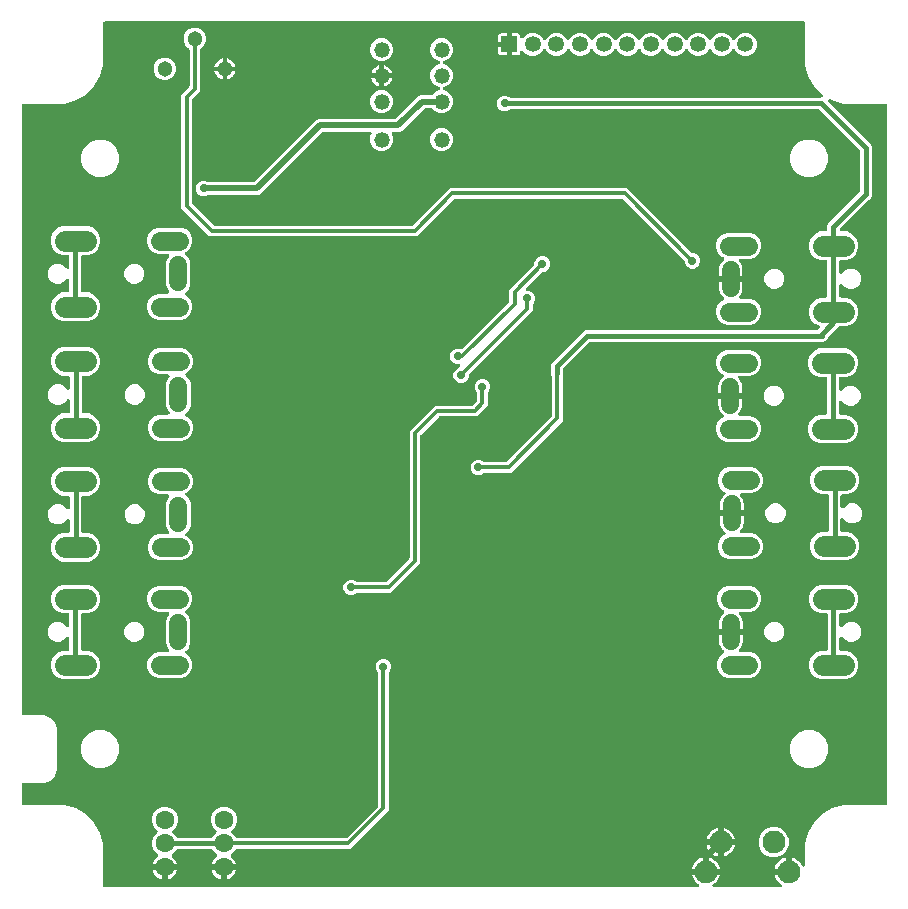
<source format=gbl>
G04 EAGLE Gerber RS-274X export*
G75*
%MOMM*%
%FSLAX34Y34*%
%LPD*%
%INBottom Copper*%
%IPPOS*%
%AMOC8*
5,1,8,0,0,1.08239X$1,22.5*%
G01*
%ADD10C,1.303000*%
%ADD11C,1.320000*%
%ADD12C,1.500000*%
%ADD13C,1.600000*%
%ADD14C,1.800000*%
%ADD15C,1.930400*%
%ADD16C,1.600000*%
%ADD17R,1.350000X1.350000*%
%ADD18C,1.350000*%
%ADD19C,0.400000*%
%ADD20C,0.704800*%
%ADD21C,0.500000*%
%ADD22C,0.300000*%

G36*
X576030Y3064D02*
X576030Y3064D01*
X576195Y3081D01*
X576201Y3083D01*
X576208Y3084D01*
X576364Y3141D01*
X576521Y3196D01*
X576527Y3199D01*
X576533Y3202D01*
X576674Y3294D01*
X576812Y3382D01*
X576817Y3387D01*
X576822Y3391D01*
X576937Y3510D01*
X577053Y3630D01*
X577057Y3636D01*
X577061Y3641D01*
X577145Y3783D01*
X577231Y3927D01*
X577233Y3933D01*
X577236Y3939D01*
X577285Y4098D01*
X577336Y4256D01*
X577336Y4263D01*
X577338Y4269D01*
X577349Y4435D01*
X577362Y4601D01*
X577361Y4608D01*
X577362Y4614D01*
X577335Y4778D01*
X577309Y4943D01*
X577307Y4949D01*
X577306Y4955D01*
X577242Y5109D01*
X577179Y5263D01*
X577176Y5269D01*
X577173Y5275D01*
X577076Y5409D01*
X576980Y5545D01*
X576975Y5550D01*
X576971Y5555D01*
X576845Y5665D01*
X576720Y5774D01*
X576713Y5778D01*
X576710Y5782D01*
X576696Y5789D01*
X576570Y5864D01*
X575007Y7000D01*
X573650Y8357D01*
X572522Y9910D01*
X571651Y11620D01*
X571057Y13445D01*
X571001Y13801D01*
X581950Y13801D01*
X581985Y13805D01*
X582020Y13802D01*
X582156Y13825D01*
X582293Y13841D01*
X582327Y13853D01*
X582362Y13858D01*
X582489Y13911D01*
X582618Y13958D01*
X582648Y13977D01*
X582681Y13991D01*
X582793Y14072D01*
X582908Y14147D01*
X582932Y14173D01*
X582956Y14190D01*
X583047Y14103D01*
X583078Y14085D01*
X583105Y14062D01*
X583227Y13998D01*
X583345Y13928D01*
X583379Y13918D01*
X583411Y13901D01*
X583544Y13867D01*
X583676Y13826D01*
X583711Y13824D01*
X583746Y13815D01*
X583950Y13801D01*
X594899Y13801D01*
X594843Y13445D01*
X594249Y11620D01*
X593378Y9910D01*
X592250Y8357D01*
X590893Y7000D01*
X589303Y5845D01*
X589218Y5788D01*
X589078Y5697D01*
X589073Y5692D01*
X589068Y5688D01*
X588954Y5567D01*
X588839Y5446D01*
X588836Y5441D01*
X588831Y5436D01*
X588748Y5292D01*
X588664Y5148D01*
X588662Y5142D01*
X588659Y5136D01*
X588611Y4978D01*
X588562Y4818D01*
X588561Y4811D01*
X588560Y4805D01*
X588550Y4641D01*
X588538Y4473D01*
X588539Y4466D01*
X588539Y4460D01*
X588567Y4296D01*
X588594Y4132D01*
X588597Y4126D01*
X588598Y4119D01*
X588664Y3965D01*
X588727Y3813D01*
X588731Y3807D01*
X588733Y3801D01*
X588832Y3667D01*
X588929Y3532D01*
X588934Y3528D01*
X588938Y3523D01*
X589064Y3415D01*
X589190Y3306D01*
X589196Y3302D01*
X589201Y3298D01*
X589348Y3222D01*
X589496Y3145D01*
X589503Y3143D01*
X589509Y3140D01*
X589669Y3100D01*
X589831Y3058D01*
X589839Y3058D01*
X589844Y3057D01*
X589859Y3056D01*
X590036Y3044D01*
X645864Y3044D01*
X646030Y3064D01*
X646195Y3081D01*
X646201Y3083D01*
X646208Y3084D01*
X646364Y3141D01*
X646521Y3196D01*
X646527Y3199D01*
X646533Y3202D01*
X646674Y3294D01*
X646812Y3382D01*
X646817Y3387D01*
X646822Y3391D01*
X646937Y3510D01*
X647053Y3630D01*
X647057Y3636D01*
X647061Y3641D01*
X647145Y3783D01*
X647231Y3927D01*
X647233Y3933D01*
X647236Y3939D01*
X647285Y4098D01*
X647336Y4256D01*
X647336Y4263D01*
X647338Y4269D01*
X647349Y4435D01*
X647362Y4601D01*
X647361Y4608D01*
X647362Y4614D01*
X647335Y4778D01*
X647309Y4943D01*
X647307Y4949D01*
X647306Y4955D01*
X647242Y5109D01*
X647179Y5263D01*
X647176Y5269D01*
X647173Y5275D01*
X647076Y5409D01*
X646980Y5545D01*
X646975Y5550D01*
X646971Y5555D01*
X646845Y5665D01*
X646720Y5774D01*
X646713Y5778D01*
X646710Y5782D01*
X646696Y5789D01*
X646570Y5864D01*
X645007Y7000D01*
X643650Y8357D01*
X642522Y9910D01*
X641651Y11620D01*
X641057Y13445D01*
X641001Y13801D01*
X651950Y13801D01*
X651985Y13805D01*
X652020Y13802D01*
X652156Y13825D01*
X652293Y13841D01*
X652327Y13853D01*
X652362Y13858D01*
X652489Y13911D01*
X652618Y13958D01*
X652648Y13977D01*
X652681Y13991D01*
X652793Y14072D01*
X652908Y14147D01*
X652932Y14173D01*
X652961Y14193D01*
X653052Y14297D01*
X653147Y14397D01*
X653165Y14428D01*
X653188Y14454D01*
X653252Y14577D01*
X653322Y14695D01*
X653332Y14729D01*
X653349Y14760D01*
X653383Y14894D01*
X653424Y15026D01*
X653426Y15061D01*
X653435Y15095D01*
X653449Y15300D01*
X653449Y15801D01*
X653950Y15801D01*
X653985Y15805D01*
X654021Y15803D01*
X654157Y15825D01*
X654293Y15841D01*
X654327Y15853D01*
X654362Y15859D01*
X654489Y15911D01*
X654619Y15958D01*
X654648Y15978D01*
X654681Y15991D01*
X654793Y16072D01*
X654908Y16147D01*
X654933Y16173D01*
X654961Y16194D01*
X655052Y16298D01*
X655147Y16397D01*
X655165Y16428D01*
X655188Y16455D01*
X655252Y16577D01*
X655322Y16695D01*
X655332Y16729D01*
X655349Y16761D01*
X655383Y16894D01*
X655424Y17026D01*
X655426Y17061D01*
X655435Y17096D01*
X655449Y17300D01*
X655449Y28249D01*
X655805Y28193D01*
X657630Y27599D01*
X659340Y26728D01*
X660893Y25600D01*
X662250Y24243D01*
X663378Y22690D01*
X664000Y21471D01*
X664091Y21333D01*
X664182Y21193D01*
X664187Y21188D01*
X664191Y21183D01*
X664311Y21070D01*
X664433Y20955D01*
X664438Y20951D01*
X664443Y20946D01*
X664587Y20864D01*
X664731Y20780D01*
X664737Y20778D01*
X664743Y20774D01*
X664902Y20727D01*
X665061Y20677D01*
X665068Y20677D01*
X665074Y20675D01*
X665241Y20665D01*
X665406Y20654D01*
X665413Y20655D01*
X665419Y20654D01*
X665584Y20683D01*
X665747Y20710D01*
X665753Y20712D01*
X665760Y20714D01*
X665913Y20779D01*
X666066Y20842D01*
X666072Y20846D01*
X666078Y20849D01*
X666212Y20947D01*
X666347Y21045D01*
X666351Y21050D01*
X666357Y21054D01*
X666464Y21180D01*
X666573Y21306D01*
X666577Y21312D01*
X666581Y21317D01*
X666656Y21464D01*
X666734Y21612D01*
X666736Y21619D01*
X666739Y21625D01*
X666779Y21785D01*
X666821Y21947D01*
X666821Y21955D01*
X666822Y21960D01*
X666823Y21975D01*
X666835Y22151D01*
X666835Y39603D01*
X669420Y49251D01*
X674414Y57902D01*
X681477Y64965D01*
X690128Y69959D01*
X699776Y72544D01*
X734835Y72544D01*
X734871Y72548D01*
X734906Y72546D01*
X735042Y72568D01*
X735179Y72584D01*
X735212Y72596D01*
X735247Y72602D01*
X735374Y72655D01*
X735504Y72702D01*
X735534Y72721D01*
X735566Y72735D01*
X735678Y72815D01*
X735794Y72891D01*
X735818Y72916D01*
X735847Y72937D01*
X735937Y73041D01*
X736032Y73141D01*
X736050Y73171D01*
X736073Y73198D01*
X736138Y73320D01*
X736207Y73439D01*
X736218Y73473D01*
X736234Y73504D01*
X736269Y73638D01*
X736309Y73769D01*
X736312Y73805D01*
X736321Y73839D01*
X736335Y74044D01*
X736335Y665174D01*
X736331Y665209D01*
X736333Y665244D01*
X736311Y665380D01*
X736295Y665517D01*
X736283Y665550D01*
X736277Y665585D01*
X736224Y665712D01*
X736177Y665842D01*
X736158Y665872D01*
X736144Y665905D01*
X736064Y666016D01*
X735988Y666132D01*
X735963Y666156D01*
X735942Y666185D01*
X735838Y666275D01*
X735738Y666370D01*
X735708Y666388D01*
X735681Y666412D01*
X735559Y666476D01*
X735440Y666545D01*
X735406Y666556D01*
X735375Y666572D01*
X735241Y666607D01*
X735110Y666648D01*
X735074Y666650D01*
X735040Y666659D01*
X734835Y666673D01*
X699776Y666673D01*
X690128Y669258D01*
X688719Y670072D01*
X688581Y670131D01*
X688445Y670195D01*
X688423Y670200D01*
X688401Y670209D01*
X688253Y670235D01*
X688107Y670266D01*
X688084Y670266D01*
X688061Y670270D01*
X687911Y670262D01*
X687761Y670258D01*
X687739Y670252D01*
X687716Y670251D01*
X687572Y670209D01*
X687427Y670171D01*
X687406Y670160D01*
X687384Y670154D01*
X687253Y670079D01*
X687121Y670009D01*
X687104Y669994D01*
X687083Y669983D01*
X686973Y669881D01*
X686860Y669782D01*
X686847Y669764D01*
X686830Y669748D01*
X686746Y669624D01*
X686659Y669501D01*
X686650Y669480D01*
X686637Y669461D01*
X686584Y669321D01*
X686527Y669182D01*
X686523Y669159D01*
X686515Y669137D01*
X686495Y668989D01*
X686471Y668841D01*
X686473Y668817D01*
X686470Y668795D01*
X686485Y668646D01*
X686496Y668496D01*
X686503Y668474D01*
X686505Y668451D01*
X686554Y668309D01*
X686599Y668166D01*
X686610Y668146D01*
X686618Y668124D01*
X686698Y667997D01*
X686774Y667868D01*
X686794Y667845D01*
X686803Y667832D01*
X686825Y667810D01*
X686909Y667713D01*
X722614Y632008D01*
X723376Y630170D01*
X723376Y588730D01*
X722614Y586892D01*
X720997Y585275D01*
X696682Y560960D01*
X696617Y560878D01*
X696545Y560803D01*
X696510Y560743D01*
X696468Y560689D01*
X696423Y560595D01*
X696370Y560505D01*
X696350Y560439D01*
X696321Y560376D01*
X696299Y560274D01*
X696268Y560174D01*
X696264Y560105D01*
X696249Y560038D01*
X696252Y559934D01*
X696245Y559829D01*
X696256Y559761D01*
X696258Y559692D01*
X696284Y559591D01*
X696301Y559488D01*
X696327Y559424D01*
X696345Y559358D01*
X696393Y559265D01*
X696433Y559169D01*
X696474Y559113D01*
X696506Y559052D01*
X696575Y558973D01*
X696636Y558889D01*
X696688Y558843D01*
X696733Y558791D01*
X696818Y558730D01*
X696897Y558662D01*
X696958Y558630D01*
X697014Y558589D01*
X697111Y558550D01*
X697203Y558501D01*
X697270Y558484D01*
X697334Y558457D01*
X697437Y558441D01*
X697538Y558415D01*
X697642Y558408D01*
X697675Y558402D01*
X697697Y558404D01*
X697742Y558401D01*
X702287Y558401D01*
X706698Y556574D01*
X710074Y553198D01*
X711901Y548787D01*
X711901Y544013D01*
X710074Y539602D01*
X706698Y536226D01*
X702287Y534399D01*
X697400Y534399D01*
X697365Y534395D01*
X697329Y534398D01*
X697193Y534375D01*
X697057Y534359D01*
X697023Y534347D01*
X696988Y534342D01*
X696861Y534289D01*
X696731Y534242D01*
X696702Y534223D01*
X696669Y534209D01*
X696557Y534128D01*
X696442Y534053D01*
X696417Y534027D01*
X696389Y534007D01*
X696298Y533903D01*
X696203Y533803D01*
X696185Y533772D01*
X696162Y533746D01*
X696098Y533623D01*
X696028Y533505D01*
X696018Y533471D01*
X696001Y533439D01*
X695967Y533306D01*
X695926Y533174D01*
X695924Y533139D01*
X695915Y533105D01*
X695901Y532900D01*
X695901Y524010D01*
X695907Y523958D01*
X695904Y523906D01*
X695927Y523787D01*
X695941Y523667D01*
X695958Y523618D01*
X695968Y523566D01*
X696017Y523455D01*
X696058Y523342D01*
X696087Y523298D01*
X696108Y523250D01*
X696181Y523153D01*
X696247Y523052D01*
X696285Y523016D01*
X696316Y522974D01*
X696410Y522897D01*
X696497Y522813D01*
X696542Y522787D01*
X696583Y522754D01*
X696691Y522700D01*
X696795Y522638D01*
X696845Y522623D01*
X696892Y522600D01*
X697010Y522572D01*
X697126Y522536D01*
X697178Y522533D01*
X697229Y522521D01*
X697350Y522521D01*
X697471Y522513D01*
X697522Y522521D01*
X697575Y522521D01*
X697692Y522549D01*
X697812Y522569D01*
X697860Y522589D01*
X697911Y522601D01*
X698019Y522655D01*
X698131Y522701D01*
X698173Y522732D01*
X698220Y522755D01*
X698313Y522833D01*
X698411Y522904D01*
X698446Y522943D01*
X698486Y522977D01*
X698559Y523073D01*
X698606Y523128D01*
X701085Y525607D01*
X704209Y526901D01*
X707591Y526901D01*
X710715Y525607D01*
X713107Y523215D01*
X714401Y520091D01*
X714401Y516709D01*
X713107Y513585D01*
X710715Y511193D01*
X707591Y509899D01*
X704209Y509899D01*
X701085Y511193D01*
X698622Y513656D01*
X698617Y513665D01*
X698582Y513704D01*
X698553Y513748D01*
X698527Y513773D01*
X698507Y513801D01*
X698443Y513856D01*
X698384Y513921D01*
X698341Y513950D01*
X698303Y513987D01*
X698272Y514005D01*
X698246Y514027D01*
X698171Y514067D01*
X698099Y514116D01*
X698050Y514135D01*
X698005Y514162D01*
X697970Y514172D01*
X697940Y514188D01*
X697858Y514209D01*
X697776Y514241D01*
X697724Y514248D01*
X697674Y514264D01*
X697638Y514266D01*
X697605Y514275D01*
X697466Y514284D01*
X697434Y514289D01*
X697420Y514287D01*
X697400Y514289D01*
X697367Y514285D01*
X697329Y514287D01*
X697210Y514268D01*
X697090Y514256D01*
X697072Y514250D01*
X697057Y514249D01*
X697025Y514237D01*
X696988Y514231D01*
X696877Y514185D01*
X696762Y514146D01*
X696746Y514137D01*
X696731Y514131D01*
X696703Y514113D01*
X696669Y514099D01*
X696571Y514028D01*
X696468Y513964D01*
X696455Y513951D01*
X696442Y513942D01*
X696418Y513918D01*
X696389Y513896D01*
X696309Y513805D01*
X696224Y513719D01*
X696214Y513704D01*
X696203Y513692D01*
X696186Y513663D01*
X696162Y513635D01*
X696106Y513528D01*
X696042Y513425D01*
X696036Y513408D01*
X696028Y513394D01*
X696018Y513361D01*
X696001Y513329D01*
X695971Y513212D01*
X695933Y513097D01*
X695931Y513080D01*
X695926Y513064D01*
X695924Y513029D01*
X695915Y512994D01*
X695901Y512790D01*
X695901Y503900D01*
X695905Y503865D01*
X695902Y503829D01*
X695925Y503693D01*
X695941Y503557D01*
X695953Y503523D01*
X695958Y503488D01*
X696011Y503361D01*
X696058Y503231D01*
X696077Y503202D01*
X696091Y503169D01*
X696172Y503057D01*
X696247Y502942D01*
X696273Y502917D01*
X696293Y502889D01*
X696397Y502798D01*
X696497Y502703D01*
X696528Y502685D01*
X696554Y502662D01*
X696677Y502598D01*
X696795Y502528D01*
X696829Y502518D01*
X696861Y502501D01*
X696994Y502467D01*
X697126Y502426D01*
X697161Y502424D01*
X697195Y502415D01*
X697400Y502401D01*
X702287Y502401D01*
X706698Y500574D01*
X710074Y497198D01*
X711901Y492787D01*
X711901Y488013D01*
X710074Y483602D01*
X706698Y480226D01*
X702287Y478399D01*
X696885Y478399D01*
X696747Y478383D01*
X696608Y478373D01*
X696575Y478363D01*
X696542Y478359D01*
X696411Y478312D01*
X696278Y478271D01*
X696248Y478253D01*
X696217Y478242D01*
X696100Y478166D01*
X695980Y478095D01*
X695946Y478065D01*
X695927Y478053D01*
X695904Y478029D01*
X695825Y477960D01*
X686350Y468485D01*
X686339Y468471D01*
X686325Y468459D01*
X686232Y468335D01*
X686136Y468214D01*
X686128Y468197D01*
X686117Y468183D01*
X686025Y467999D01*
X685639Y467067D01*
X684233Y465661D01*
X682395Y464899D01*
X485292Y464899D01*
X485154Y464883D01*
X485015Y464873D01*
X484982Y464863D01*
X484949Y464859D01*
X484818Y464812D01*
X484685Y464771D01*
X484656Y464753D01*
X484624Y464742D01*
X484507Y464666D01*
X484387Y464595D01*
X484353Y464565D01*
X484334Y464553D01*
X484311Y464529D01*
X484232Y464460D01*
X462640Y442868D01*
X462553Y442759D01*
X462462Y442653D01*
X462446Y442623D01*
X462425Y442597D01*
X462366Y442471D01*
X462301Y442347D01*
X462293Y442314D01*
X462278Y442284D01*
X462250Y442147D01*
X462215Y442012D01*
X462212Y441967D01*
X462207Y441945D01*
X462208Y441912D01*
X462201Y441808D01*
X462201Y437155D01*
X461815Y436224D01*
X461810Y436206D01*
X461801Y436189D01*
X461762Y436039D01*
X461720Y435891D01*
X461719Y435873D01*
X461715Y435855D01*
X461701Y435650D01*
X461701Y398186D01*
X417714Y354199D01*
X395648Y354199D01*
X395509Y354183D01*
X395370Y354173D01*
X395338Y354163D01*
X395304Y354159D01*
X395173Y354112D01*
X395040Y354071D01*
X395011Y354053D01*
X394979Y354042D01*
X394862Y353966D01*
X394742Y353895D01*
X394708Y353865D01*
X394689Y353853D01*
X394666Y353829D01*
X394587Y353760D01*
X393996Y353169D01*
X391598Y352175D01*
X389002Y352175D01*
X386604Y353169D01*
X384769Y355004D01*
X383775Y357402D01*
X383775Y359998D01*
X384769Y362396D01*
X386604Y364231D01*
X389002Y365225D01*
X391598Y365225D01*
X393996Y364231D01*
X394587Y363640D01*
X394697Y363553D01*
X394802Y363462D01*
X394832Y363446D01*
X394859Y363425D01*
X394985Y363366D01*
X395108Y363301D01*
X395141Y363293D01*
X395172Y363278D01*
X395308Y363250D01*
X395443Y363215D01*
X395488Y363212D01*
X395510Y363207D01*
X395544Y363208D01*
X395648Y363201D01*
X413365Y363201D01*
X413503Y363217D01*
X413642Y363227D01*
X413675Y363237D01*
X413708Y363241D01*
X413839Y363288D01*
X413972Y363329D01*
X414002Y363347D01*
X414033Y363358D01*
X414150Y363434D01*
X414270Y363505D01*
X414304Y363535D01*
X414323Y363547D01*
X414346Y363571D01*
X414425Y363640D01*
X452260Y401475D01*
X452347Y401584D01*
X452438Y401690D01*
X452454Y401720D01*
X452475Y401746D01*
X452534Y401872D01*
X452599Y401996D01*
X452607Y402029D01*
X452622Y402059D01*
X452650Y402195D01*
X452685Y402331D01*
X452688Y402376D01*
X452693Y402398D01*
X452692Y402431D01*
X452699Y402535D01*
X452699Y435650D01*
X452697Y435668D01*
X452699Y435687D01*
X452677Y435839D01*
X452659Y435993D01*
X452653Y436011D01*
X452650Y436029D01*
X452585Y436224D01*
X452199Y437155D01*
X452199Y445495D01*
X452961Y447333D01*
X479767Y474139D01*
X481605Y474901D01*
X676758Y474901D01*
X676896Y474917D01*
X677035Y474927D01*
X677068Y474937D01*
X677101Y474941D01*
X677232Y474988D01*
X677365Y475029D01*
X677394Y475047D01*
X677426Y475058D01*
X677543Y475134D01*
X677663Y475205D01*
X677697Y475235D01*
X677716Y475247D01*
X677739Y475271D01*
X677818Y475340D01*
X678891Y476413D01*
X678988Y476535D01*
X679088Y476656D01*
X679095Y476671D01*
X679106Y476684D01*
X679172Y476826D01*
X679241Y476965D01*
X679245Y476982D01*
X679253Y476997D01*
X679285Y477150D01*
X679320Y477302D01*
X679320Y477319D01*
X679324Y477335D01*
X679320Y477492D01*
X679320Y477648D01*
X679316Y477664D01*
X679316Y477681D01*
X679276Y477833D01*
X679240Y477984D01*
X679233Y477999D01*
X679229Y478016D01*
X679155Y478154D01*
X679086Y478293D01*
X679075Y478306D01*
X679067Y478321D01*
X678964Y478439D01*
X678865Y478559D01*
X678851Y478569D01*
X678840Y478582D01*
X678714Y478673D01*
X678588Y478767D01*
X678569Y478777D01*
X678559Y478784D01*
X678534Y478794D01*
X678405Y478858D01*
X675102Y480226D01*
X671726Y483602D01*
X669899Y488013D01*
X669899Y492787D01*
X671726Y497198D01*
X675102Y500574D01*
X679513Y502401D01*
X684400Y502401D01*
X684435Y502405D01*
X684471Y502402D01*
X684607Y502425D01*
X684743Y502441D01*
X684777Y502453D01*
X684812Y502458D01*
X684939Y502511D01*
X685069Y502558D01*
X685098Y502577D01*
X685131Y502591D01*
X685243Y502672D01*
X685358Y502747D01*
X685383Y502773D01*
X685411Y502793D01*
X685502Y502897D01*
X685597Y502997D01*
X685615Y503028D01*
X685638Y503054D01*
X685702Y503177D01*
X685772Y503295D01*
X685782Y503329D01*
X685799Y503361D01*
X685833Y503494D01*
X685874Y503626D01*
X685876Y503661D01*
X685885Y503695D01*
X685899Y503900D01*
X685899Y532900D01*
X685895Y532935D01*
X685898Y532971D01*
X685875Y533107D01*
X685859Y533243D01*
X685847Y533277D01*
X685842Y533312D01*
X685789Y533439D01*
X685742Y533569D01*
X685723Y533598D01*
X685709Y533631D01*
X685628Y533743D01*
X685553Y533858D01*
X685527Y533883D01*
X685507Y533911D01*
X685403Y534002D01*
X685303Y534097D01*
X685272Y534115D01*
X685246Y534138D01*
X685123Y534202D01*
X685005Y534272D01*
X684971Y534282D01*
X684939Y534299D01*
X684806Y534333D01*
X684674Y534374D01*
X684639Y534376D01*
X684605Y534385D01*
X684400Y534399D01*
X679513Y534399D01*
X675102Y536226D01*
X671726Y539602D01*
X669899Y544013D01*
X669899Y548787D01*
X671726Y553198D01*
X675102Y556574D01*
X679513Y558401D01*
X684400Y558401D01*
X684435Y558405D01*
X684471Y558402D01*
X684607Y558425D01*
X684743Y558441D01*
X684777Y558453D01*
X684812Y558458D01*
X684939Y558511D01*
X685069Y558558D01*
X685098Y558577D01*
X685131Y558591D01*
X685243Y558672D01*
X685358Y558747D01*
X685383Y558773D01*
X685411Y558793D01*
X685502Y558897D01*
X685597Y558997D01*
X685615Y559028D01*
X685638Y559054D01*
X685702Y559177D01*
X685772Y559295D01*
X685782Y559329D01*
X685799Y559361D01*
X685833Y559494D01*
X685874Y559626D01*
X685876Y559661D01*
X685885Y559695D01*
X685899Y559900D01*
X685899Y563245D01*
X686661Y565083D01*
X712935Y591357D01*
X713022Y591466D01*
X713113Y591572D01*
X713129Y591602D01*
X713150Y591628D01*
X713209Y591754D01*
X713274Y591878D01*
X713282Y591911D01*
X713297Y591941D01*
X713325Y592078D01*
X713360Y592213D01*
X713363Y592258D01*
X713368Y592280D01*
X713367Y592313D01*
X713374Y592417D01*
X713374Y626483D01*
X713358Y626621D01*
X713348Y626760D01*
X713338Y626793D01*
X713334Y626826D01*
X713287Y626957D01*
X713246Y627090D01*
X713228Y627119D01*
X713217Y627151D01*
X713141Y627268D01*
X713070Y627388D01*
X713040Y627422D01*
X713028Y627441D01*
X713004Y627464D01*
X712935Y627543D01*
X679168Y661310D01*
X679059Y661397D01*
X678953Y661488D01*
X678923Y661504D01*
X678897Y661525D01*
X678771Y661584D01*
X678647Y661649D01*
X678614Y661657D01*
X678584Y661672D01*
X678447Y661700D01*
X678312Y661735D01*
X678267Y661738D01*
X678245Y661743D01*
X678212Y661742D01*
X678108Y661749D01*
X417598Y661749D01*
X417459Y661733D01*
X417320Y661723D01*
X417288Y661713D01*
X417254Y661709D01*
X417123Y661662D01*
X416990Y661621D01*
X416961Y661603D01*
X416929Y661592D01*
X416812Y661516D01*
X416692Y661445D01*
X416658Y661415D01*
X416639Y661403D01*
X416616Y661379D01*
X416537Y661310D01*
X416446Y661219D01*
X414048Y660225D01*
X411452Y660225D01*
X409054Y661219D01*
X407219Y663054D01*
X406225Y665452D01*
X406225Y668048D01*
X407219Y670446D01*
X409054Y672281D01*
X411452Y673275D01*
X414048Y673275D01*
X416446Y672281D01*
X416537Y672190D01*
X416647Y672103D01*
X416752Y672012D01*
X416782Y671996D01*
X416808Y671975D01*
X416934Y671916D01*
X417058Y671851D01*
X417091Y671843D01*
X417121Y671828D01*
X417258Y671800D01*
X417393Y671765D01*
X417438Y671762D01*
X417460Y671757D01*
X417494Y671758D01*
X417598Y671751D01*
X680360Y671751D01*
X680463Y671763D01*
X680567Y671765D01*
X680634Y671783D01*
X680703Y671791D01*
X680801Y671826D01*
X680902Y671852D01*
X680963Y671885D01*
X681028Y671908D01*
X681116Y671965D01*
X681208Y672014D01*
X681260Y672059D01*
X681318Y672097D01*
X681390Y672172D01*
X681468Y672241D01*
X681509Y672297D01*
X681556Y672347D01*
X681609Y672437D01*
X681670Y672522D01*
X681697Y672586D01*
X681731Y672645D01*
X681762Y672745D01*
X681802Y672841D01*
X681813Y672910D01*
X681833Y672976D01*
X681841Y673080D01*
X681857Y673183D01*
X681852Y673252D01*
X681857Y673321D01*
X681840Y673423D01*
X681833Y673528D01*
X681812Y673594D01*
X681801Y673662D01*
X681761Y673758D01*
X681730Y673858D01*
X681695Y673917D01*
X681668Y673981D01*
X681608Y674066D01*
X681554Y674155D01*
X681486Y674234D01*
X681466Y674261D01*
X681449Y674276D01*
X681420Y674310D01*
X674414Y681315D01*
X669420Y689966D01*
X666835Y699614D01*
X666835Y734674D01*
X666831Y734709D01*
X666833Y734744D01*
X666811Y734880D01*
X666795Y735017D01*
X666783Y735050D01*
X666777Y735085D01*
X666724Y735212D01*
X666677Y735342D01*
X666658Y735372D01*
X666644Y735405D01*
X666564Y735516D01*
X666488Y735632D01*
X666463Y735656D01*
X666442Y735685D01*
X666338Y735775D01*
X666238Y735870D01*
X666208Y735888D01*
X666181Y735912D01*
X666059Y735976D01*
X665940Y736045D01*
X665906Y736056D01*
X665875Y736072D01*
X665741Y736107D01*
X665610Y736148D01*
X665574Y736150D01*
X665540Y736159D01*
X665335Y736173D01*
X74205Y736173D01*
X74170Y736169D01*
X74135Y736171D01*
X73999Y736149D01*
X73862Y736133D01*
X73829Y736121D01*
X73794Y736115D01*
X73667Y736062D01*
X73537Y736016D01*
X73507Y735996D01*
X73474Y735983D01*
X73363Y735902D01*
X73247Y735827D01*
X73223Y735801D01*
X73194Y735780D01*
X73104Y735676D01*
X73009Y735577D01*
X72991Y735546D01*
X72967Y735519D01*
X72903Y735397D01*
X72834Y735278D01*
X72823Y735245D01*
X72807Y735213D01*
X72772Y735079D01*
X72731Y734948D01*
X72729Y734913D01*
X72720Y734878D01*
X72706Y734674D01*
X72706Y699614D01*
X70121Y689966D01*
X65127Y681315D01*
X58064Y674252D01*
X49413Y669258D01*
X39765Y666673D01*
X5135Y666673D01*
X5100Y666669D01*
X5064Y666671D01*
X4928Y666649D01*
X4792Y666633D01*
X4758Y666621D01*
X4723Y666615D01*
X4596Y666562D01*
X4466Y666516D01*
X4437Y666496D01*
X4404Y666483D01*
X4292Y666402D01*
X4177Y666327D01*
X4152Y666301D01*
X4124Y666280D01*
X4033Y666176D01*
X3938Y666077D01*
X3920Y666046D01*
X3897Y666019D01*
X3833Y665897D01*
X3763Y665778D01*
X3753Y665745D01*
X3736Y665713D01*
X3702Y665579D01*
X3661Y665448D01*
X3659Y665413D01*
X3650Y665378D01*
X3636Y665174D01*
X3636Y150135D01*
X3640Y150100D01*
X3637Y150064D01*
X3660Y149928D01*
X3676Y149792D01*
X3688Y149758D01*
X3693Y149723D01*
X3746Y149596D01*
X3793Y149466D01*
X3812Y149437D01*
X3826Y149404D01*
X3907Y149292D01*
X3982Y149177D01*
X4008Y149152D01*
X4028Y149124D01*
X4132Y149033D01*
X4232Y148938D01*
X4263Y148920D01*
X4289Y148897D01*
X4412Y148833D01*
X4530Y148763D01*
X4564Y148753D01*
X4596Y148736D01*
X4729Y148702D01*
X4861Y148661D01*
X4896Y148659D01*
X4930Y148650D01*
X5135Y148636D01*
X22712Y148636D01*
X27724Y146560D01*
X31560Y142724D01*
X33636Y137712D01*
X33636Y102288D01*
X31560Y97276D01*
X27724Y93440D01*
X22712Y91364D01*
X5135Y91364D01*
X5100Y91360D01*
X5064Y91363D01*
X4928Y91340D01*
X4792Y91324D01*
X4758Y91312D01*
X4723Y91307D01*
X4596Y91254D01*
X4466Y91207D01*
X4437Y91188D01*
X4404Y91174D01*
X4292Y91093D01*
X4177Y91018D01*
X4152Y90992D01*
X4124Y90972D01*
X4033Y90868D01*
X3938Y90768D01*
X3920Y90737D01*
X3897Y90711D01*
X3833Y90588D01*
X3763Y90470D01*
X3753Y90436D01*
X3736Y90404D01*
X3702Y90271D01*
X3661Y90139D01*
X3659Y90104D01*
X3650Y90070D01*
X3636Y89865D01*
X3636Y74044D01*
X3640Y74008D01*
X3637Y73973D01*
X3660Y73837D01*
X3676Y73700D01*
X3688Y73667D01*
X3693Y73632D01*
X3746Y73505D01*
X3793Y73375D01*
X3812Y73345D01*
X3826Y73313D01*
X3907Y73201D01*
X3982Y73085D01*
X4008Y73061D01*
X4028Y73032D01*
X4132Y72942D01*
X4232Y72847D01*
X4263Y72829D01*
X4289Y72806D01*
X4412Y72741D01*
X4530Y72672D01*
X4564Y72661D01*
X4596Y72645D01*
X4729Y72610D01*
X4861Y72570D01*
X4896Y72567D01*
X4930Y72558D01*
X5135Y72544D01*
X39765Y72544D01*
X49413Y69959D01*
X58063Y64965D01*
X65127Y57902D01*
X70121Y49251D01*
X72706Y39603D01*
X72706Y4544D01*
X72710Y4508D01*
X72708Y4473D01*
X72730Y4337D01*
X72746Y4200D01*
X72758Y4167D01*
X72764Y4132D01*
X72817Y4005D01*
X72863Y3875D01*
X72883Y3845D01*
X72896Y3813D01*
X72977Y3701D01*
X73052Y3585D01*
X73078Y3561D01*
X73099Y3532D01*
X73203Y3442D01*
X73302Y3347D01*
X73333Y3329D01*
X73360Y3306D01*
X73482Y3241D01*
X73601Y3172D01*
X73634Y3161D01*
X73666Y3145D01*
X73800Y3110D01*
X73931Y3070D01*
X73966Y3067D01*
X74001Y3058D01*
X74205Y3044D01*
X575864Y3044D01*
X576030Y3064D01*
G37*
%LPC*%
G36*
X570202Y526875D02*
X570202Y526875D01*
X567804Y527869D01*
X565969Y529704D01*
X564975Y532102D01*
X564975Y532939D01*
X564959Y533077D01*
X564949Y533216D01*
X564939Y533249D01*
X564935Y533282D01*
X564888Y533413D01*
X564847Y533546D01*
X564829Y533576D01*
X564818Y533607D01*
X564742Y533724D01*
X564671Y533844D01*
X564641Y533878D01*
X564629Y533897D01*
X564605Y533920D01*
X564536Y533999D01*
X512925Y585610D01*
X512816Y585697D01*
X512710Y585788D01*
X512680Y585804D01*
X512654Y585825D01*
X512528Y585884D01*
X512404Y585949D01*
X512371Y585957D01*
X512341Y585972D01*
X512205Y586000D01*
X512069Y586035D01*
X512024Y586038D01*
X512002Y586043D01*
X511969Y586042D01*
X511865Y586049D01*
X370785Y586049D01*
X370647Y586033D01*
X370508Y586023D01*
X370475Y586013D01*
X370442Y586009D01*
X370311Y585962D01*
X370178Y585921D01*
X370148Y585903D01*
X370117Y585892D01*
X370000Y585816D01*
X369880Y585745D01*
X369846Y585715D01*
X369827Y585703D01*
X369804Y585679D01*
X369725Y585610D01*
X338414Y554299D01*
X162686Y554299D01*
X138859Y578126D01*
X138859Y673954D01*
X145320Y680415D01*
X145406Y680524D01*
X145498Y680630D01*
X145514Y680660D01*
X145535Y680686D01*
X145594Y680812D01*
X145659Y680936D01*
X145667Y680969D01*
X145682Y680999D01*
X145710Y681135D01*
X145745Y681271D01*
X145748Y681316D01*
X145753Y681338D01*
X145752Y681371D01*
X145759Y681475D01*
X145759Y712053D01*
X145749Y712140D01*
X145749Y712227D01*
X145729Y712311D01*
X145719Y712396D01*
X145690Y712479D01*
X145669Y712564D01*
X145631Y712641D01*
X145602Y712721D01*
X145554Y712795D01*
X145515Y712873D01*
X145460Y712939D01*
X145413Y713011D01*
X145350Y713071D01*
X145294Y713139D01*
X145225Y713190D01*
X145163Y713250D01*
X145087Y713294D01*
X145017Y713347D01*
X144889Y713411D01*
X144873Y713420D01*
X142193Y716100D01*
X140744Y719597D01*
X140744Y723383D01*
X142193Y726880D01*
X144870Y729557D01*
X148367Y731006D01*
X152153Y731006D01*
X155650Y729557D01*
X158327Y726880D01*
X159776Y723383D01*
X159776Y719597D01*
X158327Y716100D01*
X155639Y713411D01*
X155610Y713395D01*
X155529Y713362D01*
X155459Y713311D01*
X155384Y713270D01*
X155320Y713211D01*
X155249Y713159D01*
X155192Y713095D01*
X155129Y713037D01*
X155079Y712964D01*
X155022Y712898D01*
X154982Y712822D01*
X154933Y712751D01*
X154902Y712670D01*
X154861Y712592D01*
X154840Y712509D01*
X154809Y712429D01*
X154797Y712342D01*
X154775Y712257D01*
X154765Y712114D01*
X154761Y712087D01*
X154762Y712075D01*
X154761Y712053D01*
X154761Y677126D01*
X148300Y670665D01*
X148213Y670556D01*
X148122Y670450D01*
X148106Y670420D01*
X148085Y670394D01*
X148026Y670268D01*
X147961Y670144D01*
X147953Y670111D01*
X147938Y670081D01*
X147910Y669945D01*
X147875Y669809D01*
X147872Y669764D01*
X147867Y669742D01*
X147868Y669709D01*
X147861Y669605D01*
X147861Y582475D01*
X147877Y582337D01*
X147887Y582198D01*
X147897Y582165D01*
X147901Y582132D01*
X147948Y582001D01*
X147989Y581868D01*
X148007Y581838D01*
X148018Y581807D01*
X148094Y581690D01*
X148165Y581570D01*
X148195Y581536D01*
X148207Y581517D01*
X148231Y581494D01*
X148300Y581415D01*
X165975Y563740D01*
X166084Y563653D01*
X166190Y563562D01*
X166220Y563546D01*
X166246Y563525D01*
X166372Y563466D01*
X166496Y563401D01*
X166529Y563393D01*
X166559Y563378D01*
X166695Y563350D01*
X166831Y563315D01*
X166876Y563312D01*
X166898Y563307D01*
X166931Y563308D01*
X167035Y563301D01*
X334065Y563301D01*
X334203Y563317D01*
X334342Y563327D01*
X334375Y563337D01*
X334408Y563341D01*
X334539Y563388D01*
X334672Y563429D01*
X334702Y563447D01*
X334733Y563458D01*
X334850Y563534D01*
X334970Y563605D01*
X335004Y563635D01*
X335023Y563647D01*
X335046Y563671D01*
X335125Y563740D01*
X366436Y595051D01*
X516214Y595051D01*
X570901Y540364D01*
X571010Y540277D01*
X571116Y540186D01*
X571146Y540170D01*
X571172Y540149D01*
X571298Y540090D01*
X571422Y540025D01*
X571455Y540017D01*
X571485Y540002D01*
X571621Y539974D01*
X571757Y539939D01*
X571802Y539936D01*
X571824Y539931D01*
X571857Y539932D01*
X571961Y539925D01*
X572798Y539925D01*
X575196Y538931D01*
X577031Y537096D01*
X578025Y534698D01*
X578025Y532102D01*
X577031Y529704D01*
X575196Y527869D01*
X572798Y526875D01*
X570202Y526875D01*
G37*
%LPD*%
%LPC*%
G36*
X174803Y22397D02*
X174803Y22397D01*
X174772Y22415D01*
X174745Y22438D01*
X174623Y22502D01*
X174505Y22572D01*
X174471Y22582D01*
X174439Y22599D01*
X174306Y22633D01*
X174174Y22674D01*
X174139Y22676D01*
X174104Y22685D01*
X173900Y22699D01*
X164629Y22699D01*
X165132Y24246D01*
X165885Y25725D01*
X166860Y27067D01*
X168033Y28240D01*
X168507Y28584D01*
X168619Y28688D01*
X168734Y28788D01*
X168746Y28804D01*
X168761Y28818D01*
X168847Y28944D01*
X168936Y29069D01*
X168944Y29087D01*
X168955Y29104D01*
X169010Y29247D01*
X169068Y29388D01*
X169071Y29408D01*
X169078Y29427D01*
X169099Y29578D01*
X169123Y29730D01*
X169122Y29750D01*
X169124Y29770D01*
X169110Y29921D01*
X169099Y30074D01*
X169093Y30094D01*
X169091Y30114D01*
X169041Y30259D01*
X168996Y30405D01*
X168986Y30422D01*
X168979Y30441D01*
X168898Y30571D01*
X168820Y30702D01*
X168803Y30722D01*
X168796Y30734D01*
X168774Y30755D01*
X168686Y30857D01*
X165574Y33969D01*
X165448Y34274D01*
X165405Y34350D01*
X165371Y34431D01*
X165321Y34501D01*
X165279Y34576D01*
X165220Y34640D01*
X165169Y34711D01*
X165104Y34768D01*
X165046Y34831D01*
X164974Y34881D01*
X164908Y34938D01*
X164832Y34978D01*
X164761Y35027D01*
X164680Y35058D01*
X164602Y35099D01*
X164519Y35120D01*
X164439Y35151D01*
X164352Y35163D01*
X164267Y35185D01*
X164124Y35195D01*
X164096Y35199D01*
X164084Y35198D01*
X164063Y35199D01*
X135738Y35199D01*
X135651Y35189D01*
X135563Y35189D01*
X135479Y35169D01*
X135394Y35159D01*
X135312Y35130D01*
X135227Y35110D01*
X135150Y35071D01*
X135069Y35042D01*
X134996Y34994D01*
X134917Y34955D01*
X134851Y34900D01*
X134779Y34853D01*
X134719Y34790D01*
X134652Y34734D01*
X134600Y34665D01*
X134541Y34603D01*
X134496Y34527D01*
X134444Y34457D01*
X134380Y34329D01*
X134366Y34305D01*
X134362Y34293D01*
X134352Y34274D01*
X134226Y33969D01*
X131114Y30857D01*
X131020Y30738D01*
X130921Y30620D01*
X130912Y30602D01*
X130900Y30586D01*
X130835Y30448D01*
X130766Y30311D01*
X130762Y30291D01*
X130753Y30273D01*
X130721Y30123D01*
X130686Y29975D01*
X130686Y29955D01*
X130682Y29935D01*
X130685Y29781D01*
X130685Y29629D01*
X130689Y29609D01*
X130690Y29589D01*
X130728Y29440D01*
X130763Y29292D01*
X130772Y29274D01*
X130777Y29254D01*
X130848Y29119D01*
X130916Y28982D01*
X130929Y28967D01*
X130938Y28949D01*
X131039Y28834D01*
X131136Y28716D01*
X131156Y28699D01*
X131165Y28688D01*
X131190Y28671D01*
X131293Y28584D01*
X131767Y28240D01*
X132940Y27067D01*
X133915Y25725D01*
X134668Y24246D01*
X135171Y22699D01*
X125900Y22699D01*
X125865Y22695D01*
X125830Y22698D01*
X125694Y22675D01*
X125557Y22659D01*
X125523Y22647D01*
X125488Y22642D01*
X125361Y22589D01*
X125232Y22542D01*
X125202Y22523D01*
X125169Y22509D01*
X125057Y22428D01*
X124942Y22353D01*
X124918Y22327D01*
X124894Y22310D01*
X124803Y22397D01*
X124772Y22415D01*
X124745Y22438D01*
X124623Y22502D01*
X124505Y22572D01*
X124471Y22582D01*
X124439Y22599D01*
X124306Y22633D01*
X124174Y22674D01*
X124139Y22676D01*
X124104Y22685D01*
X123900Y22699D01*
X114629Y22699D01*
X115132Y24246D01*
X115885Y25725D01*
X116860Y27067D01*
X118033Y28240D01*
X118507Y28584D01*
X118619Y28688D01*
X118734Y28788D01*
X118746Y28804D01*
X118761Y28818D01*
X118847Y28944D01*
X118936Y29069D01*
X118944Y29087D01*
X118955Y29104D01*
X119010Y29247D01*
X119068Y29388D01*
X119071Y29408D01*
X119078Y29427D01*
X119099Y29578D01*
X119123Y29730D01*
X119122Y29750D01*
X119124Y29770D01*
X119110Y29921D01*
X119099Y30074D01*
X119093Y30094D01*
X119091Y30114D01*
X119041Y30259D01*
X118996Y30405D01*
X118986Y30422D01*
X118979Y30441D01*
X118898Y30571D01*
X118820Y30702D01*
X118803Y30722D01*
X118796Y30734D01*
X118774Y30755D01*
X118686Y30857D01*
X115574Y33969D01*
X113899Y38012D01*
X113899Y42388D01*
X115574Y46431D01*
X118282Y49140D01*
X118304Y49168D01*
X118331Y49191D01*
X118412Y49303D01*
X118497Y49411D01*
X118512Y49443D01*
X118533Y49472D01*
X118586Y49599D01*
X118644Y49724D01*
X118651Y49759D01*
X118665Y49791D01*
X118687Y49928D01*
X118715Y50062D01*
X118714Y50098D01*
X118720Y50133D01*
X118710Y50270D01*
X118707Y50408D01*
X118698Y50442D01*
X118696Y50478D01*
X118655Y50609D01*
X118620Y50742D01*
X118604Y50774D01*
X118593Y50808D01*
X118523Y50926D01*
X118459Y51048D01*
X118435Y51075D01*
X118417Y51105D01*
X118282Y51260D01*
X115574Y53969D01*
X113899Y58012D01*
X113899Y62388D01*
X115574Y66431D01*
X118669Y69526D01*
X122712Y71201D01*
X127088Y71201D01*
X131131Y69526D01*
X134226Y66431D01*
X135901Y62388D01*
X135901Y58012D01*
X134226Y53969D01*
X131518Y51260D01*
X131496Y51232D01*
X131469Y51209D01*
X131388Y51097D01*
X131303Y50989D01*
X131288Y50957D01*
X131267Y50928D01*
X131214Y50801D01*
X131156Y50676D01*
X131149Y50641D01*
X131135Y50609D01*
X131113Y50472D01*
X131085Y50338D01*
X131086Y50302D01*
X131080Y50267D01*
X131090Y50130D01*
X131093Y49992D01*
X131102Y49958D01*
X131104Y49922D01*
X131145Y49791D01*
X131180Y49658D01*
X131197Y49626D01*
X131207Y49592D01*
X131277Y49473D01*
X131341Y49352D01*
X131365Y49325D01*
X131383Y49295D01*
X131518Y49140D01*
X134226Y46431D01*
X134352Y46126D01*
X134395Y46050D01*
X134429Y45969D01*
X134479Y45899D01*
X134521Y45824D01*
X134580Y45760D01*
X134631Y45689D01*
X134696Y45632D01*
X134754Y45569D01*
X134826Y45519D01*
X134892Y45462D01*
X134968Y45422D01*
X135039Y45373D01*
X135121Y45342D01*
X135198Y45301D01*
X135281Y45280D01*
X135361Y45249D01*
X135448Y45237D01*
X135533Y45215D01*
X135676Y45205D01*
X135704Y45201D01*
X135716Y45202D01*
X135738Y45201D01*
X164063Y45201D01*
X164149Y45211D01*
X164237Y45211D01*
X164321Y45231D01*
X164406Y45241D01*
X164488Y45270D01*
X164574Y45291D01*
X164650Y45329D01*
X164731Y45358D01*
X164805Y45406D01*
X164883Y45445D01*
X164949Y45500D01*
X165021Y45547D01*
X165081Y45610D01*
X165148Y45666D01*
X165200Y45735D01*
X165259Y45797D01*
X165304Y45873D01*
X165356Y45943D01*
X165420Y46072D01*
X165434Y46095D01*
X165438Y46107D01*
X165448Y46126D01*
X165574Y46431D01*
X168282Y49140D01*
X168304Y49168D01*
X168331Y49191D01*
X168412Y49303D01*
X168497Y49411D01*
X168512Y49443D01*
X168533Y49472D01*
X168586Y49599D01*
X168644Y49724D01*
X168651Y49759D01*
X168665Y49791D01*
X168687Y49928D01*
X168715Y50062D01*
X168714Y50098D01*
X168720Y50133D01*
X168710Y50270D01*
X168707Y50408D01*
X168698Y50442D01*
X168696Y50478D01*
X168655Y50609D01*
X168620Y50742D01*
X168604Y50774D01*
X168593Y50808D01*
X168523Y50926D01*
X168459Y51048D01*
X168435Y51075D01*
X168417Y51105D01*
X168282Y51260D01*
X165574Y53969D01*
X163899Y58012D01*
X163899Y62388D01*
X165574Y66431D01*
X168669Y69526D01*
X172712Y71201D01*
X177088Y71201D01*
X181131Y69526D01*
X184226Y66431D01*
X185901Y62388D01*
X185901Y58012D01*
X184226Y53969D01*
X181518Y51260D01*
X181496Y51232D01*
X181469Y51209D01*
X181388Y51097D01*
X181303Y50989D01*
X181288Y50957D01*
X181267Y50928D01*
X181214Y50801D01*
X181156Y50676D01*
X181149Y50641D01*
X181135Y50609D01*
X181113Y50472D01*
X181085Y50338D01*
X181086Y50302D01*
X181080Y50267D01*
X181090Y50130D01*
X181093Y49992D01*
X181102Y49958D01*
X181104Y49922D01*
X181145Y49791D01*
X181180Y49658D01*
X181197Y49626D01*
X181207Y49592D01*
X181277Y49473D01*
X181341Y49352D01*
X181365Y49325D01*
X181383Y49295D01*
X181518Y49140D01*
X184226Y46431D01*
X184559Y45626D01*
X184602Y45550D01*
X184636Y45469D01*
X184686Y45399D01*
X184728Y45324D01*
X184787Y45259D01*
X184838Y45189D01*
X184903Y45132D01*
X184961Y45069D01*
X185033Y45019D01*
X185099Y44962D01*
X185175Y44922D01*
X185246Y44873D01*
X185328Y44842D01*
X185405Y44801D01*
X185488Y44780D01*
X185568Y44749D01*
X185655Y44737D01*
X185740Y44715D01*
X185883Y44705D01*
X185911Y44701D01*
X185923Y44702D01*
X185945Y44701D01*
X277715Y44701D01*
X277853Y44717D01*
X277992Y44727D01*
X278025Y44737D01*
X278058Y44741D01*
X278189Y44788D01*
X278322Y44829D01*
X278352Y44847D01*
X278383Y44858D01*
X278500Y44934D01*
X278620Y45005D01*
X278654Y45035D01*
X278673Y45047D01*
X278696Y45071D01*
X278775Y45140D01*
X305060Y71425D01*
X305147Y71534D01*
X305238Y71640D01*
X305254Y71670D01*
X305275Y71696D01*
X305334Y71822D01*
X305399Y71946D01*
X305407Y71979D01*
X305422Y72009D01*
X305450Y72145D01*
X305485Y72281D01*
X305488Y72326D01*
X305493Y72348D01*
X305492Y72381D01*
X305499Y72485D01*
X305499Y184652D01*
X305483Y184790D01*
X305473Y184930D01*
X305463Y184962D01*
X305459Y184996D01*
X305412Y185127D01*
X305371Y185260D01*
X305353Y185289D01*
X305342Y185321D01*
X305266Y185438D01*
X305195Y185558D01*
X305165Y185592D01*
X305153Y185611D01*
X305129Y185634D01*
X305060Y185712D01*
X304469Y186304D01*
X303475Y188702D01*
X303475Y191298D01*
X304469Y193696D01*
X306304Y195531D01*
X308702Y196525D01*
X311298Y196525D01*
X313696Y195531D01*
X315531Y193696D01*
X316525Y191298D01*
X316525Y188702D01*
X315531Y186304D01*
X314940Y185712D01*
X314853Y185603D01*
X314762Y185498D01*
X314746Y185468D01*
X314725Y185441D01*
X314666Y185315D01*
X314601Y185192D01*
X314593Y185159D01*
X314578Y185128D01*
X314550Y184992D01*
X314515Y184857D01*
X314512Y184812D01*
X314507Y184790D01*
X314508Y184756D01*
X314501Y184652D01*
X314501Y68136D01*
X282064Y35699D01*
X185945Y35699D01*
X185858Y35689D01*
X185770Y35689D01*
X185686Y35669D01*
X185601Y35659D01*
X185519Y35630D01*
X185434Y35610D01*
X185357Y35571D01*
X185276Y35542D01*
X185203Y35494D01*
X185124Y35455D01*
X185058Y35400D01*
X184986Y35353D01*
X184926Y35290D01*
X184859Y35234D01*
X184807Y35165D01*
X184748Y35103D01*
X184703Y35027D01*
X184651Y34957D01*
X184587Y34829D01*
X184573Y34805D01*
X184569Y34793D01*
X184559Y34774D01*
X184226Y33969D01*
X181114Y30857D01*
X181020Y30738D01*
X180921Y30620D01*
X180912Y30602D01*
X180900Y30586D01*
X180835Y30448D01*
X180766Y30311D01*
X180762Y30291D01*
X180753Y30273D01*
X180721Y30123D01*
X180686Y29975D01*
X180686Y29955D01*
X180682Y29935D01*
X180685Y29781D01*
X180685Y29629D01*
X180689Y29609D01*
X180690Y29589D01*
X180728Y29440D01*
X180763Y29292D01*
X180772Y29274D01*
X180777Y29254D01*
X180848Y29119D01*
X180916Y28982D01*
X180929Y28967D01*
X180938Y28949D01*
X181039Y28834D01*
X181136Y28716D01*
X181156Y28699D01*
X181165Y28688D01*
X181190Y28671D01*
X181293Y28584D01*
X181767Y28240D01*
X182940Y27067D01*
X183915Y25725D01*
X184668Y24246D01*
X185171Y22699D01*
X175900Y22699D01*
X175865Y22695D01*
X175830Y22698D01*
X175694Y22675D01*
X175557Y22659D01*
X175523Y22647D01*
X175488Y22642D01*
X175361Y22589D01*
X175232Y22542D01*
X175202Y22523D01*
X175169Y22509D01*
X175057Y22428D01*
X174942Y22353D01*
X174918Y22327D01*
X174894Y22310D01*
X174803Y22397D01*
G37*
%LPD*%
%LPC*%
G36*
X156602Y588275D02*
X156602Y588275D01*
X154204Y589269D01*
X152369Y591104D01*
X151375Y593502D01*
X151375Y596098D01*
X152369Y598496D01*
X154204Y600331D01*
X156602Y601325D01*
X159198Y601325D01*
X161395Y600415D01*
X161412Y600410D01*
X161429Y600401D01*
X161579Y600362D01*
X161727Y600320D01*
X161746Y600319D01*
X161764Y600315D01*
X161968Y600301D01*
X200201Y600301D01*
X200339Y600317D01*
X200478Y600327D01*
X200510Y600337D01*
X200544Y600341D01*
X200675Y600388D01*
X200808Y600429D01*
X200837Y600447D01*
X200869Y600458D01*
X200986Y600534D01*
X201106Y600605D01*
X201140Y600635D01*
X201159Y600647D01*
X201182Y600671D01*
X201261Y600740D01*
X253284Y652763D01*
X255306Y653601D01*
X319801Y653601D01*
X319939Y653617D01*
X320078Y653627D01*
X320110Y653637D01*
X320144Y653641D01*
X320275Y653688D01*
X320408Y653729D01*
X320437Y653747D01*
X320469Y653758D01*
X320586Y653834D01*
X320706Y653905D01*
X320740Y653935D01*
X320759Y653947D01*
X320782Y653971D01*
X320861Y654040D01*
X339674Y672853D01*
X341696Y673691D01*
X350522Y673691D01*
X350660Y673707D01*
X350800Y673717D01*
X350832Y673727D01*
X350866Y673731D01*
X350997Y673778D01*
X351130Y673819D01*
X351159Y673837D01*
X351191Y673848D01*
X351308Y673924D01*
X351428Y673995D01*
X351462Y674025D01*
X351480Y674037D01*
X351504Y674061D01*
X351582Y674130D01*
X353782Y676329D01*
X357344Y677805D01*
X357436Y677856D01*
X357531Y677898D01*
X357586Y677939D01*
X357647Y677973D01*
X357724Y678043D01*
X357807Y678106D01*
X357851Y678160D01*
X357902Y678206D01*
X357961Y678292D01*
X358027Y678372D01*
X358058Y678434D01*
X358097Y678491D01*
X358135Y678589D01*
X358181Y678682D01*
X358197Y678749D01*
X358222Y678814D01*
X358236Y678917D01*
X358260Y679019D01*
X358260Y679088D01*
X358270Y679156D01*
X358260Y679260D01*
X358260Y679364D01*
X358244Y679432D01*
X358237Y679501D01*
X358204Y679599D01*
X358180Y679701D01*
X358149Y679763D01*
X358127Y679828D01*
X358072Y679917D01*
X358026Y680010D01*
X357982Y680063D01*
X357945Y680122D01*
X357871Y680196D01*
X357804Y680276D01*
X357749Y680317D01*
X357700Y680366D01*
X357612Y680421D01*
X357528Y680484D01*
X357435Y680530D01*
X357406Y680548D01*
X357385Y680555D01*
X357344Y680575D01*
X353782Y682051D01*
X351081Y684752D01*
X349619Y688280D01*
X349619Y692100D01*
X351081Y695628D01*
X353782Y698329D01*
X357344Y699805D01*
X357436Y699856D01*
X357531Y699898D01*
X357586Y699939D01*
X357647Y699973D01*
X357724Y700043D01*
X357807Y700106D01*
X357851Y700160D01*
X357902Y700206D01*
X357961Y700292D01*
X358027Y700372D01*
X358058Y700434D01*
X358097Y700491D01*
X358135Y700589D01*
X358181Y700682D01*
X358197Y700749D01*
X358222Y700814D01*
X358236Y700917D01*
X358260Y701019D01*
X358260Y701088D01*
X358270Y701156D01*
X358260Y701260D01*
X358260Y701364D01*
X358244Y701432D01*
X358237Y701501D01*
X358204Y701599D01*
X358180Y701701D01*
X358149Y701763D01*
X358127Y701828D01*
X358072Y701917D01*
X358026Y702010D01*
X357982Y702063D01*
X357945Y702122D01*
X357871Y702196D01*
X357804Y702276D01*
X357749Y702317D01*
X357700Y702366D01*
X357612Y702421D01*
X357528Y702484D01*
X357435Y702530D01*
X357406Y702548D01*
X357385Y702555D01*
X357344Y702575D01*
X353782Y704051D01*
X351081Y706752D01*
X349619Y710280D01*
X349619Y714100D01*
X351081Y717628D01*
X353782Y720329D01*
X357310Y721791D01*
X361130Y721791D01*
X364658Y720329D01*
X367359Y717628D01*
X368821Y714100D01*
X368821Y710280D01*
X367359Y706752D01*
X364658Y704051D01*
X361096Y702575D01*
X361004Y702524D01*
X360909Y702482D01*
X360854Y702440D01*
X360793Y702407D01*
X360716Y702337D01*
X360633Y702274D01*
X360589Y702220D01*
X360538Y702174D01*
X360479Y702088D01*
X360413Y702008D01*
X360382Y701946D01*
X360343Y701889D01*
X360305Y701791D01*
X360259Y701698D01*
X360243Y701631D01*
X360218Y701566D01*
X360204Y701463D01*
X360180Y701361D01*
X360180Y701292D01*
X360170Y701224D01*
X360180Y701120D01*
X360180Y701015D01*
X360196Y700948D01*
X360203Y700879D01*
X360236Y700781D01*
X360260Y700679D01*
X360291Y700617D01*
X360313Y700552D01*
X360368Y700463D01*
X360414Y700370D01*
X360459Y700317D01*
X360495Y700258D01*
X360569Y700184D01*
X360636Y700104D01*
X360691Y700063D01*
X360740Y700014D01*
X360829Y699959D01*
X360912Y699896D01*
X361005Y699850D01*
X361034Y699832D01*
X361055Y699825D01*
X361096Y699805D01*
X364658Y698329D01*
X367359Y695628D01*
X368821Y692100D01*
X368821Y688280D01*
X367359Y684752D01*
X364658Y682051D01*
X361096Y680575D01*
X361060Y680556D01*
X361039Y680548D01*
X361001Y680523D01*
X360909Y680482D01*
X360854Y680440D01*
X360793Y680407D01*
X360716Y680337D01*
X360633Y680274D01*
X360589Y680220D01*
X360538Y680174D01*
X360479Y680088D01*
X360413Y680008D01*
X360382Y679945D01*
X360343Y679889D01*
X360305Y679791D01*
X360259Y679698D01*
X360243Y679631D01*
X360218Y679566D01*
X360204Y679463D01*
X360180Y679361D01*
X360180Y679292D01*
X360170Y679224D01*
X360180Y679120D01*
X360180Y679015D01*
X360196Y678948D01*
X360203Y678879D01*
X360236Y678781D01*
X360260Y678679D01*
X360291Y678617D01*
X360313Y678552D01*
X360368Y678463D01*
X360414Y678370D01*
X360459Y678317D01*
X360495Y678258D01*
X360569Y678184D01*
X360636Y678104D01*
X360691Y678063D01*
X360740Y678014D01*
X360829Y677959D01*
X360912Y677896D01*
X361005Y677850D01*
X361034Y677832D01*
X361055Y677825D01*
X361096Y677805D01*
X364658Y676329D01*
X367359Y673628D01*
X368821Y670100D01*
X368821Y666280D01*
X367359Y662752D01*
X364658Y660051D01*
X361130Y658589D01*
X357310Y658589D01*
X353782Y660051D01*
X351582Y662250D01*
X351473Y662337D01*
X351368Y662428D01*
X351338Y662444D01*
X351311Y662465D01*
X351185Y662524D01*
X351062Y662589D01*
X351029Y662597D01*
X350998Y662612D01*
X350862Y662640D01*
X350727Y662675D01*
X350682Y662678D01*
X350660Y662683D01*
X350626Y662682D01*
X350522Y662689D01*
X345689Y662689D01*
X345551Y662673D01*
X345412Y662663D01*
X345380Y662653D01*
X345346Y662649D01*
X345215Y662602D01*
X345082Y662561D01*
X345053Y662543D01*
X345021Y662532D01*
X344904Y662456D01*
X344784Y662385D01*
X344750Y662355D01*
X344731Y662343D01*
X344708Y662319D01*
X344629Y662250D01*
X325816Y643437D01*
X323794Y642599D01*
X318401Y642599D01*
X318246Y642581D01*
X318090Y642567D01*
X318074Y642561D01*
X318057Y642559D01*
X317911Y642506D01*
X317762Y642457D01*
X317748Y642448D01*
X317732Y642442D01*
X317601Y642357D01*
X317469Y642274D01*
X317457Y642262D01*
X317443Y642253D01*
X317335Y642140D01*
X317224Y642030D01*
X317215Y642015D01*
X317204Y642003D01*
X317125Y641869D01*
X317043Y641735D01*
X317037Y641719D01*
X317029Y641705D01*
X316983Y641556D01*
X316933Y641407D01*
X316932Y641391D01*
X316927Y641374D01*
X316916Y641218D01*
X316902Y641063D01*
X316904Y641046D01*
X316903Y641029D01*
X316929Y640875D01*
X316950Y640721D01*
X316957Y640700D01*
X316959Y640688D01*
X316970Y640663D01*
X317016Y640526D01*
X318021Y638100D01*
X318021Y634280D01*
X316559Y630752D01*
X313858Y628051D01*
X310330Y626589D01*
X306510Y626589D01*
X302982Y628051D01*
X300281Y630752D01*
X298819Y634280D01*
X298819Y638100D01*
X299824Y640526D01*
X299867Y640676D01*
X299913Y640826D01*
X299914Y640843D01*
X299919Y640859D01*
X299926Y641014D01*
X299937Y641171D01*
X299934Y641187D01*
X299935Y641204D01*
X299906Y641358D01*
X299881Y641512D01*
X299874Y641527D01*
X299871Y641544D01*
X299808Y641687D01*
X299748Y641831D01*
X299738Y641845D01*
X299731Y641860D01*
X299637Y641985D01*
X299546Y642111D01*
X299533Y642123D01*
X299523Y642136D01*
X299403Y642236D01*
X299285Y642338D01*
X299270Y642346D01*
X299257Y642357D01*
X299117Y642426D01*
X298979Y642499D01*
X298962Y642503D01*
X298947Y642511D01*
X298796Y642546D01*
X298644Y642585D01*
X298622Y642587D01*
X298611Y642589D01*
X298583Y642589D01*
X298439Y642599D01*
X259299Y642599D01*
X259161Y642583D01*
X259022Y642573D01*
X258990Y642563D01*
X258956Y642559D01*
X258825Y642512D01*
X258692Y642471D01*
X258663Y642453D01*
X258631Y642442D01*
X258514Y642366D01*
X258394Y642295D01*
X258360Y642265D01*
X258341Y642253D01*
X258318Y642229D01*
X258239Y642160D01*
X206216Y590137D01*
X204194Y589299D01*
X161968Y589299D01*
X161950Y589297D01*
X161931Y589299D01*
X161778Y589277D01*
X161625Y589259D01*
X161607Y589253D01*
X161589Y589251D01*
X161395Y589185D01*
X159198Y588275D01*
X156602Y588275D01*
G37*
%LPD*%
%LPC*%
G36*
X434460Y707049D02*
X434460Y707049D01*
X430877Y708534D01*
X428250Y711160D01*
X428168Y711225D01*
X428093Y711297D01*
X428033Y711332D01*
X427979Y711375D01*
X427885Y711419D01*
X427795Y711472D01*
X427729Y711492D01*
X427666Y711522D01*
X427564Y711543D01*
X427464Y711574D01*
X427395Y711579D01*
X427328Y711593D01*
X427224Y711591D01*
X427119Y711598D01*
X427051Y711587D01*
X426982Y711585D01*
X426881Y711559D01*
X426778Y711542D01*
X426714Y711515D01*
X426648Y711498D01*
X426555Y711449D01*
X426459Y711409D01*
X426403Y711369D01*
X426342Y711336D01*
X426263Y711268D01*
X426179Y711207D01*
X426133Y711155D01*
X426081Y711109D01*
X426020Y711025D01*
X425952Y710946D01*
X425920Y710884D01*
X425879Y710828D01*
X425840Y710732D01*
X425791Y710640D01*
X425774Y710573D01*
X425748Y710509D01*
X425731Y710406D01*
X425705Y710305D01*
X425698Y710201D01*
X425692Y710168D01*
X425694Y710145D01*
X425691Y710100D01*
X425691Y709715D01*
X425518Y709069D01*
X425183Y708490D01*
X424710Y708017D01*
X424131Y707682D01*
X423485Y707509D01*
X418649Y707509D01*
X418649Y716050D01*
X418645Y716085D01*
X418648Y716120D01*
X418625Y716256D01*
X418609Y716393D01*
X418597Y716427D01*
X418592Y716462D01*
X418539Y716589D01*
X418492Y716718D01*
X418473Y716748D01*
X418459Y716781D01*
X418441Y716806D01*
X418452Y716827D01*
X418522Y716945D01*
X418532Y716979D01*
X418549Y717011D01*
X418583Y717144D01*
X418624Y717276D01*
X418626Y717311D01*
X418635Y717346D01*
X418649Y717550D01*
X418649Y726091D01*
X423485Y726091D01*
X424131Y725918D01*
X424710Y725583D01*
X425183Y725110D01*
X425518Y724531D01*
X425691Y723885D01*
X425691Y723500D01*
X425703Y723396D01*
X425705Y723292D01*
X425723Y723225D01*
X425731Y723156D01*
X425766Y723058D01*
X425792Y722957D01*
X425825Y722896D01*
X425848Y722831D01*
X425905Y722744D01*
X425954Y722652D01*
X425999Y722600D01*
X426037Y722542D01*
X426112Y722470D01*
X426181Y722391D01*
X426237Y722351D01*
X426287Y722303D01*
X426377Y722250D01*
X426462Y722189D01*
X426526Y722163D01*
X426585Y722128D01*
X426685Y722097D01*
X426781Y722057D01*
X426850Y722046D01*
X426916Y722026D01*
X427020Y722019D01*
X427123Y722002D01*
X427192Y722007D01*
X427261Y722002D01*
X427363Y722019D01*
X427468Y722026D01*
X427534Y722047D01*
X427602Y722058D01*
X427698Y722098D01*
X427798Y722129D01*
X427857Y722164D01*
X427921Y722191D01*
X428006Y722252D01*
X428095Y722305D01*
X428174Y722373D01*
X428201Y722393D01*
X428216Y722410D01*
X428250Y722440D01*
X430877Y725066D01*
X434460Y726551D01*
X438340Y726551D01*
X441923Y725066D01*
X444666Y722323D01*
X445015Y721482D01*
X445066Y721391D01*
X445108Y721295D01*
X445149Y721240D01*
X445183Y721180D01*
X445253Y721103D01*
X445316Y721019D01*
X445370Y720975D01*
X445416Y720924D01*
X445502Y720865D01*
X445582Y720799D01*
X445644Y720768D01*
X445701Y720729D01*
X445799Y720691D01*
X445892Y720645D01*
X445959Y720629D01*
X446024Y720604D01*
X446127Y720590D01*
X446229Y720566D01*
X446298Y720566D01*
X446366Y720557D01*
X446470Y720566D01*
X446574Y720566D01*
X446642Y720582D01*
X446711Y720589D01*
X446809Y720622D01*
X446911Y720646D01*
X446973Y720677D01*
X447038Y720699D01*
X447127Y720754D01*
X447220Y720800D01*
X447273Y720845D01*
X447332Y720881D01*
X447406Y720955D01*
X447486Y721022D01*
X447527Y721077D01*
X447576Y721126D01*
X447631Y721215D01*
X447694Y721298D01*
X447740Y721391D01*
X447758Y721420D01*
X447765Y721441D01*
X447785Y721482D01*
X448134Y722323D01*
X450877Y725066D01*
X454460Y726551D01*
X458340Y726551D01*
X461923Y725066D01*
X464666Y722323D01*
X465015Y721482D01*
X465066Y721391D01*
X465108Y721295D01*
X465149Y721240D01*
X465183Y721180D01*
X465253Y721103D01*
X465316Y721019D01*
X465370Y720975D01*
X465416Y720924D01*
X465502Y720865D01*
X465582Y720799D01*
X465644Y720768D01*
X465701Y720729D01*
X465799Y720691D01*
X465892Y720645D01*
X465959Y720629D01*
X466024Y720604D01*
X466127Y720590D01*
X466229Y720566D01*
X466298Y720566D01*
X466366Y720557D01*
X466470Y720566D01*
X466574Y720566D01*
X466642Y720582D01*
X466711Y720589D01*
X466809Y720622D01*
X466911Y720646D01*
X466973Y720677D01*
X467038Y720699D01*
X467127Y720754D01*
X467220Y720800D01*
X467273Y720845D01*
X467332Y720881D01*
X467406Y720955D01*
X467486Y721022D01*
X467527Y721077D01*
X467576Y721126D01*
X467631Y721215D01*
X467694Y721298D01*
X467740Y721391D01*
X467758Y721420D01*
X467765Y721441D01*
X467785Y721482D01*
X468134Y722323D01*
X470877Y725066D01*
X474460Y726551D01*
X478340Y726551D01*
X481923Y725066D01*
X484666Y722323D01*
X485015Y721482D01*
X485066Y721391D01*
X485108Y721295D01*
X485149Y721240D01*
X485183Y721180D01*
X485253Y721103D01*
X485316Y721019D01*
X485370Y720975D01*
X485416Y720924D01*
X485502Y720865D01*
X485582Y720799D01*
X485644Y720768D01*
X485701Y720729D01*
X485799Y720691D01*
X485892Y720645D01*
X485959Y720629D01*
X486024Y720604D01*
X486127Y720590D01*
X486229Y720566D01*
X486298Y720566D01*
X486366Y720557D01*
X486470Y720566D01*
X486574Y720566D01*
X486642Y720582D01*
X486711Y720589D01*
X486809Y720622D01*
X486911Y720646D01*
X486973Y720677D01*
X487038Y720699D01*
X487127Y720754D01*
X487220Y720800D01*
X487273Y720845D01*
X487332Y720881D01*
X487406Y720955D01*
X487486Y721022D01*
X487527Y721077D01*
X487576Y721126D01*
X487631Y721215D01*
X487694Y721298D01*
X487740Y721391D01*
X487758Y721420D01*
X487765Y721441D01*
X487785Y721482D01*
X488134Y722323D01*
X490877Y725066D01*
X494460Y726551D01*
X498340Y726551D01*
X501923Y725066D01*
X504666Y722323D01*
X505015Y721482D01*
X505066Y721391D01*
X505108Y721295D01*
X505149Y721240D01*
X505183Y721180D01*
X505253Y721103D01*
X505316Y721019D01*
X505370Y720975D01*
X505416Y720924D01*
X505502Y720865D01*
X505582Y720799D01*
X505644Y720768D01*
X505701Y720729D01*
X505799Y720691D01*
X505892Y720645D01*
X505959Y720629D01*
X506024Y720604D01*
X506127Y720590D01*
X506229Y720566D01*
X506298Y720566D01*
X506366Y720557D01*
X506470Y720566D01*
X506574Y720566D01*
X506642Y720582D01*
X506711Y720589D01*
X506809Y720622D01*
X506911Y720646D01*
X506973Y720677D01*
X507038Y720699D01*
X507127Y720754D01*
X507220Y720800D01*
X507273Y720845D01*
X507332Y720881D01*
X507406Y720955D01*
X507486Y721022D01*
X507527Y721077D01*
X507576Y721126D01*
X507631Y721215D01*
X507694Y721298D01*
X507740Y721391D01*
X507758Y721420D01*
X507765Y721441D01*
X507785Y721482D01*
X508134Y722323D01*
X510877Y725066D01*
X514460Y726551D01*
X518340Y726551D01*
X521923Y725066D01*
X524666Y722323D01*
X525015Y721482D01*
X525066Y721391D01*
X525108Y721295D01*
X525149Y721240D01*
X525183Y721180D01*
X525253Y721103D01*
X525316Y721019D01*
X525370Y720975D01*
X525416Y720924D01*
X525502Y720865D01*
X525582Y720799D01*
X525644Y720768D01*
X525701Y720729D01*
X525799Y720691D01*
X525892Y720645D01*
X525959Y720629D01*
X526024Y720604D01*
X526127Y720590D01*
X526229Y720566D01*
X526298Y720566D01*
X526366Y720557D01*
X526470Y720566D01*
X526574Y720566D01*
X526642Y720582D01*
X526711Y720589D01*
X526809Y720622D01*
X526911Y720646D01*
X526973Y720677D01*
X527038Y720699D01*
X527127Y720754D01*
X527220Y720800D01*
X527273Y720845D01*
X527332Y720881D01*
X527406Y720955D01*
X527486Y721022D01*
X527527Y721077D01*
X527576Y721126D01*
X527631Y721215D01*
X527694Y721298D01*
X527740Y721391D01*
X527758Y721420D01*
X527765Y721441D01*
X527785Y721482D01*
X528134Y722323D01*
X530877Y725066D01*
X534460Y726551D01*
X538340Y726551D01*
X541923Y725066D01*
X544666Y722323D01*
X545015Y721482D01*
X545066Y721391D01*
X545108Y721295D01*
X545149Y721240D01*
X545183Y721180D01*
X545253Y721103D01*
X545316Y721019D01*
X545370Y720975D01*
X545416Y720924D01*
X545502Y720865D01*
X545582Y720799D01*
X545644Y720768D01*
X545701Y720729D01*
X545799Y720691D01*
X545892Y720645D01*
X545959Y720629D01*
X546024Y720604D01*
X546127Y720590D01*
X546229Y720566D01*
X546298Y720566D01*
X546366Y720557D01*
X546470Y720566D01*
X546574Y720566D01*
X546642Y720582D01*
X546711Y720589D01*
X546809Y720622D01*
X546911Y720646D01*
X546973Y720677D01*
X547038Y720699D01*
X547127Y720754D01*
X547220Y720800D01*
X547273Y720845D01*
X547332Y720881D01*
X547406Y720955D01*
X547486Y721022D01*
X547527Y721077D01*
X547576Y721126D01*
X547631Y721215D01*
X547694Y721298D01*
X547740Y721391D01*
X547758Y721420D01*
X547765Y721441D01*
X547785Y721482D01*
X548134Y722323D01*
X550877Y725066D01*
X554460Y726551D01*
X558340Y726551D01*
X561923Y725066D01*
X564666Y722323D01*
X565015Y721482D01*
X565066Y721391D01*
X565108Y721295D01*
X565149Y721240D01*
X565183Y721180D01*
X565253Y721103D01*
X565316Y721019D01*
X565370Y720975D01*
X565416Y720924D01*
X565502Y720865D01*
X565582Y720799D01*
X565644Y720768D01*
X565701Y720729D01*
X565799Y720691D01*
X565892Y720645D01*
X565959Y720629D01*
X566024Y720604D01*
X566127Y720590D01*
X566229Y720566D01*
X566298Y720566D01*
X566366Y720557D01*
X566470Y720566D01*
X566574Y720566D01*
X566642Y720582D01*
X566711Y720589D01*
X566809Y720622D01*
X566911Y720646D01*
X566973Y720677D01*
X567038Y720699D01*
X567127Y720754D01*
X567220Y720800D01*
X567273Y720845D01*
X567332Y720881D01*
X567406Y720955D01*
X567486Y721022D01*
X567527Y721077D01*
X567576Y721126D01*
X567631Y721215D01*
X567694Y721298D01*
X567740Y721391D01*
X567758Y721420D01*
X567765Y721441D01*
X567785Y721482D01*
X568134Y722323D01*
X570877Y725066D01*
X574460Y726551D01*
X578340Y726551D01*
X581923Y725066D01*
X584666Y722323D01*
X585015Y721482D01*
X585066Y721391D01*
X585108Y721295D01*
X585149Y721240D01*
X585183Y721180D01*
X585253Y721103D01*
X585316Y721019D01*
X585370Y720975D01*
X585416Y720924D01*
X585502Y720865D01*
X585582Y720799D01*
X585644Y720768D01*
X585701Y720729D01*
X585799Y720691D01*
X585892Y720645D01*
X585959Y720629D01*
X586024Y720604D01*
X586127Y720590D01*
X586229Y720566D01*
X586298Y720566D01*
X586366Y720557D01*
X586470Y720566D01*
X586574Y720566D01*
X586642Y720582D01*
X586711Y720589D01*
X586809Y720622D01*
X586911Y720646D01*
X586973Y720677D01*
X587038Y720699D01*
X587127Y720754D01*
X587220Y720800D01*
X587273Y720845D01*
X587332Y720881D01*
X587406Y720955D01*
X587486Y721022D01*
X587527Y721077D01*
X587576Y721126D01*
X587631Y721215D01*
X587694Y721298D01*
X587740Y721391D01*
X587758Y721420D01*
X587765Y721441D01*
X587785Y721482D01*
X588134Y722323D01*
X590877Y725066D01*
X594460Y726551D01*
X598340Y726551D01*
X601923Y725066D01*
X604666Y722323D01*
X605015Y721482D01*
X605066Y721391D01*
X605108Y721295D01*
X605150Y721240D01*
X605183Y721180D01*
X605253Y721103D01*
X605316Y721019D01*
X605370Y720975D01*
X605416Y720924D01*
X605502Y720865D01*
X605583Y720799D01*
X605644Y720768D01*
X605701Y720729D01*
X605799Y720691D01*
X605892Y720645D01*
X605959Y720629D01*
X606024Y720604D01*
X606127Y720590D01*
X606229Y720566D01*
X606298Y720566D01*
X606366Y720557D01*
X606470Y720566D01*
X606575Y720566D01*
X606642Y720582D01*
X606711Y720589D01*
X606809Y720622D01*
X606911Y720646D01*
X606973Y720677D01*
X607038Y720699D01*
X607127Y720754D01*
X607220Y720800D01*
X607273Y720845D01*
X607332Y720881D01*
X607406Y720955D01*
X607486Y721022D01*
X607528Y721077D01*
X607576Y721126D01*
X607631Y721215D01*
X607694Y721298D01*
X607740Y721391D01*
X607758Y721420D01*
X607765Y721441D01*
X607785Y721482D01*
X608134Y722323D01*
X610877Y725066D01*
X614460Y726551D01*
X618340Y726551D01*
X621923Y725066D01*
X624666Y722323D01*
X626151Y718740D01*
X626151Y714860D01*
X624666Y711277D01*
X621923Y708534D01*
X618340Y707049D01*
X614460Y707049D01*
X610877Y708534D01*
X608134Y711277D01*
X607785Y712118D01*
X607734Y712209D01*
X607692Y712305D01*
X607651Y712360D01*
X607617Y712420D01*
X607547Y712497D01*
X607484Y712581D01*
X607430Y712625D01*
X607384Y712676D01*
X607298Y712735D01*
X607218Y712801D01*
X607156Y712832D01*
X607099Y712871D01*
X607001Y712909D01*
X606908Y712955D01*
X606841Y712971D01*
X606776Y712996D01*
X606673Y713010D01*
X606571Y713034D01*
X606502Y713034D01*
X606434Y713043D01*
X606330Y713034D01*
X606226Y713034D01*
X606158Y713018D01*
X606089Y713011D01*
X605991Y712978D01*
X605889Y712954D01*
X605827Y712923D01*
X605762Y712901D01*
X605673Y712846D01*
X605580Y712800D01*
X605527Y712755D01*
X605468Y712719D01*
X605394Y712645D01*
X605314Y712578D01*
X605273Y712523D01*
X605224Y712474D01*
X605169Y712385D01*
X605106Y712302D01*
X605060Y712209D01*
X605042Y712180D01*
X605035Y712159D01*
X605015Y712118D01*
X604666Y711277D01*
X601923Y708534D01*
X598340Y707049D01*
X594460Y707049D01*
X590877Y708534D01*
X588134Y711277D01*
X587785Y712118D01*
X587734Y712209D01*
X587692Y712305D01*
X587650Y712360D01*
X587617Y712420D01*
X587547Y712497D01*
X587484Y712581D01*
X587430Y712625D01*
X587384Y712676D01*
X587298Y712735D01*
X587217Y712801D01*
X587156Y712832D01*
X587099Y712871D01*
X587001Y712909D01*
X586908Y712955D01*
X586841Y712971D01*
X586776Y712996D01*
X586673Y713010D01*
X586571Y713034D01*
X586502Y713034D01*
X586434Y713043D01*
X586330Y713034D01*
X586225Y713034D01*
X586158Y713018D01*
X586089Y713011D01*
X585991Y712978D01*
X585889Y712954D01*
X585827Y712923D01*
X585762Y712901D01*
X585673Y712846D01*
X585580Y712800D01*
X585527Y712755D01*
X585468Y712719D01*
X585394Y712645D01*
X585314Y712578D01*
X585272Y712523D01*
X585224Y712474D01*
X585169Y712385D01*
X585106Y712302D01*
X585060Y712209D01*
X585042Y712180D01*
X585035Y712159D01*
X585015Y712118D01*
X584666Y711277D01*
X581923Y708534D01*
X578340Y707049D01*
X574460Y707049D01*
X570877Y708534D01*
X568134Y711277D01*
X567785Y712118D01*
X567734Y712209D01*
X567692Y712305D01*
X567650Y712360D01*
X567617Y712420D01*
X567547Y712497D01*
X567484Y712581D01*
X567430Y712625D01*
X567384Y712676D01*
X567298Y712735D01*
X567217Y712801D01*
X567156Y712832D01*
X567099Y712871D01*
X567001Y712909D01*
X566908Y712955D01*
X566841Y712971D01*
X566776Y712996D01*
X566673Y713010D01*
X566571Y713034D01*
X566502Y713034D01*
X566434Y713043D01*
X566330Y713034D01*
X566225Y713034D01*
X566158Y713018D01*
X566089Y713011D01*
X565991Y712978D01*
X565889Y712954D01*
X565827Y712923D01*
X565762Y712901D01*
X565673Y712846D01*
X565580Y712800D01*
X565527Y712755D01*
X565468Y712719D01*
X565394Y712645D01*
X565314Y712578D01*
X565272Y712523D01*
X565224Y712474D01*
X565169Y712385D01*
X565106Y712302D01*
X565060Y712209D01*
X565042Y712180D01*
X565035Y712159D01*
X565015Y712118D01*
X564666Y711277D01*
X561923Y708534D01*
X558340Y707049D01*
X554460Y707049D01*
X550877Y708534D01*
X548134Y711277D01*
X547785Y712118D01*
X547734Y712209D01*
X547692Y712305D01*
X547650Y712360D01*
X547617Y712420D01*
X547547Y712497D01*
X547484Y712581D01*
X547430Y712625D01*
X547384Y712676D01*
X547298Y712735D01*
X547217Y712801D01*
X547156Y712832D01*
X547099Y712871D01*
X547001Y712909D01*
X546908Y712955D01*
X546841Y712971D01*
X546776Y712996D01*
X546673Y713010D01*
X546571Y713034D01*
X546502Y713034D01*
X546434Y713043D01*
X546330Y713034D01*
X546225Y713034D01*
X546158Y713018D01*
X546089Y713011D01*
X545991Y712978D01*
X545889Y712954D01*
X545827Y712923D01*
X545762Y712901D01*
X545673Y712846D01*
X545580Y712800D01*
X545527Y712755D01*
X545468Y712719D01*
X545394Y712645D01*
X545314Y712578D01*
X545272Y712523D01*
X545224Y712474D01*
X545169Y712385D01*
X545106Y712302D01*
X545060Y712209D01*
X545042Y712180D01*
X545035Y712159D01*
X545015Y712118D01*
X544666Y711277D01*
X541923Y708534D01*
X538340Y707049D01*
X534460Y707049D01*
X530877Y708534D01*
X528134Y711277D01*
X527785Y712118D01*
X527734Y712209D01*
X527692Y712305D01*
X527650Y712360D01*
X527617Y712420D01*
X527547Y712497D01*
X527484Y712581D01*
X527430Y712625D01*
X527384Y712676D01*
X527298Y712735D01*
X527217Y712801D01*
X527156Y712832D01*
X527099Y712871D01*
X527001Y712909D01*
X526908Y712955D01*
X526841Y712971D01*
X526776Y712996D01*
X526673Y713010D01*
X526571Y713034D01*
X526502Y713034D01*
X526434Y713043D01*
X526330Y713034D01*
X526225Y713034D01*
X526158Y713018D01*
X526089Y713011D01*
X525991Y712978D01*
X525889Y712954D01*
X525827Y712923D01*
X525762Y712901D01*
X525673Y712846D01*
X525580Y712800D01*
X525527Y712755D01*
X525468Y712719D01*
X525394Y712645D01*
X525314Y712578D01*
X525272Y712523D01*
X525224Y712474D01*
X525169Y712385D01*
X525106Y712302D01*
X525060Y712209D01*
X525042Y712180D01*
X525035Y712159D01*
X525015Y712118D01*
X524666Y711277D01*
X521923Y708534D01*
X518340Y707049D01*
X514460Y707049D01*
X510877Y708534D01*
X508134Y711277D01*
X507785Y712118D01*
X507734Y712209D01*
X507692Y712305D01*
X507650Y712360D01*
X507617Y712420D01*
X507547Y712497D01*
X507484Y712581D01*
X507430Y712625D01*
X507384Y712676D01*
X507298Y712735D01*
X507217Y712801D01*
X507156Y712832D01*
X507099Y712871D01*
X507001Y712909D01*
X506908Y712955D01*
X506841Y712971D01*
X506776Y712996D01*
X506673Y713010D01*
X506571Y713034D01*
X506502Y713034D01*
X506434Y713043D01*
X506330Y713034D01*
X506225Y713034D01*
X506158Y713018D01*
X506089Y713011D01*
X505991Y712978D01*
X505889Y712954D01*
X505827Y712923D01*
X505762Y712901D01*
X505673Y712846D01*
X505580Y712800D01*
X505527Y712755D01*
X505468Y712719D01*
X505394Y712645D01*
X505314Y712578D01*
X505272Y712523D01*
X505224Y712474D01*
X505169Y712385D01*
X505106Y712302D01*
X505060Y712209D01*
X505042Y712180D01*
X505035Y712159D01*
X505015Y712118D01*
X504666Y711277D01*
X501923Y708534D01*
X498340Y707049D01*
X494460Y707049D01*
X490877Y708534D01*
X488134Y711277D01*
X487785Y712118D01*
X487734Y712209D01*
X487692Y712305D01*
X487650Y712360D01*
X487617Y712420D01*
X487547Y712497D01*
X487484Y712581D01*
X487430Y712625D01*
X487384Y712676D01*
X487298Y712735D01*
X487217Y712801D01*
X487156Y712832D01*
X487099Y712871D01*
X487001Y712909D01*
X486908Y712955D01*
X486841Y712971D01*
X486776Y712996D01*
X486673Y713010D01*
X486571Y713034D01*
X486502Y713034D01*
X486434Y713043D01*
X486330Y713034D01*
X486225Y713034D01*
X486158Y713018D01*
X486089Y713011D01*
X485991Y712978D01*
X485889Y712954D01*
X485827Y712923D01*
X485762Y712901D01*
X485673Y712846D01*
X485580Y712800D01*
X485527Y712755D01*
X485468Y712719D01*
X485394Y712645D01*
X485314Y712578D01*
X485272Y712523D01*
X485224Y712474D01*
X485169Y712385D01*
X485106Y712302D01*
X485060Y712209D01*
X485042Y712180D01*
X485035Y712159D01*
X485015Y712118D01*
X484666Y711277D01*
X481923Y708534D01*
X478340Y707049D01*
X474460Y707049D01*
X470877Y708534D01*
X468134Y711277D01*
X467785Y712118D01*
X467734Y712209D01*
X467692Y712305D01*
X467650Y712360D01*
X467617Y712420D01*
X467547Y712497D01*
X467484Y712581D01*
X467430Y712625D01*
X467384Y712676D01*
X467298Y712735D01*
X467217Y712801D01*
X467156Y712832D01*
X467099Y712871D01*
X467001Y712909D01*
X466908Y712955D01*
X466841Y712971D01*
X466776Y712996D01*
X466673Y713010D01*
X466571Y713034D01*
X466502Y713034D01*
X466434Y713043D01*
X466330Y713034D01*
X466225Y713034D01*
X466158Y713018D01*
X466089Y713011D01*
X465991Y712978D01*
X465889Y712954D01*
X465827Y712923D01*
X465762Y712901D01*
X465673Y712846D01*
X465580Y712800D01*
X465527Y712755D01*
X465468Y712719D01*
X465394Y712645D01*
X465314Y712578D01*
X465272Y712523D01*
X465224Y712474D01*
X465169Y712385D01*
X465106Y712302D01*
X465060Y712209D01*
X465042Y712180D01*
X465035Y712159D01*
X465015Y712118D01*
X464666Y711277D01*
X461923Y708534D01*
X458340Y707049D01*
X454460Y707049D01*
X450877Y708534D01*
X448134Y711277D01*
X447785Y712118D01*
X447734Y712209D01*
X447692Y712305D01*
X447650Y712360D01*
X447617Y712420D01*
X447547Y712497D01*
X447484Y712581D01*
X447430Y712625D01*
X447384Y712676D01*
X447298Y712735D01*
X447217Y712801D01*
X447156Y712832D01*
X447099Y712871D01*
X447001Y712909D01*
X446908Y712955D01*
X446841Y712971D01*
X446776Y712996D01*
X446673Y713010D01*
X446571Y713034D01*
X446502Y713034D01*
X446434Y713043D01*
X446330Y713034D01*
X446225Y713034D01*
X446158Y713018D01*
X446089Y713011D01*
X445991Y712978D01*
X445889Y712954D01*
X445827Y712923D01*
X445762Y712901D01*
X445673Y712846D01*
X445580Y712800D01*
X445527Y712755D01*
X445468Y712719D01*
X445394Y712645D01*
X445314Y712578D01*
X445272Y712523D01*
X445224Y712474D01*
X445169Y712385D01*
X445106Y712302D01*
X445060Y712209D01*
X445042Y712180D01*
X445035Y712159D01*
X445015Y712118D01*
X444666Y711277D01*
X441923Y708534D01*
X438340Y707049D01*
X434460Y707049D01*
G37*
%LPD*%
%LPC*%
G36*
X281302Y250575D02*
X281302Y250575D01*
X278904Y251569D01*
X277069Y253404D01*
X276075Y255802D01*
X276075Y258398D01*
X277069Y260796D01*
X278904Y262631D01*
X281302Y263625D01*
X283898Y263625D01*
X286296Y262631D01*
X286888Y262040D01*
X286997Y261953D01*
X287102Y261862D01*
X287132Y261846D01*
X287159Y261825D01*
X287285Y261766D01*
X287408Y261701D01*
X287441Y261693D01*
X287472Y261678D01*
X287608Y261650D01*
X287743Y261615D01*
X287788Y261612D01*
X287810Y261607D01*
X287844Y261608D01*
X287948Y261601D01*
X311765Y261601D01*
X311903Y261617D01*
X312042Y261627D01*
X312075Y261637D01*
X312108Y261641D01*
X312239Y261688D01*
X312372Y261729D01*
X312402Y261747D01*
X312433Y261758D01*
X312550Y261834D01*
X312670Y261905D01*
X312704Y261935D01*
X312723Y261947D01*
X312746Y261971D01*
X312825Y262040D01*
X331610Y280825D01*
X331697Y280934D01*
X331788Y281040D01*
X331804Y281070D01*
X331825Y281096D01*
X331884Y281222D01*
X331949Y281346D01*
X331957Y281379D01*
X331972Y281409D01*
X332000Y281545D01*
X332014Y281598D01*
X332024Y281630D01*
X332025Y281639D01*
X332035Y281681D01*
X332038Y281726D01*
X332043Y281748D01*
X332042Y281781D01*
X332049Y281885D01*
X332049Y389214D01*
X353736Y410901D01*
X384865Y410901D01*
X385003Y410917D01*
X385142Y410927D01*
X385175Y410937D01*
X385208Y410941D01*
X385339Y410988D01*
X385472Y411029D01*
X385502Y411047D01*
X385533Y411058D01*
X385650Y411134D01*
X385770Y411205D01*
X385804Y411235D01*
X385823Y411247D01*
X385846Y411271D01*
X385925Y411340D01*
X388760Y414175D01*
X388847Y414284D01*
X388938Y414390D01*
X388954Y414420D01*
X388975Y414446D01*
X389034Y414572D01*
X389099Y414696D01*
X389107Y414729D01*
X389122Y414759D01*
X389150Y414895D01*
X389185Y415031D01*
X389188Y415076D01*
X389193Y415098D01*
X389192Y415131D01*
X389199Y415235D01*
X389199Y421352D01*
X389196Y421381D01*
X389198Y421406D01*
X389183Y421495D01*
X389173Y421630D01*
X389163Y421662D01*
X389159Y421696D01*
X389142Y421743D01*
X389142Y421747D01*
X389137Y421759D01*
X389112Y421827D01*
X389071Y421960D01*
X389053Y421989D01*
X389042Y422021D01*
X388966Y422138D01*
X388895Y422258D01*
X388865Y422292D01*
X388853Y422311D01*
X388829Y422334D01*
X388760Y422412D01*
X388169Y423004D01*
X387175Y425402D01*
X387175Y427998D01*
X388169Y430396D01*
X390004Y432231D01*
X392402Y433225D01*
X394998Y433225D01*
X397396Y432231D01*
X399231Y430396D01*
X400225Y427998D01*
X400225Y425402D01*
X399231Y423004D01*
X398640Y422412D01*
X398553Y422303D01*
X398462Y422198D01*
X398446Y422168D01*
X398425Y422141D01*
X398366Y422015D01*
X398301Y421892D01*
X398293Y421859D01*
X398278Y421828D01*
X398250Y421692D01*
X398240Y421654D01*
X398226Y421609D01*
X398225Y421598D01*
X398215Y421557D01*
X398212Y421512D01*
X398207Y421490D01*
X398208Y421456D01*
X398201Y421352D01*
X398201Y410886D01*
X389214Y401899D01*
X358085Y401899D01*
X357947Y401883D01*
X357808Y401873D01*
X357775Y401863D01*
X357742Y401859D01*
X357611Y401812D01*
X357478Y401771D01*
X357448Y401753D01*
X357417Y401742D01*
X357300Y401666D01*
X357180Y401595D01*
X357146Y401565D01*
X357127Y401553D01*
X357104Y401529D01*
X357025Y401460D01*
X341490Y385925D01*
X341403Y385816D01*
X341312Y385710D01*
X341296Y385680D01*
X341275Y385654D01*
X341216Y385528D01*
X341151Y385404D01*
X341143Y385371D01*
X341128Y385341D01*
X341100Y385205D01*
X341065Y385069D01*
X341062Y385024D01*
X341057Y385002D01*
X341058Y384969D01*
X341051Y384865D01*
X341051Y277536D01*
X316114Y252599D01*
X287948Y252599D01*
X287809Y252583D01*
X287670Y252573D01*
X287638Y252563D01*
X287604Y252559D01*
X287473Y252512D01*
X287340Y252471D01*
X287311Y252453D01*
X287279Y252442D01*
X287162Y252366D01*
X287042Y252295D01*
X287008Y252265D01*
X286989Y252253D01*
X286966Y252229D01*
X286888Y252160D01*
X286296Y251569D01*
X283898Y250575D01*
X281302Y250575D01*
G37*
%LPD*%
%LPC*%
G36*
X679613Y179299D02*
X679613Y179299D01*
X675202Y181126D01*
X671826Y184502D01*
X669999Y188913D01*
X669999Y193687D01*
X671826Y198098D01*
X675202Y201474D01*
X679613Y203301D01*
X684500Y203301D01*
X684535Y203305D01*
X684571Y203302D01*
X684707Y203325D01*
X684843Y203341D01*
X684877Y203353D01*
X684912Y203358D01*
X685039Y203411D01*
X685169Y203458D01*
X685198Y203477D01*
X685231Y203491D01*
X685343Y203572D01*
X685458Y203647D01*
X685483Y203673D01*
X685511Y203693D01*
X685602Y203797D01*
X685697Y203897D01*
X685715Y203928D01*
X685738Y203954D01*
X685802Y204077D01*
X685872Y204195D01*
X685882Y204229D01*
X685899Y204261D01*
X685933Y204394D01*
X685974Y204526D01*
X685976Y204561D01*
X685985Y204595D01*
X685999Y204800D01*
X685999Y233800D01*
X685995Y233835D01*
X685998Y233871D01*
X685975Y234007D01*
X685959Y234143D01*
X685947Y234177D01*
X685942Y234212D01*
X685889Y234339D01*
X685842Y234469D01*
X685823Y234498D01*
X685809Y234531D01*
X685728Y234643D01*
X685653Y234758D01*
X685627Y234783D01*
X685607Y234811D01*
X685503Y234902D01*
X685403Y234997D01*
X685372Y235015D01*
X685346Y235038D01*
X685223Y235102D01*
X685105Y235172D01*
X685071Y235182D01*
X685039Y235199D01*
X684906Y235233D01*
X684774Y235274D01*
X684739Y235276D01*
X684705Y235285D01*
X684500Y235299D01*
X679613Y235299D01*
X675202Y237126D01*
X671826Y240502D01*
X669999Y244913D01*
X669999Y249687D01*
X671826Y254098D01*
X675202Y257474D01*
X679613Y259301D01*
X702387Y259301D01*
X706798Y257474D01*
X710174Y254098D01*
X712001Y249687D01*
X712001Y244913D01*
X710174Y240502D01*
X706798Y237126D01*
X702387Y235299D01*
X697500Y235299D01*
X697465Y235295D01*
X697429Y235298D01*
X697293Y235275D01*
X697157Y235259D01*
X697123Y235247D01*
X697088Y235242D01*
X696961Y235189D01*
X696831Y235142D01*
X696802Y235123D01*
X696769Y235109D01*
X696657Y235028D01*
X696542Y234953D01*
X696517Y234927D01*
X696489Y234907D01*
X696398Y234803D01*
X696303Y234703D01*
X696285Y234672D01*
X696262Y234646D01*
X696198Y234523D01*
X696128Y234405D01*
X696118Y234371D01*
X696101Y234339D01*
X696067Y234206D01*
X696026Y234074D01*
X696024Y234039D01*
X696015Y234005D01*
X696001Y233800D01*
X696001Y224910D01*
X696004Y224884D01*
X696002Y224863D01*
X696006Y224841D01*
X696004Y224806D01*
X696027Y224687D01*
X696041Y224567D01*
X696058Y224518D01*
X696068Y224466D01*
X696117Y224355D01*
X696158Y224242D01*
X696187Y224198D01*
X696208Y224150D01*
X696281Y224053D01*
X696347Y223952D01*
X696385Y223916D01*
X696416Y223874D01*
X696510Y223797D01*
X696597Y223713D01*
X696642Y223687D01*
X696683Y223654D01*
X696791Y223600D01*
X696895Y223538D01*
X696945Y223523D01*
X696992Y223500D01*
X697110Y223472D01*
X697226Y223436D01*
X697278Y223433D01*
X697329Y223421D01*
X697450Y223421D01*
X697571Y223413D01*
X697622Y223421D01*
X697675Y223421D01*
X697792Y223449D01*
X697912Y223469D01*
X697960Y223489D01*
X698011Y223501D01*
X698119Y223555D01*
X698231Y223601D01*
X698273Y223632D01*
X698320Y223655D01*
X698413Y223733D01*
X698511Y223804D01*
X698546Y223843D01*
X698586Y223877D01*
X698659Y223973D01*
X698706Y224028D01*
X701185Y226507D01*
X704309Y227801D01*
X707691Y227801D01*
X710815Y226507D01*
X713207Y224115D01*
X714501Y220991D01*
X714501Y217609D01*
X713207Y214485D01*
X710815Y212093D01*
X707691Y210799D01*
X704309Y210799D01*
X701185Y212093D01*
X698722Y214556D01*
X698717Y214565D01*
X698682Y214604D01*
X698653Y214648D01*
X698566Y214731D01*
X698484Y214821D01*
X698441Y214850D01*
X698403Y214887D01*
X698299Y214948D01*
X698199Y215016D01*
X698150Y215035D01*
X698105Y215062D01*
X697989Y215097D01*
X697876Y215141D01*
X697824Y215148D01*
X697774Y215164D01*
X697654Y215172D01*
X697534Y215189D01*
X697482Y215184D01*
X697429Y215187D01*
X697310Y215168D01*
X697190Y215156D01*
X697140Y215140D01*
X697088Y215131D01*
X696977Y215085D01*
X696862Y215046D01*
X696817Y215019D01*
X696769Y214999D01*
X696671Y214928D01*
X696568Y214864D01*
X696531Y214827D01*
X696489Y214796D01*
X696409Y214705D01*
X696324Y214619D01*
X696296Y214575D01*
X696262Y214535D01*
X696206Y214428D01*
X696142Y214325D01*
X696126Y214276D01*
X696101Y214229D01*
X696071Y214112D01*
X696033Y213997D01*
X696028Y213945D01*
X696015Y213894D01*
X696001Y213690D01*
X696001Y204800D01*
X696005Y204765D01*
X696002Y204729D01*
X696025Y204593D01*
X696041Y204457D01*
X696053Y204423D01*
X696058Y204388D01*
X696111Y204261D01*
X696158Y204131D01*
X696177Y204102D01*
X696191Y204069D01*
X696272Y203957D01*
X696347Y203842D01*
X696373Y203817D01*
X696393Y203789D01*
X696497Y203698D01*
X696597Y203603D01*
X696628Y203585D01*
X696654Y203562D01*
X696777Y203498D01*
X696895Y203428D01*
X696929Y203418D01*
X696961Y203401D01*
X697094Y203367D01*
X697226Y203326D01*
X697261Y203324D01*
X697295Y203315D01*
X697500Y203301D01*
X702387Y203301D01*
X706798Y201474D01*
X710174Y198098D01*
X712001Y193687D01*
X712001Y188913D01*
X710174Y184502D01*
X706798Y181126D01*
X702387Y179299D01*
X679613Y179299D01*
G37*
%LPD*%
%LPC*%
G36*
X680513Y279799D02*
X680513Y279799D01*
X676102Y281626D01*
X672726Y285002D01*
X670899Y289413D01*
X670899Y294187D01*
X672726Y298598D01*
X676102Y301974D01*
X680513Y303801D01*
X685400Y303801D01*
X685435Y303805D01*
X685471Y303802D01*
X685607Y303825D01*
X685743Y303841D01*
X685777Y303853D01*
X685812Y303858D01*
X685939Y303911D01*
X686069Y303958D01*
X686098Y303977D01*
X686131Y303991D01*
X686243Y304072D01*
X686358Y304147D01*
X686383Y304173D01*
X686411Y304193D01*
X686502Y304297D01*
X686597Y304397D01*
X686615Y304428D01*
X686638Y304454D01*
X686702Y304577D01*
X686772Y304695D01*
X686782Y304729D01*
X686799Y304761D01*
X686833Y304894D01*
X686874Y305026D01*
X686876Y305061D01*
X686885Y305095D01*
X686899Y305300D01*
X686899Y334300D01*
X686895Y334335D01*
X686898Y334371D01*
X686875Y334507D01*
X686859Y334643D01*
X686847Y334677D01*
X686842Y334712D01*
X686789Y334839D01*
X686742Y334969D01*
X686723Y334998D01*
X686709Y335031D01*
X686628Y335143D01*
X686553Y335258D01*
X686527Y335283D01*
X686507Y335311D01*
X686403Y335402D01*
X686303Y335497D01*
X686272Y335515D01*
X686246Y335538D01*
X686123Y335602D01*
X686005Y335672D01*
X685971Y335682D01*
X685939Y335699D01*
X685806Y335733D01*
X685674Y335774D01*
X685639Y335776D01*
X685605Y335785D01*
X685400Y335799D01*
X680513Y335799D01*
X676102Y337626D01*
X672726Y341002D01*
X670899Y345413D01*
X670899Y350187D01*
X672726Y354598D01*
X676102Y357974D01*
X680513Y359801D01*
X703287Y359801D01*
X707698Y357974D01*
X711074Y354598D01*
X712901Y350187D01*
X712901Y345413D01*
X711074Y341002D01*
X707698Y337626D01*
X703287Y335799D01*
X698400Y335799D01*
X698365Y335795D01*
X698329Y335798D01*
X698193Y335775D01*
X698057Y335759D01*
X698023Y335747D01*
X697988Y335742D01*
X697861Y335689D01*
X697731Y335642D01*
X697702Y335623D01*
X697669Y335609D01*
X697557Y335528D01*
X697442Y335453D01*
X697417Y335427D01*
X697389Y335407D01*
X697298Y335303D01*
X697203Y335203D01*
X697185Y335172D01*
X697162Y335146D01*
X697098Y335023D01*
X697028Y334905D01*
X697018Y334871D01*
X697001Y334839D01*
X696967Y334706D01*
X696926Y334574D01*
X696924Y334539D01*
X696915Y334505D01*
X696901Y334300D01*
X696901Y325410D01*
X696907Y325358D01*
X696904Y325306D01*
X696927Y325187D01*
X696941Y325067D01*
X696958Y325018D01*
X696968Y324966D01*
X697017Y324855D01*
X697058Y324742D01*
X697087Y324698D01*
X697108Y324650D01*
X697181Y324553D01*
X697247Y324452D01*
X697285Y324416D01*
X697317Y324374D01*
X697410Y324297D01*
X697497Y324213D01*
X697542Y324187D01*
X697583Y324153D01*
X697691Y324100D01*
X697795Y324038D01*
X697846Y324023D01*
X697893Y324000D01*
X698010Y323972D01*
X698126Y323936D01*
X698178Y323933D01*
X698229Y323921D01*
X698350Y323921D01*
X698471Y323913D01*
X698522Y323921D01*
X698575Y323921D01*
X698693Y323949D01*
X698812Y323969D01*
X698860Y323989D01*
X698911Y324001D01*
X699020Y324055D01*
X699131Y324101D01*
X699174Y324132D01*
X699221Y324156D01*
X699314Y324233D01*
X699411Y324304D01*
X699446Y324343D01*
X699486Y324377D01*
X699559Y324473D01*
X699606Y324528D01*
X702085Y327007D01*
X705209Y328301D01*
X708591Y328301D01*
X711715Y327007D01*
X714107Y324615D01*
X715401Y321491D01*
X715401Y318109D01*
X714107Y314985D01*
X711715Y312593D01*
X708591Y311299D01*
X705209Y311299D01*
X702085Y312593D01*
X699622Y315056D01*
X699617Y315065D01*
X699582Y315104D01*
X699553Y315148D01*
X699466Y315231D01*
X699384Y315321D01*
X699341Y315350D01*
X699303Y315387D01*
X699199Y315448D01*
X699099Y315516D01*
X699050Y315535D01*
X699005Y315562D01*
X698889Y315597D01*
X698777Y315641D01*
X698725Y315648D01*
X698674Y315664D01*
X698554Y315672D01*
X698434Y315689D01*
X698382Y315684D01*
X698329Y315687D01*
X698210Y315668D01*
X698090Y315657D01*
X698040Y315640D01*
X697988Y315631D01*
X697877Y315585D01*
X697762Y315546D01*
X697717Y315519D01*
X697669Y315499D01*
X697571Y315428D01*
X697468Y315364D01*
X697431Y315327D01*
X697389Y315296D01*
X697309Y315205D01*
X697224Y315120D01*
X697196Y315075D01*
X697162Y315035D01*
X697106Y314928D01*
X697042Y314825D01*
X697026Y314776D01*
X697001Y314729D01*
X696971Y314612D01*
X696933Y314498D01*
X696928Y314445D01*
X696915Y314394D01*
X696901Y314190D01*
X696901Y305300D01*
X696905Y305265D01*
X696902Y305229D01*
X696925Y305093D01*
X696941Y304957D01*
X696953Y304923D01*
X696958Y304888D01*
X697011Y304761D01*
X697058Y304631D01*
X697077Y304602D01*
X697091Y304569D01*
X697172Y304457D01*
X697247Y304342D01*
X697273Y304317D01*
X697293Y304289D01*
X697397Y304198D01*
X697497Y304103D01*
X697528Y304085D01*
X697554Y304062D01*
X697677Y303998D01*
X697795Y303928D01*
X697829Y303918D01*
X697861Y303901D01*
X697994Y303867D01*
X698126Y303826D01*
X698161Y303824D01*
X698195Y303815D01*
X698400Y303801D01*
X703287Y303801D01*
X707698Y301974D01*
X711074Y298598D01*
X712901Y294187D01*
X712901Y289413D01*
X711074Y285002D01*
X707698Y281626D01*
X703287Y279799D01*
X680513Y279799D01*
G37*
%LPD*%
%LPC*%
G36*
X38013Y380299D02*
X38013Y380299D01*
X33602Y382126D01*
X30226Y385502D01*
X28399Y389913D01*
X28399Y394687D01*
X30226Y399098D01*
X33602Y402474D01*
X38013Y404301D01*
X42900Y404301D01*
X42935Y404305D01*
X42971Y404302D01*
X43107Y404325D01*
X43243Y404341D01*
X43277Y404353D01*
X43312Y404358D01*
X43439Y404411D01*
X43569Y404458D01*
X43598Y404477D01*
X43631Y404491D01*
X43743Y404572D01*
X43858Y404647D01*
X43883Y404673D01*
X43911Y404693D01*
X44002Y404797D01*
X44097Y404897D01*
X44115Y404928D01*
X44138Y404954D01*
X44202Y405077D01*
X44272Y405195D01*
X44282Y405229D01*
X44299Y405261D01*
X44333Y405394D01*
X44374Y405526D01*
X44376Y405561D01*
X44385Y405595D01*
X44399Y405800D01*
X44399Y414690D01*
X44393Y414742D01*
X44396Y414794D01*
X44373Y414913D01*
X44359Y415033D01*
X44342Y415082D01*
X44332Y415134D01*
X44283Y415245D01*
X44242Y415358D01*
X44213Y415402D01*
X44192Y415450D01*
X44119Y415547D01*
X44053Y415648D01*
X44015Y415684D01*
X43983Y415726D01*
X43890Y415803D01*
X43803Y415887D01*
X43758Y415913D01*
X43717Y415947D01*
X43609Y416000D01*
X43505Y416062D01*
X43454Y416077D01*
X43407Y416100D01*
X43290Y416128D01*
X43174Y416164D01*
X43122Y416167D01*
X43071Y416179D01*
X42950Y416179D01*
X42829Y416187D01*
X42778Y416179D01*
X42725Y416179D01*
X42607Y416151D01*
X42488Y416131D01*
X42440Y416111D01*
X42389Y416099D01*
X42280Y416045D01*
X42169Y415999D01*
X42126Y415968D01*
X42079Y415944D01*
X41986Y415867D01*
X41889Y415796D01*
X41854Y415757D01*
X41814Y415723D01*
X41741Y415627D01*
X41694Y415572D01*
X39215Y413093D01*
X36091Y411799D01*
X32709Y411799D01*
X29585Y413093D01*
X27193Y415485D01*
X25899Y418609D01*
X25899Y421991D01*
X27193Y425115D01*
X29585Y427507D01*
X32709Y428801D01*
X36091Y428801D01*
X39215Y427507D01*
X41678Y425044D01*
X41683Y425035D01*
X41718Y424996D01*
X41747Y424952D01*
X41834Y424869D01*
X41916Y424779D01*
X41959Y424750D01*
X41997Y424713D01*
X42101Y424652D01*
X42201Y424584D01*
X42250Y424565D01*
X42295Y424538D01*
X42411Y424503D01*
X42523Y424459D01*
X42575Y424452D01*
X42626Y424436D01*
X42746Y424428D01*
X42866Y424411D01*
X42918Y424416D01*
X42971Y424413D01*
X43090Y424432D01*
X43210Y424443D01*
X43260Y424460D01*
X43312Y424469D01*
X43423Y424515D01*
X43538Y424554D01*
X43583Y424581D01*
X43631Y424601D01*
X43729Y424672D01*
X43832Y424736D01*
X43869Y424773D01*
X43911Y424804D01*
X43991Y424895D01*
X44076Y424980D01*
X44104Y425025D01*
X44138Y425065D01*
X44194Y425172D01*
X44258Y425275D01*
X44274Y425324D01*
X44299Y425371D01*
X44329Y425488D01*
X44367Y425602D01*
X44372Y425655D01*
X44385Y425706D01*
X44399Y425910D01*
X44399Y434800D01*
X44395Y434835D01*
X44398Y434871D01*
X44375Y435007D01*
X44359Y435143D01*
X44347Y435177D01*
X44342Y435212D01*
X44289Y435339D01*
X44242Y435469D01*
X44223Y435498D01*
X44209Y435531D01*
X44128Y435643D01*
X44053Y435758D01*
X44027Y435783D01*
X44007Y435811D01*
X43903Y435902D01*
X43803Y435997D01*
X43772Y436015D01*
X43746Y436038D01*
X43623Y436102D01*
X43505Y436172D01*
X43471Y436182D01*
X43439Y436199D01*
X43306Y436233D01*
X43174Y436274D01*
X43139Y436276D01*
X43105Y436285D01*
X42900Y436299D01*
X38013Y436299D01*
X33602Y438126D01*
X30226Y441502D01*
X28399Y445913D01*
X28399Y450687D01*
X30226Y455098D01*
X33602Y458474D01*
X38013Y460301D01*
X60787Y460301D01*
X65198Y458474D01*
X68574Y455098D01*
X70401Y450687D01*
X70401Y445913D01*
X68574Y441502D01*
X65198Y438126D01*
X60787Y436299D01*
X55900Y436299D01*
X55865Y436295D01*
X55829Y436298D01*
X55693Y436275D01*
X55557Y436259D01*
X55523Y436247D01*
X55488Y436242D01*
X55361Y436189D01*
X55231Y436142D01*
X55202Y436123D01*
X55169Y436109D01*
X55057Y436028D01*
X54942Y435953D01*
X54917Y435927D01*
X54889Y435907D01*
X54798Y435803D01*
X54703Y435703D01*
X54685Y435672D01*
X54662Y435646D01*
X54598Y435523D01*
X54528Y435405D01*
X54518Y435371D01*
X54501Y435339D01*
X54467Y435206D01*
X54426Y435074D01*
X54424Y435039D01*
X54415Y435005D01*
X54401Y434800D01*
X54401Y405800D01*
X54405Y405765D01*
X54402Y405729D01*
X54425Y405593D01*
X54441Y405457D01*
X54453Y405423D01*
X54458Y405388D01*
X54511Y405261D01*
X54558Y405131D01*
X54577Y405102D01*
X54591Y405069D01*
X54672Y404957D01*
X54747Y404842D01*
X54773Y404817D01*
X54793Y404789D01*
X54897Y404698D01*
X54997Y404603D01*
X55028Y404585D01*
X55054Y404562D01*
X55177Y404498D01*
X55295Y404428D01*
X55329Y404418D01*
X55361Y404401D01*
X55494Y404367D01*
X55626Y404326D01*
X55661Y404324D01*
X55695Y404315D01*
X55900Y404301D01*
X60787Y404301D01*
X65198Y402474D01*
X68574Y399098D01*
X70401Y394687D01*
X70401Y389913D01*
X68574Y385502D01*
X65198Y382126D01*
X60787Y380299D01*
X38013Y380299D01*
G37*
%LPD*%
%LPC*%
G36*
X37913Y278799D02*
X37913Y278799D01*
X33502Y280626D01*
X30126Y284002D01*
X28299Y288413D01*
X28299Y293187D01*
X30126Y297598D01*
X33502Y300974D01*
X37913Y302801D01*
X42800Y302801D01*
X42835Y302805D01*
X42871Y302802D01*
X43007Y302825D01*
X43143Y302841D01*
X43177Y302853D01*
X43212Y302858D01*
X43339Y302911D01*
X43469Y302958D01*
X43498Y302977D01*
X43531Y302991D01*
X43643Y303072D01*
X43758Y303147D01*
X43783Y303173D01*
X43811Y303193D01*
X43902Y303297D01*
X43997Y303397D01*
X44015Y303428D01*
X44038Y303454D01*
X44102Y303577D01*
X44172Y303695D01*
X44182Y303729D01*
X44199Y303761D01*
X44233Y303894D01*
X44274Y304026D01*
X44276Y304061D01*
X44285Y304095D01*
X44299Y304300D01*
X44299Y313190D01*
X44293Y313242D01*
X44296Y313294D01*
X44273Y313413D01*
X44259Y313533D01*
X44242Y313582D01*
X44232Y313634D01*
X44183Y313745D01*
X44142Y313858D01*
X44113Y313902D01*
X44092Y313950D01*
X44019Y314047D01*
X43953Y314148D01*
X43915Y314184D01*
X43883Y314226D01*
X43790Y314303D01*
X43703Y314387D01*
X43658Y314413D01*
X43617Y314447D01*
X43509Y314500D01*
X43405Y314562D01*
X43354Y314577D01*
X43307Y314600D01*
X43190Y314628D01*
X43074Y314664D01*
X43022Y314667D01*
X42971Y314679D01*
X42850Y314679D01*
X42729Y314687D01*
X42678Y314679D01*
X42625Y314679D01*
X42507Y314651D01*
X42388Y314631D01*
X42340Y314611D01*
X42289Y314599D01*
X42180Y314545D01*
X42069Y314499D01*
X42026Y314468D01*
X41979Y314444D01*
X41886Y314367D01*
X41789Y314296D01*
X41754Y314257D01*
X41714Y314223D01*
X41641Y314127D01*
X41594Y314072D01*
X39115Y311593D01*
X35991Y310299D01*
X32609Y310299D01*
X29485Y311593D01*
X27093Y313985D01*
X25799Y317109D01*
X25799Y320491D01*
X27093Y323615D01*
X29485Y326007D01*
X32609Y327301D01*
X35991Y327301D01*
X39115Y326007D01*
X41578Y323544D01*
X41583Y323535D01*
X41618Y323496D01*
X41647Y323452D01*
X41734Y323369D01*
X41816Y323279D01*
X41859Y323250D01*
X41897Y323213D01*
X42001Y323152D01*
X42101Y323084D01*
X42150Y323065D01*
X42195Y323038D01*
X42311Y323003D01*
X42423Y322959D01*
X42475Y322952D01*
X42526Y322936D01*
X42646Y322928D01*
X42766Y322911D01*
X42818Y322916D01*
X42871Y322913D01*
X42990Y322932D01*
X43110Y322943D01*
X43160Y322960D01*
X43212Y322969D01*
X43323Y323015D01*
X43438Y323054D01*
X43483Y323081D01*
X43531Y323101D01*
X43629Y323172D01*
X43732Y323236D01*
X43769Y323273D01*
X43811Y323304D01*
X43891Y323395D01*
X43976Y323480D01*
X44004Y323525D01*
X44038Y323565D01*
X44094Y323672D01*
X44158Y323775D01*
X44174Y323824D01*
X44199Y323871D01*
X44229Y323988D01*
X44267Y324102D01*
X44272Y324155D01*
X44285Y324206D01*
X44299Y324410D01*
X44299Y333300D01*
X44295Y333335D01*
X44298Y333371D01*
X44275Y333507D01*
X44259Y333643D01*
X44247Y333677D01*
X44242Y333712D01*
X44189Y333839D01*
X44142Y333969D01*
X44123Y333998D01*
X44109Y334031D01*
X44028Y334143D01*
X43953Y334258D01*
X43927Y334283D01*
X43907Y334311D01*
X43803Y334402D01*
X43703Y334497D01*
X43672Y334515D01*
X43646Y334538D01*
X43523Y334602D01*
X43405Y334672D01*
X43371Y334682D01*
X43339Y334699D01*
X43206Y334733D01*
X43074Y334774D01*
X43039Y334776D01*
X43005Y334785D01*
X42800Y334799D01*
X37913Y334799D01*
X33502Y336626D01*
X30126Y340002D01*
X28299Y344413D01*
X28299Y349187D01*
X30126Y353598D01*
X33502Y356974D01*
X37913Y358801D01*
X60687Y358801D01*
X65098Y356974D01*
X68474Y353598D01*
X70301Y349187D01*
X70301Y344413D01*
X68474Y340002D01*
X65098Y336626D01*
X60687Y334799D01*
X55800Y334799D01*
X55765Y334795D01*
X55729Y334798D01*
X55593Y334775D01*
X55457Y334759D01*
X55423Y334747D01*
X55388Y334742D01*
X55261Y334689D01*
X55131Y334642D01*
X55102Y334623D01*
X55069Y334609D01*
X54957Y334528D01*
X54842Y334453D01*
X54817Y334427D01*
X54789Y334407D01*
X54698Y334303D01*
X54603Y334203D01*
X54585Y334172D01*
X54562Y334146D01*
X54498Y334023D01*
X54428Y333905D01*
X54418Y333871D01*
X54401Y333839D01*
X54367Y333706D01*
X54326Y333574D01*
X54324Y333539D01*
X54315Y333505D01*
X54301Y333300D01*
X54301Y304300D01*
X54305Y304265D01*
X54302Y304229D01*
X54325Y304093D01*
X54341Y303957D01*
X54353Y303923D01*
X54358Y303888D01*
X54411Y303761D01*
X54458Y303631D01*
X54477Y303602D01*
X54491Y303569D01*
X54572Y303457D01*
X54647Y303342D01*
X54673Y303317D01*
X54693Y303289D01*
X54797Y303198D01*
X54897Y303103D01*
X54928Y303085D01*
X54954Y303062D01*
X55077Y302998D01*
X55195Y302928D01*
X55229Y302918D01*
X55261Y302901D01*
X55394Y302867D01*
X55526Y302826D01*
X55561Y302824D01*
X55595Y302815D01*
X55800Y302801D01*
X60687Y302801D01*
X65098Y300974D01*
X68474Y297598D01*
X70301Y293187D01*
X70301Y288413D01*
X68474Y284002D01*
X65098Y280626D01*
X60687Y278799D01*
X37913Y278799D01*
G37*
%LPD*%
%LPC*%
G36*
X37713Y482699D02*
X37713Y482699D01*
X33302Y484526D01*
X29926Y487902D01*
X28099Y492313D01*
X28099Y497087D01*
X29926Y501498D01*
X33302Y504874D01*
X37713Y506701D01*
X42600Y506701D01*
X42635Y506705D01*
X42671Y506702D01*
X42807Y506725D01*
X42943Y506741D01*
X42977Y506753D01*
X43012Y506758D01*
X43139Y506811D01*
X43269Y506858D01*
X43298Y506877D01*
X43331Y506891D01*
X43443Y506972D01*
X43558Y507047D01*
X43583Y507073D01*
X43611Y507093D01*
X43702Y507197D01*
X43797Y507297D01*
X43815Y507328D01*
X43838Y507354D01*
X43902Y507477D01*
X43972Y507595D01*
X43982Y507629D01*
X43999Y507661D01*
X44033Y507794D01*
X44074Y507926D01*
X44076Y507961D01*
X44085Y507995D01*
X44099Y508200D01*
X44099Y517090D01*
X44093Y517142D01*
X44096Y517194D01*
X44073Y517313D01*
X44059Y517433D01*
X44042Y517482D01*
X44032Y517534D01*
X43983Y517645D01*
X43942Y517758D01*
X43913Y517802D01*
X43892Y517850D01*
X43819Y517947D01*
X43753Y518048D01*
X43715Y518084D01*
X43683Y518126D01*
X43590Y518203D01*
X43503Y518287D01*
X43458Y518313D01*
X43417Y518347D01*
X43309Y518400D01*
X43205Y518462D01*
X43154Y518477D01*
X43107Y518500D01*
X42990Y518528D01*
X42874Y518564D01*
X42822Y518567D01*
X42771Y518579D01*
X42650Y518579D01*
X42529Y518587D01*
X42478Y518579D01*
X42425Y518579D01*
X42307Y518551D01*
X42188Y518531D01*
X42140Y518511D01*
X42089Y518499D01*
X41980Y518445D01*
X41869Y518399D01*
X41826Y518368D01*
X41779Y518344D01*
X41686Y518267D01*
X41589Y518196D01*
X41554Y518157D01*
X41514Y518123D01*
X41441Y518027D01*
X41394Y517972D01*
X38915Y515493D01*
X35791Y514199D01*
X32409Y514199D01*
X29285Y515493D01*
X26893Y517885D01*
X25599Y521009D01*
X25599Y524391D01*
X26893Y527515D01*
X29285Y529907D01*
X32409Y531201D01*
X35791Y531201D01*
X38915Y529907D01*
X41378Y527444D01*
X41383Y527435D01*
X41418Y527396D01*
X41447Y527352D01*
X41534Y527269D01*
X41616Y527179D01*
X41659Y527150D01*
X41697Y527113D01*
X41801Y527052D01*
X41901Y526984D01*
X41950Y526965D01*
X41995Y526938D01*
X42111Y526903D01*
X42223Y526859D01*
X42275Y526852D01*
X42326Y526836D01*
X42446Y526828D01*
X42566Y526811D01*
X42618Y526816D01*
X42671Y526813D01*
X42790Y526832D01*
X42910Y526843D01*
X42960Y526860D01*
X43012Y526869D01*
X43123Y526915D01*
X43238Y526954D01*
X43283Y526981D01*
X43331Y527001D01*
X43429Y527072D01*
X43532Y527136D01*
X43569Y527173D01*
X43611Y527204D01*
X43691Y527295D01*
X43776Y527380D01*
X43804Y527425D01*
X43838Y527465D01*
X43894Y527572D01*
X43958Y527675D01*
X43974Y527724D01*
X43999Y527771D01*
X44029Y527888D01*
X44067Y528002D01*
X44072Y528055D01*
X44085Y528106D01*
X44099Y528310D01*
X44099Y537200D01*
X44095Y537235D01*
X44098Y537271D01*
X44075Y537407D01*
X44059Y537543D01*
X44047Y537577D01*
X44042Y537612D01*
X43989Y537739D01*
X43942Y537869D01*
X43923Y537898D01*
X43909Y537931D01*
X43828Y538043D01*
X43753Y538158D01*
X43727Y538183D01*
X43707Y538211D01*
X43603Y538302D01*
X43503Y538397D01*
X43472Y538415D01*
X43446Y538438D01*
X43323Y538502D01*
X43205Y538572D01*
X43171Y538582D01*
X43139Y538599D01*
X43006Y538633D01*
X42874Y538674D01*
X42839Y538676D01*
X42805Y538685D01*
X42600Y538699D01*
X37713Y538699D01*
X33302Y540526D01*
X29926Y543902D01*
X28099Y548313D01*
X28099Y553087D01*
X29926Y557498D01*
X33302Y560874D01*
X37713Y562701D01*
X60487Y562701D01*
X64898Y560874D01*
X68274Y557498D01*
X70101Y553087D01*
X70101Y548313D01*
X68274Y543902D01*
X64898Y540526D01*
X60487Y538699D01*
X55600Y538699D01*
X55565Y538695D01*
X55529Y538698D01*
X55393Y538675D01*
X55257Y538659D01*
X55223Y538647D01*
X55188Y538642D01*
X55061Y538589D01*
X54931Y538542D01*
X54902Y538523D01*
X54869Y538509D01*
X54757Y538428D01*
X54642Y538353D01*
X54617Y538327D01*
X54589Y538307D01*
X54498Y538203D01*
X54403Y538103D01*
X54385Y538072D01*
X54362Y538046D01*
X54298Y537923D01*
X54228Y537805D01*
X54218Y537771D01*
X54201Y537739D01*
X54167Y537606D01*
X54126Y537474D01*
X54124Y537439D01*
X54115Y537405D01*
X54101Y537200D01*
X54101Y508200D01*
X54105Y508165D01*
X54102Y508129D01*
X54125Y507993D01*
X54141Y507857D01*
X54153Y507823D01*
X54158Y507788D01*
X54211Y507661D01*
X54258Y507531D01*
X54277Y507502D01*
X54291Y507469D01*
X54372Y507357D01*
X54447Y507242D01*
X54473Y507217D01*
X54493Y507189D01*
X54597Y507098D01*
X54697Y507003D01*
X54728Y506985D01*
X54754Y506962D01*
X54877Y506898D01*
X54995Y506828D01*
X55029Y506818D01*
X55061Y506801D01*
X55194Y506767D01*
X55326Y506726D01*
X55361Y506724D01*
X55395Y506715D01*
X55600Y506701D01*
X60487Y506701D01*
X64898Y504874D01*
X68274Y501498D01*
X70101Y497087D01*
X70101Y492313D01*
X68274Y487902D01*
X64898Y484526D01*
X60487Y482699D01*
X37713Y482699D01*
G37*
%LPD*%
%LPC*%
G36*
X37713Y179299D02*
X37713Y179299D01*
X33302Y181126D01*
X29926Y184502D01*
X28099Y188913D01*
X28099Y193687D01*
X29926Y198098D01*
X33302Y201474D01*
X37713Y203301D01*
X42600Y203301D01*
X42635Y203305D01*
X42671Y203302D01*
X42807Y203325D01*
X42943Y203341D01*
X42977Y203353D01*
X43012Y203358D01*
X43139Y203411D01*
X43269Y203458D01*
X43298Y203477D01*
X43331Y203491D01*
X43443Y203572D01*
X43558Y203647D01*
X43583Y203673D01*
X43611Y203693D01*
X43702Y203797D01*
X43797Y203897D01*
X43815Y203928D01*
X43838Y203954D01*
X43902Y204077D01*
X43972Y204195D01*
X43982Y204229D01*
X43999Y204261D01*
X44033Y204394D01*
X44074Y204526D01*
X44076Y204561D01*
X44085Y204595D01*
X44099Y204800D01*
X44099Y213690D01*
X44093Y213742D01*
X44096Y213794D01*
X44073Y213913D01*
X44059Y214033D01*
X44042Y214082D01*
X44032Y214134D01*
X43983Y214245D01*
X43942Y214358D01*
X43913Y214402D01*
X43892Y214450D01*
X43819Y214547D01*
X43753Y214648D01*
X43715Y214684D01*
X43683Y214726D01*
X43590Y214803D01*
X43503Y214887D01*
X43458Y214913D01*
X43417Y214947D01*
X43309Y215000D01*
X43205Y215062D01*
X43154Y215077D01*
X43107Y215100D01*
X42990Y215128D01*
X42874Y215164D01*
X42822Y215167D01*
X42771Y215179D01*
X42650Y215179D01*
X42529Y215187D01*
X42478Y215179D01*
X42425Y215179D01*
X42307Y215151D01*
X42188Y215131D01*
X42140Y215111D01*
X42089Y215099D01*
X41980Y215045D01*
X41869Y214999D01*
X41826Y214968D01*
X41779Y214944D01*
X41686Y214867D01*
X41589Y214796D01*
X41554Y214757D01*
X41514Y214723D01*
X41441Y214627D01*
X41394Y214572D01*
X38915Y212093D01*
X35791Y210799D01*
X32409Y210799D01*
X29285Y212093D01*
X26893Y214485D01*
X25599Y217609D01*
X25599Y220991D01*
X26893Y224115D01*
X29285Y226507D01*
X32409Y227801D01*
X35791Y227801D01*
X38915Y226507D01*
X41378Y224044D01*
X41383Y224035D01*
X41418Y223996D01*
X41447Y223952D01*
X41534Y223869D01*
X41616Y223779D01*
X41659Y223750D01*
X41697Y223713D01*
X41801Y223652D01*
X41901Y223584D01*
X41950Y223565D01*
X41995Y223538D01*
X42111Y223503D01*
X42223Y223459D01*
X42275Y223452D01*
X42326Y223436D01*
X42446Y223428D01*
X42566Y223411D01*
X42618Y223416D01*
X42671Y223413D01*
X42790Y223432D01*
X42910Y223443D01*
X42960Y223460D01*
X43012Y223469D01*
X43123Y223515D01*
X43238Y223554D01*
X43283Y223581D01*
X43331Y223601D01*
X43429Y223672D01*
X43532Y223736D01*
X43569Y223773D01*
X43611Y223804D01*
X43691Y223895D01*
X43776Y223980D01*
X43804Y224025D01*
X43838Y224065D01*
X43894Y224172D01*
X43958Y224275D01*
X43974Y224324D01*
X43999Y224371D01*
X44029Y224488D01*
X44067Y224602D01*
X44072Y224652D01*
X44074Y224659D01*
X44074Y224663D01*
X44085Y224706D01*
X44099Y224910D01*
X44099Y233800D01*
X44095Y233835D01*
X44098Y233871D01*
X44075Y234007D01*
X44059Y234143D01*
X44047Y234177D01*
X44042Y234212D01*
X43989Y234339D01*
X43942Y234469D01*
X43923Y234498D01*
X43909Y234531D01*
X43828Y234643D01*
X43753Y234758D01*
X43727Y234783D01*
X43707Y234811D01*
X43603Y234902D01*
X43503Y234997D01*
X43472Y235015D01*
X43446Y235038D01*
X43323Y235102D01*
X43205Y235172D01*
X43171Y235182D01*
X43139Y235199D01*
X43006Y235233D01*
X42874Y235274D01*
X42839Y235276D01*
X42805Y235285D01*
X42600Y235299D01*
X37713Y235299D01*
X33302Y237126D01*
X29926Y240502D01*
X28099Y244913D01*
X28099Y249687D01*
X29926Y254098D01*
X33302Y257474D01*
X37713Y259301D01*
X60487Y259301D01*
X64898Y257474D01*
X68274Y254098D01*
X70101Y249687D01*
X70101Y244913D01*
X68274Y240502D01*
X64898Y237126D01*
X60487Y235299D01*
X55600Y235299D01*
X55565Y235295D01*
X55529Y235298D01*
X55393Y235275D01*
X55257Y235259D01*
X55223Y235247D01*
X55188Y235242D01*
X55061Y235189D01*
X54931Y235142D01*
X54902Y235123D01*
X54869Y235109D01*
X54757Y235028D01*
X54642Y234953D01*
X54617Y234927D01*
X54589Y234907D01*
X54498Y234803D01*
X54403Y234703D01*
X54385Y234672D01*
X54362Y234646D01*
X54298Y234523D01*
X54228Y234405D01*
X54218Y234371D01*
X54201Y234339D01*
X54167Y234206D01*
X54126Y234074D01*
X54124Y234039D01*
X54115Y234005D01*
X54101Y233800D01*
X54101Y204800D01*
X54105Y204765D01*
X54102Y204729D01*
X54125Y204593D01*
X54141Y204457D01*
X54153Y204423D01*
X54158Y204388D01*
X54211Y204261D01*
X54258Y204131D01*
X54277Y204102D01*
X54291Y204069D01*
X54372Y203957D01*
X54447Y203842D01*
X54473Y203817D01*
X54493Y203789D01*
X54597Y203698D01*
X54697Y203603D01*
X54728Y203585D01*
X54754Y203562D01*
X54877Y203498D01*
X54995Y203428D01*
X55029Y203418D01*
X55061Y203401D01*
X55194Y203367D01*
X55326Y203326D01*
X55361Y203324D01*
X55395Y203315D01*
X55600Y203301D01*
X60487Y203301D01*
X64898Y201474D01*
X68274Y198098D01*
X70101Y193687D01*
X70101Y188913D01*
X68274Y184502D01*
X64898Y181126D01*
X60487Y179299D01*
X37713Y179299D01*
G37*
%LPD*%
%LPC*%
G36*
X679113Y379299D02*
X679113Y379299D01*
X674702Y381126D01*
X671326Y384502D01*
X669499Y388913D01*
X669499Y393687D01*
X671326Y398098D01*
X674702Y401474D01*
X679113Y403301D01*
X684000Y403301D01*
X684035Y403305D01*
X684071Y403302D01*
X684207Y403325D01*
X684343Y403341D01*
X684377Y403353D01*
X684412Y403358D01*
X684539Y403411D01*
X684669Y403458D01*
X684698Y403477D01*
X684731Y403491D01*
X684843Y403572D01*
X684958Y403647D01*
X684983Y403673D01*
X685011Y403693D01*
X685102Y403797D01*
X685197Y403897D01*
X685215Y403928D01*
X685238Y403954D01*
X685302Y404077D01*
X685372Y404195D01*
X685382Y404229D01*
X685399Y404261D01*
X685433Y404394D01*
X685474Y404526D01*
X685476Y404561D01*
X685485Y404595D01*
X685499Y404800D01*
X685499Y433800D01*
X685495Y433835D01*
X685498Y433871D01*
X685475Y434007D01*
X685459Y434143D01*
X685447Y434177D01*
X685442Y434212D01*
X685389Y434339D01*
X685342Y434469D01*
X685323Y434498D01*
X685309Y434531D01*
X685228Y434643D01*
X685153Y434758D01*
X685127Y434783D01*
X685107Y434811D01*
X685003Y434902D01*
X684903Y434997D01*
X684872Y435015D01*
X684846Y435038D01*
X684723Y435102D01*
X684605Y435172D01*
X684571Y435182D01*
X684539Y435199D01*
X684406Y435233D01*
X684274Y435274D01*
X684239Y435276D01*
X684205Y435285D01*
X684000Y435299D01*
X679113Y435299D01*
X674702Y437126D01*
X671326Y440502D01*
X669499Y444913D01*
X669499Y449687D01*
X671326Y454098D01*
X674702Y457474D01*
X679113Y459301D01*
X701887Y459301D01*
X706298Y457474D01*
X709674Y454098D01*
X711501Y449687D01*
X711501Y444913D01*
X709674Y440502D01*
X706298Y437126D01*
X701887Y435299D01*
X697000Y435299D01*
X696965Y435295D01*
X696929Y435298D01*
X696793Y435275D01*
X696657Y435259D01*
X696623Y435247D01*
X696588Y435242D01*
X696461Y435189D01*
X696331Y435142D01*
X696302Y435123D01*
X696269Y435109D01*
X696157Y435028D01*
X696042Y434953D01*
X696017Y434927D01*
X695989Y434907D01*
X695898Y434803D01*
X695803Y434703D01*
X695785Y434672D01*
X695762Y434646D01*
X695698Y434523D01*
X695628Y434405D01*
X695618Y434371D01*
X695601Y434339D01*
X695567Y434206D01*
X695526Y434074D01*
X695524Y434039D01*
X695515Y434005D01*
X695501Y433800D01*
X695501Y424910D01*
X695507Y424858D01*
X695504Y424806D01*
X695527Y424687D01*
X695541Y424567D01*
X695558Y424518D01*
X695568Y424466D01*
X695617Y424355D01*
X695658Y424242D01*
X695687Y424198D01*
X695708Y424150D01*
X695781Y424053D01*
X695847Y423952D01*
X695885Y423916D01*
X695917Y423874D01*
X696010Y423797D01*
X696097Y423713D01*
X696142Y423687D01*
X696183Y423653D01*
X696291Y423600D01*
X696395Y423538D01*
X696446Y423523D01*
X696493Y423500D01*
X696610Y423472D01*
X696726Y423436D01*
X696778Y423433D01*
X696829Y423421D01*
X696950Y423421D01*
X697071Y423413D01*
X697122Y423421D01*
X697175Y423421D01*
X697293Y423449D01*
X697412Y423469D01*
X697460Y423489D01*
X697511Y423501D01*
X697620Y423555D01*
X697731Y423601D01*
X697774Y423632D01*
X697821Y423656D01*
X697914Y423733D01*
X698011Y423804D01*
X698046Y423843D01*
X698086Y423877D01*
X698159Y423973D01*
X698206Y424028D01*
X700685Y426507D01*
X703809Y427801D01*
X707191Y427801D01*
X710315Y426507D01*
X712707Y424115D01*
X714001Y420991D01*
X714001Y417609D01*
X712707Y414485D01*
X710315Y412093D01*
X707191Y410799D01*
X703809Y410799D01*
X700685Y412093D01*
X698222Y414556D01*
X698217Y414565D01*
X698182Y414604D01*
X698153Y414648D01*
X698066Y414731D01*
X697984Y414821D01*
X697941Y414850D01*
X697903Y414887D01*
X697799Y414948D01*
X697699Y415016D01*
X697650Y415035D01*
X697605Y415062D01*
X697489Y415097D01*
X697377Y415141D01*
X697325Y415148D01*
X697274Y415164D01*
X697154Y415172D01*
X697034Y415189D01*
X696982Y415184D01*
X696929Y415187D01*
X696810Y415168D01*
X696690Y415157D01*
X696640Y415140D01*
X696588Y415131D01*
X696477Y415085D01*
X696362Y415046D01*
X696317Y415019D01*
X696269Y414999D01*
X696171Y414928D01*
X696068Y414864D01*
X696031Y414827D01*
X695989Y414796D01*
X695909Y414705D01*
X695824Y414620D01*
X695796Y414575D01*
X695762Y414535D01*
X695706Y414428D01*
X695642Y414325D01*
X695626Y414276D01*
X695601Y414229D01*
X695571Y414112D01*
X695533Y413998D01*
X695528Y413945D01*
X695515Y413894D01*
X695501Y413690D01*
X695501Y404800D01*
X695503Y404781D01*
X695502Y404773D01*
X695504Y404760D01*
X695502Y404729D01*
X695525Y404593D01*
X695541Y404457D01*
X695553Y404423D01*
X695558Y404388D01*
X695611Y404261D01*
X695658Y404131D01*
X695677Y404102D01*
X695691Y404069D01*
X695772Y403957D01*
X695847Y403842D01*
X695873Y403817D01*
X695893Y403789D01*
X695997Y403698D01*
X696097Y403603D01*
X696128Y403585D01*
X696154Y403562D01*
X696277Y403498D01*
X696395Y403428D01*
X696429Y403418D01*
X696461Y403401D01*
X696594Y403367D01*
X696726Y403326D01*
X696761Y403324D01*
X696795Y403315D01*
X697000Y403301D01*
X701887Y403301D01*
X706298Y401474D01*
X709674Y398098D01*
X711501Y393687D01*
X711501Y388913D01*
X709674Y384502D01*
X706298Y381126D01*
X701887Y379299D01*
X679113Y379299D01*
G37*
%LPD*%
%LPC*%
G36*
X374402Y430275D02*
X374402Y430275D01*
X372004Y431269D01*
X370169Y433104D01*
X369175Y435502D01*
X369175Y438098D01*
X370169Y440496D01*
X372004Y442331D01*
X374200Y443241D01*
X374245Y443266D01*
X374295Y443284D01*
X374396Y443350D01*
X374502Y443409D01*
X374540Y443444D01*
X374584Y443473D01*
X374668Y443561D01*
X374757Y443642D01*
X374787Y443685D01*
X374823Y443723D01*
X374884Y443828D01*
X374953Y443927D01*
X374971Y443976D01*
X374998Y444021D01*
X375034Y444137D01*
X375077Y444250D01*
X375085Y444302D01*
X375100Y444352D01*
X375108Y444473D01*
X375125Y444592D01*
X375120Y444644D01*
X375124Y444697D01*
X375104Y444816D01*
X375093Y444937D01*
X375076Y444986D01*
X375068Y445038D01*
X375021Y445149D01*
X374983Y445264D01*
X374955Y445309D01*
X374935Y445357D01*
X374864Y445455D01*
X374800Y445558D01*
X374763Y445595D01*
X374733Y445637D01*
X374641Y445717D01*
X374556Y445802D01*
X374511Y445830D01*
X374472Y445864D01*
X374364Y445920D01*
X374261Y445984D01*
X374212Y446000D01*
X374166Y446025D01*
X374048Y446055D01*
X373933Y446093D01*
X373881Y446098D01*
X373831Y446111D01*
X373626Y446125D01*
X371802Y446125D01*
X369404Y447119D01*
X367569Y448954D01*
X366575Y451352D01*
X366575Y453948D01*
X367569Y456346D01*
X369404Y458181D01*
X371802Y459175D01*
X374398Y459175D01*
X375036Y458910D01*
X375121Y458886D01*
X375201Y458853D01*
X375286Y458839D01*
X375369Y458816D01*
X375456Y458812D01*
X375543Y458798D01*
X375629Y458804D01*
X375714Y458800D01*
X375800Y458816D01*
X375888Y458822D01*
X375970Y458848D01*
X376054Y458863D01*
X376134Y458899D01*
X376218Y458925D01*
X376292Y458968D01*
X376370Y459003D01*
X376440Y459056D01*
X376516Y459100D01*
X376582Y459158D01*
X376589Y459163D01*
X376597Y459171D01*
X376624Y459195D01*
X376646Y459212D01*
X376654Y459221D01*
X376670Y459235D01*
X416060Y498625D01*
X416147Y498734D01*
X416238Y498840D01*
X416254Y498870D01*
X416275Y498896D01*
X416334Y499022D01*
X416399Y499146D01*
X416407Y499179D01*
X416422Y499209D01*
X416450Y499345D01*
X416485Y499481D01*
X416488Y499526D01*
X416493Y499548D01*
X416492Y499581D01*
X416499Y499685D01*
X416499Y509214D01*
X437386Y530101D01*
X437473Y530210D01*
X437564Y530316D01*
X437580Y530346D01*
X437601Y530372D01*
X437660Y530498D01*
X437725Y530622D01*
X437733Y530655D01*
X437748Y530685D01*
X437776Y530821D01*
X437811Y530957D01*
X437814Y531002D01*
X437819Y531024D01*
X437818Y531057D01*
X437825Y531161D01*
X437825Y532098D01*
X438819Y534496D01*
X440654Y536331D01*
X443052Y537325D01*
X445648Y537325D01*
X448046Y536331D01*
X449881Y534496D01*
X450875Y532098D01*
X450875Y529502D01*
X449881Y527104D01*
X448046Y525269D01*
X445648Y524275D01*
X444911Y524275D01*
X444773Y524259D01*
X444634Y524249D01*
X444601Y524239D01*
X444568Y524235D01*
X444437Y524188D01*
X444304Y524147D01*
X444274Y524129D01*
X444243Y524118D01*
X444126Y524042D01*
X444006Y523971D01*
X443972Y523941D01*
X443953Y523929D01*
X443930Y523905D01*
X443851Y523836D01*
X430749Y510734D01*
X430684Y510652D01*
X430612Y510577D01*
X430577Y510517D01*
X430534Y510463D01*
X430490Y510369D01*
X430437Y510279D01*
X430417Y510213D01*
X430388Y510150D01*
X430366Y510048D01*
X430335Y509948D01*
X430331Y509879D01*
X430316Y509812D01*
X430319Y509708D01*
X430312Y509603D01*
X430323Y509535D01*
X430324Y509466D01*
X430351Y509365D01*
X430368Y509262D01*
X430394Y509198D01*
X430412Y509132D01*
X430460Y509039D01*
X430500Y508943D01*
X430541Y508887D01*
X430573Y508826D01*
X430641Y508747D01*
X430703Y508663D01*
X430755Y508617D01*
X430800Y508565D01*
X430885Y508504D01*
X430964Y508436D01*
X431025Y508404D01*
X431081Y508363D01*
X431177Y508324D01*
X431270Y508275D01*
X431337Y508258D01*
X431401Y508231D01*
X431504Y508215D01*
X431605Y508189D01*
X431708Y508182D01*
X431742Y508176D01*
X431764Y508178D01*
X431809Y508175D01*
X433098Y508175D01*
X435496Y507181D01*
X437331Y505346D01*
X438325Y502948D01*
X438325Y500352D01*
X437331Y497954D01*
X436740Y497362D01*
X436653Y497253D01*
X436652Y497252D01*
X436603Y497200D01*
X436594Y497185D01*
X436562Y497148D01*
X436546Y497118D01*
X436525Y497091D01*
X436470Y496973D01*
X436428Y496902D01*
X436421Y496880D01*
X436401Y496842D01*
X436393Y496809D01*
X436378Y496778D01*
X436354Y496661D01*
X436326Y496572D01*
X436324Y496543D01*
X436315Y496507D01*
X436312Y496462D01*
X436307Y496440D01*
X436308Y496406D01*
X436301Y496302D01*
X436301Y491036D01*
X382664Y437399D01*
X382577Y437290D01*
X382486Y437184D01*
X382470Y437154D01*
X382449Y437128D01*
X382390Y437002D01*
X382366Y436956D01*
X382352Y436932D01*
X382350Y436926D01*
X382325Y436878D01*
X382317Y436845D01*
X382302Y436815D01*
X382274Y436679D01*
X382273Y436677D01*
X382250Y436602D01*
X382249Y436582D01*
X382239Y436543D01*
X382236Y436498D01*
X382231Y436476D01*
X382232Y436443D01*
X382225Y436339D01*
X382225Y435502D01*
X381231Y433104D01*
X379396Y431269D01*
X376998Y430275D01*
X374402Y430275D01*
G37*
%LPD*%
%LPC*%
G36*
X118912Y483699D02*
X118912Y483699D01*
X114869Y485374D01*
X111774Y488469D01*
X110099Y492512D01*
X110099Y496888D01*
X111774Y500931D01*
X114869Y504026D01*
X118912Y505701D01*
X127129Y505701D01*
X127233Y505713D01*
X127337Y505715D01*
X127404Y505733D01*
X127473Y505741D01*
X127571Y505776D01*
X127672Y505802D01*
X127733Y505835D01*
X127798Y505858D01*
X127885Y505915D01*
X127978Y505964D01*
X128030Y506009D01*
X128088Y506047D01*
X128160Y506122D01*
X128238Y506191D01*
X128279Y506247D01*
X128326Y506297D01*
X128379Y506387D01*
X128440Y506472D01*
X128466Y506536D01*
X128501Y506595D01*
X128532Y506695D01*
X128572Y506791D01*
X128583Y506860D01*
X128603Y506926D01*
X128611Y507030D01*
X128627Y507133D01*
X128622Y507202D01*
X128627Y507271D01*
X128610Y507373D01*
X128603Y507478D01*
X128582Y507544D01*
X128571Y507612D01*
X128531Y507708D01*
X128500Y507808D01*
X128465Y507867D01*
X128438Y507931D01*
X128377Y508015D01*
X128324Y508105D01*
X128256Y508184D01*
X128236Y508211D01*
X128219Y508226D01*
X128190Y508260D01*
X127198Y509252D01*
X125599Y513111D01*
X125599Y532289D01*
X127198Y536148D01*
X128190Y537140D01*
X128254Y537222D01*
X128326Y537297D01*
X128361Y537357D01*
X128404Y537411D01*
X128449Y537505D01*
X128501Y537595D01*
X128522Y537661D01*
X128551Y537724D01*
X128573Y537826D01*
X128603Y537926D01*
X128608Y537995D01*
X128622Y538062D01*
X128620Y538166D01*
X128627Y538271D01*
X128616Y538339D01*
X128614Y538408D01*
X128588Y538509D01*
X128571Y538612D01*
X128545Y538676D01*
X128527Y538742D01*
X128478Y538835D01*
X128438Y538931D01*
X128398Y538987D01*
X128366Y539048D01*
X128297Y539127D01*
X128236Y539211D01*
X128184Y539257D01*
X128139Y539309D01*
X128054Y539370D01*
X127975Y539438D01*
X127914Y539470D01*
X127858Y539511D01*
X127762Y539550D01*
X127669Y539599D01*
X127602Y539616D01*
X127538Y539642D01*
X127435Y539659D01*
X127334Y539685D01*
X127230Y539692D01*
X127197Y539698D01*
X127174Y539696D01*
X127129Y539699D01*
X118912Y539699D01*
X114869Y541374D01*
X111774Y544469D01*
X110099Y548512D01*
X110099Y552888D01*
X111774Y556931D01*
X114869Y560026D01*
X118912Y561701D01*
X139288Y561701D01*
X143331Y560026D01*
X146426Y556931D01*
X148101Y552888D01*
X148101Y548512D01*
X146426Y544469D01*
X143331Y541374D01*
X142891Y541191D01*
X142753Y541115D01*
X142616Y541043D01*
X142603Y541031D01*
X142589Y541023D01*
X142472Y540917D01*
X142355Y540815D01*
X142346Y540802D01*
X142333Y540790D01*
X142245Y540661D01*
X142154Y540535D01*
X142147Y540519D01*
X142138Y540505D01*
X142082Y540360D01*
X142022Y540215D01*
X142019Y540198D01*
X142013Y540182D01*
X141991Y540028D01*
X141967Y539874D01*
X141968Y539857D01*
X141965Y539840D01*
X141980Y539685D01*
X141991Y539529D01*
X141996Y539513D01*
X141998Y539496D01*
X142047Y539348D01*
X142094Y539199D01*
X142102Y539184D01*
X142108Y539168D01*
X142190Y539036D01*
X142269Y538901D01*
X142284Y538884D01*
X142290Y538874D01*
X142310Y538855D01*
X142387Y538766D01*
X142388Y538764D01*
X142389Y538764D01*
X142404Y538746D01*
X145002Y536148D01*
X146601Y532289D01*
X146601Y513111D01*
X145002Y509252D01*
X142404Y506654D01*
X142308Y506532D01*
X142207Y506411D01*
X142200Y506396D01*
X142189Y506383D01*
X142123Y506242D01*
X142054Y506102D01*
X142050Y506085D01*
X142043Y506070D01*
X142010Y505917D01*
X141975Y505765D01*
X141975Y505748D01*
X141971Y505731D01*
X141975Y505575D01*
X141975Y505419D01*
X141979Y505403D01*
X141979Y505386D01*
X142019Y505235D01*
X142055Y505083D01*
X142062Y505068D01*
X142067Y505051D01*
X142139Y504913D01*
X142209Y504773D01*
X142220Y504760D01*
X142228Y504745D01*
X142330Y504628D01*
X142431Y504508D01*
X142444Y504498D01*
X142455Y504485D01*
X142582Y504394D01*
X142707Y504300D01*
X142726Y504290D01*
X142736Y504283D01*
X142762Y504273D01*
X142891Y504209D01*
X143331Y504026D01*
X146426Y500931D01*
X148101Y496888D01*
X148101Y492512D01*
X146426Y488469D01*
X143331Y485374D01*
X139288Y483699D01*
X118912Y483699D01*
G37*
%LPD*%
%LPC*%
G36*
X118912Y180299D02*
X118912Y180299D01*
X114869Y181974D01*
X111774Y185069D01*
X110099Y189112D01*
X110099Y193488D01*
X111774Y197531D01*
X114869Y200626D01*
X118912Y202301D01*
X127129Y202301D01*
X127233Y202313D01*
X127337Y202315D01*
X127404Y202333D01*
X127473Y202341D01*
X127571Y202376D01*
X127672Y202402D01*
X127733Y202435D01*
X127798Y202458D01*
X127885Y202515D01*
X127978Y202564D01*
X128030Y202609D01*
X128088Y202647D01*
X128160Y202722D01*
X128238Y202791D01*
X128279Y202847D01*
X128326Y202897D01*
X128379Y202987D01*
X128440Y203072D01*
X128466Y203136D01*
X128501Y203195D01*
X128532Y203295D01*
X128572Y203391D01*
X128583Y203460D01*
X128603Y203526D01*
X128611Y203630D01*
X128627Y203733D01*
X128622Y203802D01*
X128627Y203871D01*
X128610Y203973D01*
X128603Y204078D01*
X128582Y204144D01*
X128571Y204212D01*
X128531Y204308D01*
X128500Y204408D01*
X128465Y204467D01*
X128438Y204531D01*
X128377Y204615D01*
X128324Y204705D01*
X128256Y204784D01*
X128236Y204811D01*
X128219Y204826D01*
X128190Y204860D01*
X127198Y205852D01*
X125599Y209711D01*
X125599Y228889D01*
X127198Y232748D01*
X128190Y233740D01*
X128254Y233822D01*
X128326Y233897D01*
X128361Y233957D01*
X128404Y234011D01*
X128449Y234105D01*
X128501Y234195D01*
X128522Y234261D01*
X128551Y234324D01*
X128573Y234426D01*
X128603Y234526D01*
X128608Y234595D01*
X128622Y234662D01*
X128620Y234766D01*
X128627Y234871D01*
X128616Y234939D01*
X128614Y235008D01*
X128588Y235109D01*
X128571Y235212D01*
X128545Y235276D01*
X128527Y235342D01*
X128478Y235435D01*
X128438Y235531D01*
X128398Y235587D01*
X128366Y235648D01*
X128297Y235727D01*
X128236Y235811D01*
X128184Y235857D01*
X128139Y235909D01*
X128054Y235970D01*
X127975Y236038D01*
X127914Y236070D01*
X127858Y236111D01*
X127762Y236150D01*
X127669Y236199D01*
X127602Y236216D01*
X127538Y236242D01*
X127435Y236259D01*
X127334Y236285D01*
X127230Y236292D01*
X127197Y236298D01*
X127174Y236296D01*
X127129Y236299D01*
X118912Y236299D01*
X114869Y237974D01*
X111774Y241069D01*
X110099Y245112D01*
X110099Y249488D01*
X111774Y253531D01*
X114869Y256626D01*
X118912Y258301D01*
X139288Y258301D01*
X143331Y256626D01*
X146426Y253531D01*
X148101Y249488D01*
X148101Y245112D01*
X146426Y241069D01*
X143331Y237974D01*
X142891Y237791D01*
X142753Y237715D01*
X142616Y237643D01*
X142603Y237631D01*
X142589Y237623D01*
X142472Y237517D01*
X142355Y237415D01*
X142346Y237402D01*
X142333Y237390D01*
X142245Y237261D01*
X142154Y237135D01*
X142147Y237119D01*
X142138Y237105D01*
X142082Y236960D01*
X142022Y236815D01*
X142019Y236798D01*
X142013Y236782D01*
X141992Y236629D01*
X141967Y236474D01*
X141968Y236457D01*
X141965Y236440D01*
X141980Y236285D01*
X141991Y236129D01*
X141996Y236113D01*
X141998Y236096D01*
X142047Y235948D01*
X142094Y235799D01*
X142102Y235784D01*
X142108Y235768D01*
X142190Y235636D01*
X142269Y235501D01*
X142284Y235484D01*
X142290Y235474D01*
X142310Y235455D01*
X142404Y235346D01*
X145002Y232748D01*
X146601Y228889D01*
X146601Y209711D01*
X145002Y205852D01*
X142404Y203254D01*
X142308Y203132D01*
X142207Y203011D01*
X142200Y202996D01*
X142189Y202983D01*
X142123Y202842D01*
X142054Y202702D01*
X142050Y202685D01*
X142043Y202670D01*
X142010Y202517D01*
X141975Y202365D01*
X141975Y202348D01*
X141971Y202331D01*
X141975Y202175D01*
X141975Y202019D01*
X141979Y202003D01*
X141979Y201986D01*
X142019Y201835D01*
X142055Y201683D01*
X142062Y201668D01*
X142067Y201651D01*
X142140Y201513D01*
X142209Y201373D01*
X142220Y201360D01*
X142228Y201345D01*
X142330Y201228D01*
X142431Y201108D01*
X142444Y201098D01*
X142455Y201085D01*
X142582Y200994D01*
X142707Y200900D01*
X142726Y200890D01*
X142736Y200883D01*
X142762Y200873D01*
X142891Y200809D01*
X143331Y200626D01*
X146426Y197531D01*
X148101Y193488D01*
X148101Y189112D01*
X146426Y185069D01*
X143331Y181974D01*
X139288Y180299D01*
X118912Y180299D01*
G37*
%LPD*%
%LPC*%
G36*
X119112Y279799D02*
X119112Y279799D01*
X115069Y281474D01*
X111974Y284569D01*
X110299Y288612D01*
X110299Y292988D01*
X111974Y297031D01*
X115069Y300126D01*
X119112Y301801D01*
X127329Y301801D01*
X127433Y301813D01*
X127537Y301815D01*
X127604Y301833D01*
X127673Y301841D01*
X127771Y301876D01*
X127872Y301902D01*
X127933Y301935D01*
X127998Y301958D01*
X128085Y302015D01*
X128178Y302064D01*
X128230Y302109D01*
X128288Y302147D01*
X128360Y302222D01*
X128438Y302291D01*
X128479Y302347D01*
X128526Y302397D01*
X128579Y302487D01*
X128640Y302572D01*
X128666Y302636D01*
X128701Y302695D01*
X128732Y302795D01*
X128772Y302891D01*
X128783Y302960D01*
X128803Y303026D01*
X128811Y303130D01*
X128827Y303233D01*
X128822Y303302D01*
X128827Y303371D01*
X128810Y303473D01*
X128803Y303578D01*
X128782Y303644D01*
X128771Y303712D01*
X128731Y303808D01*
X128700Y303908D01*
X128665Y303967D01*
X128638Y304031D01*
X128577Y304115D01*
X128524Y304205D01*
X128456Y304284D01*
X128436Y304311D01*
X128419Y304326D01*
X128390Y304360D01*
X127398Y305352D01*
X125799Y309211D01*
X125799Y328389D01*
X127398Y332248D01*
X128390Y333240D01*
X128454Y333322D01*
X128526Y333397D01*
X128561Y333457D01*
X128604Y333511D01*
X128649Y333605D01*
X128701Y333695D01*
X128722Y333761D01*
X128751Y333824D01*
X128773Y333926D01*
X128803Y334026D01*
X128808Y334095D01*
X128822Y334162D01*
X128820Y334266D01*
X128827Y334371D01*
X128816Y334439D01*
X128814Y334508D01*
X128788Y334609D01*
X128771Y334712D01*
X128745Y334776D01*
X128727Y334842D01*
X128678Y334935D01*
X128638Y335031D01*
X128598Y335087D01*
X128566Y335148D01*
X128497Y335227D01*
X128436Y335311D01*
X128384Y335357D01*
X128339Y335409D01*
X128254Y335470D01*
X128175Y335538D01*
X128114Y335570D01*
X128058Y335611D01*
X127962Y335650D01*
X127869Y335699D01*
X127802Y335716D01*
X127738Y335742D01*
X127635Y335759D01*
X127534Y335785D01*
X127430Y335792D01*
X127397Y335798D01*
X127374Y335796D01*
X127329Y335799D01*
X119112Y335799D01*
X115069Y337474D01*
X111974Y340569D01*
X110299Y344612D01*
X110299Y348988D01*
X111974Y353031D01*
X115069Y356126D01*
X119112Y357801D01*
X139488Y357801D01*
X143531Y356126D01*
X146626Y353031D01*
X148301Y348988D01*
X148301Y344612D01*
X146626Y340569D01*
X143531Y337474D01*
X143091Y337291D01*
X142953Y337215D01*
X142816Y337143D01*
X142803Y337131D01*
X142789Y337123D01*
X142672Y337017D01*
X142555Y336915D01*
X142546Y336902D01*
X142533Y336890D01*
X142445Y336761D01*
X142354Y336635D01*
X142347Y336619D01*
X142338Y336605D01*
X142282Y336460D01*
X142222Y336315D01*
X142219Y336298D01*
X142213Y336282D01*
X142192Y336129D01*
X142167Y335974D01*
X142168Y335957D01*
X142165Y335940D01*
X142180Y335785D01*
X142191Y335629D01*
X142196Y335613D01*
X142198Y335596D01*
X142247Y335448D01*
X142294Y335299D01*
X142302Y335284D01*
X142308Y335268D01*
X142390Y335136D01*
X142469Y335001D01*
X142484Y334984D01*
X142490Y334974D01*
X142510Y334955D01*
X142584Y334870D01*
X142586Y334866D01*
X142588Y334865D01*
X142604Y334846D01*
X145202Y332248D01*
X146801Y328389D01*
X146801Y309211D01*
X145202Y305352D01*
X142604Y302754D01*
X142508Y302632D01*
X142407Y302511D01*
X142400Y302496D01*
X142389Y302483D01*
X142323Y302342D01*
X142254Y302202D01*
X142250Y302185D01*
X142243Y302170D01*
X142210Y302017D01*
X142175Y301865D01*
X142175Y301848D01*
X142171Y301831D01*
X142175Y301675D01*
X142175Y301519D01*
X142179Y301503D01*
X142179Y301486D01*
X142219Y301335D01*
X142255Y301183D01*
X142262Y301168D01*
X142267Y301151D01*
X142339Y301013D01*
X142409Y300873D01*
X142420Y300860D01*
X142428Y300845D01*
X142530Y300728D01*
X142631Y300608D01*
X142644Y300598D01*
X142655Y300585D01*
X142782Y300494D01*
X142907Y300400D01*
X142926Y300390D01*
X142936Y300383D01*
X142962Y300373D01*
X143091Y300309D01*
X143531Y300126D01*
X146626Y297031D01*
X148301Y292988D01*
X148301Y288612D01*
X146626Y284569D01*
X143531Y281474D01*
X139488Y279799D01*
X119112Y279799D01*
G37*
%LPD*%
%LPC*%
G36*
X119212Y381299D02*
X119212Y381299D01*
X115169Y382974D01*
X112074Y386069D01*
X110399Y390112D01*
X110399Y394488D01*
X112074Y398531D01*
X115169Y401626D01*
X119212Y403301D01*
X127429Y403301D01*
X127533Y403313D01*
X127637Y403315D01*
X127704Y403333D01*
X127773Y403341D01*
X127871Y403376D01*
X127972Y403402D01*
X128033Y403435D01*
X128098Y403458D01*
X128185Y403515D01*
X128278Y403564D01*
X128330Y403609D01*
X128388Y403647D01*
X128460Y403722D01*
X128538Y403791D01*
X128579Y403847D01*
X128626Y403897D01*
X128679Y403987D01*
X128740Y404072D01*
X128766Y404136D01*
X128801Y404195D01*
X128832Y404295D01*
X128872Y404391D01*
X128883Y404460D01*
X128903Y404526D01*
X128911Y404630D01*
X128927Y404733D01*
X128922Y404802D01*
X128927Y404871D01*
X128910Y404973D01*
X128903Y405078D01*
X128882Y405144D01*
X128871Y405212D01*
X128831Y405308D01*
X128800Y405408D01*
X128765Y405467D01*
X128738Y405531D01*
X128677Y405615D01*
X128624Y405705D01*
X128556Y405784D01*
X128536Y405811D01*
X128519Y405826D01*
X128490Y405860D01*
X127498Y406852D01*
X125899Y410711D01*
X125899Y429889D01*
X127498Y433748D01*
X128490Y434740D01*
X128554Y434822D01*
X128626Y434897D01*
X128661Y434957D01*
X128704Y435011D01*
X128749Y435105D01*
X128801Y435195D01*
X128822Y435261D01*
X128851Y435324D01*
X128873Y435426D01*
X128903Y435526D01*
X128908Y435595D01*
X128922Y435662D01*
X128920Y435766D01*
X128927Y435871D01*
X128916Y435939D01*
X128914Y436008D01*
X128888Y436109D01*
X128871Y436212D01*
X128845Y436276D01*
X128827Y436342D01*
X128778Y436435D01*
X128738Y436531D01*
X128698Y436587D01*
X128666Y436648D01*
X128597Y436727D01*
X128536Y436811D01*
X128484Y436857D01*
X128439Y436909D01*
X128354Y436970D01*
X128275Y437038D01*
X128214Y437070D01*
X128158Y437111D01*
X128062Y437150D01*
X127969Y437199D01*
X127902Y437216D01*
X127838Y437242D01*
X127735Y437259D01*
X127634Y437285D01*
X127530Y437292D01*
X127497Y437298D01*
X127474Y437296D01*
X127429Y437299D01*
X119212Y437299D01*
X115169Y438974D01*
X112074Y442069D01*
X110399Y446112D01*
X110399Y450488D01*
X112074Y454531D01*
X115169Y457626D01*
X119212Y459301D01*
X139588Y459301D01*
X143631Y457626D01*
X146726Y454531D01*
X148401Y450488D01*
X148401Y446112D01*
X146726Y442069D01*
X143631Y438974D01*
X143191Y438791D01*
X143054Y438715D01*
X142916Y438643D01*
X142903Y438631D01*
X142889Y438623D01*
X142773Y438518D01*
X142655Y438415D01*
X142645Y438402D01*
X142633Y438390D01*
X142545Y438262D01*
X142454Y438135D01*
X142447Y438119D01*
X142438Y438105D01*
X142382Y437960D01*
X142322Y437815D01*
X142319Y437798D01*
X142313Y437783D01*
X142292Y437628D01*
X142266Y437474D01*
X142268Y437457D01*
X142265Y437440D01*
X142280Y437285D01*
X142291Y437129D01*
X142296Y437113D01*
X142297Y437096D01*
X142347Y436947D01*
X142394Y436799D01*
X142402Y436784D01*
X142408Y436768D01*
X142490Y436635D01*
X142569Y436501D01*
X142584Y436484D01*
X142590Y436474D01*
X142610Y436455D01*
X142704Y436346D01*
X145302Y433748D01*
X146901Y429889D01*
X146901Y410711D01*
X145302Y406852D01*
X142704Y404254D01*
X142607Y404131D01*
X142507Y404011D01*
X142500Y403996D01*
X142489Y403983D01*
X142423Y403842D01*
X142354Y403702D01*
X142350Y403685D01*
X142343Y403670D01*
X142310Y403517D01*
X142275Y403365D01*
X142275Y403348D01*
X142271Y403331D01*
X142275Y403175D01*
X142275Y403019D01*
X142279Y403003D01*
X142279Y402986D01*
X142319Y402835D01*
X142355Y402683D01*
X142362Y402668D01*
X142367Y402651D01*
X142439Y402513D01*
X142509Y402373D01*
X142520Y402360D01*
X142528Y402345D01*
X142631Y402228D01*
X142731Y402108D01*
X142744Y402098D01*
X142755Y402085D01*
X142881Y401994D01*
X143007Y401900D01*
X143026Y401890D01*
X143036Y401883D01*
X143061Y401873D01*
X143191Y401809D01*
X143631Y401626D01*
X146726Y398531D01*
X148401Y394488D01*
X148401Y390112D01*
X146726Y386069D01*
X143631Y382974D01*
X139588Y381299D01*
X119212Y381299D01*
G37*
%LPD*%
%LPC*%
G36*
X603903Y221497D02*
X603903Y221497D01*
X603872Y221515D01*
X603845Y221538D01*
X603723Y221602D01*
X603605Y221672D01*
X603571Y221682D01*
X603539Y221699D01*
X603406Y221733D01*
X603274Y221774D01*
X603239Y221776D01*
X603204Y221785D01*
X603000Y221799D01*
X593959Y221799D01*
X593959Y227590D01*
X594206Y229151D01*
X594695Y230654D01*
X595412Y232062D01*
X596341Y233341D01*
X597459Y234459D01*
X598124Y234942D01*
X598198Y235010D01*
X598279Y235071D01*
X598325Y235127D01*
X598378Y235176D01*
X598435Y235260D01*
X598500Y235337D01*
X598532Y235402D01*
X598572Y235462D01*
X598609Y235557D01*
X598653Y235647D01*
X598670Y235717D01*
X598696Y235785D01*
X598709Y235885D01*
X598732Y235984D01*
X598732Y236056D01*
X598742Y236128D01*
X598732Y236228D01*
X598732Y236329D01*
X598715Y236400D01*
X598708Y236472D01*
X598676Y236567D01*
X598652Y236666D01*
X598620Y236731D01*
X598597Y236799D01*
X598543Y236885D01*
X598498Y236975D01*
X598451Y237031D01*
X598413Y237092D01*
X598341Y237163D01*
X598277Y237241D01*
X598219Y237284D01*
X598167Y237335D01*
X598081Y237388D01*
X598000Y237449D01*
X597901Y237498D01*
X597872Y237516D01*
X597853Y237522D01*
X597817Y237540D01*
X596769Y237974D01*
X593674Y241069D01*
X591999Y245112D01*
X591999Y249488D01*
X593674Y253531D01*
X596769Y256626D01*
X600812Y258301D01*
X621188Y258301D01*
X625231Y256626D01*
X628326Y253531D01*
X630001Y249488D01*
X630001Y245112D01*
X628326Y241069D01*
X625231Y237974D01*
X621188Y236299D01*
X612320Y236299D01*
X612216Y236287D01*
X612112Y236285D01*
X612045Y236267D01*
X611977Y236259D01*
X611878Y236224D01*
X611777Y236198D01*
X611716Y236165D01*
X611651Y236142D01*
X611564Y236085D01*
X611472Y236036D01*
X611420Y235991D01*
X611362Y235953D01*
X611290Y235878D01*
X611211Y235809D01*
X611171Y235753D01*
X611123Y235703D01*
X611070Y235613D01*
X611009Y235528D01*
X610983Y235464D01*
X610948Y235405D01*
X610917Y235305D01*
X610877Y235209D01*
X610866Y235140D01*
X610846Y235074D01*
X610839Y234970D01*
X610822Y234867D01*
X610827Y234798D01*
X610822Y234729D01*
X610839Y234626D01*
X610847Y234522D01*
X610867Y234456D01*
X610878Y234388D01*
X610918Y234292D01*
X610949Y234192D01*
X610985Y234133D01*
X611011Y234069D01*
X611072Y233984D01*
X611125Y233895D01*
X611193Y233816D01*
X611213Y233789D01*
X611230Y233774D01*
X611260Y233740D01*
X611659Y233341D01*
X612588Y232062D01*
X613305Y230654D01*
X613794Y229151D01*
X614041Y227590D01*
X614041Y221799D01*
X605000Y221799D01*
X604965Y221795D01*
X604930Y221798D01*
X604794Y221775D01*
X604657Y221759D01*
X604623Y221747D01*
X604588Y221742D01*
X604461Y221689D01*
X604332Y221642D01*
X604302Y221623D01*
X604269Y221609D01*
X604157Y221528D01*
X604042Y221453D01*
X604018Y221427D01*
X603994Y221410D01*
X603903Y221497D01*
G37*
%LPD*%
%LPC*%
G36*
X604803Y321997D02*
X604803Y321997D01*
X604772Y322015D01*
X604745Y322038D01*
X604623Y322102D01*
X604505Y322172D01*
X604471Y322182D01*
X604439Y322199D01*
X604306Y322233D01*
X604174Y322274D01*
X604139Y322276D01*
X604104Y322285D01*
X603900Y322299D01*
X594859Y322299D01*
X594859Y328090D01*
X595106Y329651D01*
X595595Y331154D01*
X596312Y332562D01*
X597241Y333841D01*
X598359Y334959D01*
X599024Y335442D01*
X599098Y335510D01*
X599179Y335571D01*
X599225Y335627D01*
X599278Y335676D01*
X599335Y335760D01*
X599400Y335837D01*
X599432Y335902D01*
X599472Y335962D01*
X599509Y336057D01*
X599553Y336147D01*
X599570Y336217D01*
X599596Y336285D01*
X599609Y336385D01*
X599632Y336484D01*
X599632Y336556D01*
X599642Y336628D01*
X599632Y336728D01*
X599632Y336829D01*
X599615Y336900D01*
X599608Y336972D01*
X599576Y337067D01*
X599552Y337166D01*
X599520Y337231D01*
X599497Y337299D01*
X599443Y337385D01*
X599398Y337475D01*
X599351Y337531D01*
X599313Y337592D01*
X599241Y337663D01*
X599177Y337741D01*
X599119Y337784D01*
X599067Y337835D01*
X598981Y337888D01*
X598900Y337949D01*
X598801Y337998D01*
X598772Y338016D01*
X598753Y338022D01*
X598717Y338040D01*
X597669Y338474D01*
X594574Y341569D01*
X592899Y345612D01*
X592899Y349988D01*
X594574Y354031D01*
X597669Y357126D01*
X601712Y358801D01*
X622088Y358801D01*
X626131Y357126D01*
X629226Y354031D01*
X630901Y349988D01*
X630901Y345612D01*
X629226Y341569D01*
X626131Y338474D01*
X622088Y336799D01*
X613220Y336799D01*
X613116Y336787D01*
X613012Y336785D01*
X612945Y336767D01*
X612877Y336759D01*
X612778Y336724D01*
X612677Y336698D01*
X612616Y336665D01*
X612551Y336642D01*
X612464Y336585D01*
X612372Y336536D01*
X612320Y336491D01*
X612262Y336453D01*
X612190Y336378D01*
X612111Y336309D01*
X612071Y336253D01*
X612023Y336203D01*
X611970Y336113D01*
X611909Y336028D01*
X611883Y335964D01*
X611848Y335905D01*
X611817Y335805D01*
X611777Y335709D01*
X611766Y335640D01*
X611746Y335574D01*
X611739Y335470D01*
X611722Y335367D01*
X611727Y335298D01*
X611722Y335229D01*
X611739Y335126D01*
X611747Y335022D01*
X611767Y334956D01*
X611778Y334888D01*
X611818Y334792D01*
X611849Y334692D01*
X611885Y334633D01*
X611911Y334569D01*
X611972Y334484D01*
X612025Y334395D01*
X612093Y334316D01*
X612113Y334289D01*
X612130Y334274D01*
X612160Y334240D01*
X612559Y333841D01*
X613488Y332562D01*
X614205Y331154D01*
X614694Y329651D01*
X614941Y328090D01*
X614941Y322299D01*
X605900Y322299D01*
X605865Y322295D01*
X605830Y322298D01*
X605694Y322275D01*
X605557Y322259D01*
X605523Y322247D01*
X605488Y322242D01*
X605361Y322189D01*
X605232Y322142D01*
X605202Y322123D01*
X605169Y322109D01*
X605057Y322028D01*
X604942Y321953D01*
X604918Y321927D01*
X604894Y321910D01*
X604803Y321997D01*
G37*
%LPD*%
%LPC*%
G36*
X603803Y520597D02*
X603803Y520597D01*
X603772Y520615D01*
X603745Y520638D01*
X603623Y520702D01*
X603505Y520772D01*
X603471Y520782D01*
X603439Y520799D01*
X603306Y520833D01*
X603174Y520874D01*
X603139Y520876D01*
X603104Y520885D01*
X602900Y520899D01*
X593859Y520899D01*
X593859Y526690D01*
X594106Y528251D01*
X594595Y529754D01*
X595312Y531162D01*
X596241Y532441D01*
X597359Y533559D01*
X598024Y534042D01*
X598098Y534110D01*
X598179Y534171D01*
X598225Y534227D01*
X598278Y534276D01*
X598335Y534360D01*
X598400Y534437D01*
X598432Y534502D01*
X598472Y534562D01*
X598509Y534657D01*
X598553Y534747D01*
X598570Y534817D01*
X598596Y534885D01*
X598609Y534985D01*
X598632Y535084D01*
X598632Y535156D01*
X598642Y535228D01*
X598632Y535328D01*
X598632Y535429D01*
X598615Y535500D01*
X598608Y535572D01*
X598576Y535667D01*
X598552Y535766D01*
X598520Y535831D01*
X598497Y535899D01*
X598443Y535985D01*
X598398Y536075D01*
X598351Y536131D01*
X598313Y536192D01*
X598241Y536263D01*
X598177Y536341D01*
X598119Y536384D01*
X598067Y536435D01*
X597981Y536488D01*
X597900Y536549D01*
X597801Y536598D01*
X597772Y536616D01*
X597753Y536622D01*
X597717Y536640D01*
X596669Y537074D01*
X593574Y540169D01*
X591899Y544212D01*
X591899Y548588D01*
X593574Y552631D01*
X596669Y555726D01*
X600712Y557401D01*
X621088Y557401D01*
X625131Y555726D01*
X628226Y552631D01*
X629901Y548588D01*
X629901Y544212D01*
X628226Y540169D01*
X625131Y537074D01*
X621088Y535399D01*
X612220Y535399D01*
X612116Y535387D01*
X612012Y535385D01*
X611945Y535367D01*
X611877Y535359D01*
X611778Y535324D01*
X611677Y535298D01*
X611616Y535265D01*
X611551Y535242D01*
X611464Y535185D01*
X611372Y535136D01*
X611320Y535091D01*
X611262Y535053D01*
X611190Y534978D01*
X611111Y534909D01*
X611071Y534853D01*
X611023Y534803D01*
X610970Y534713D01*
X610909Y534628D01*
X610883Y534564D01*
X610848Y534505D01*
X610817Y534405D01*
X610777Y534309D01*
X610766Y534240D01*
X610746Y534174D01*
X610739Y534070D01*
X610722Y533967D01*
X610727Y533898D01*
X610722Y533829D01*
X610739Y533726D01*
X610747Y533622D01*
X610767Y533556D01*
X610778Y533488D01*
X610818Y533392D01*
X610849Y533292D01*
X610885Y533233D01*
X610911Y533169D01*
X610972Y533084D01*
X611025Y532995D01*
X611093Y532916D01*
X611113Y532889D01*
X611130Y532874D01*
X611160Y532840D01*
X611559Y532441D01*
X612488Y531162D01*
X613205Y529754D01*
X613694Y528251D01*
X613941Y526690D01*
X613941Y520899D01*
X604900Y520899D01*
X604865Y520895D01*
X604830Y520898D01*
X604694Y520875D01*
X604557Y520859D01*
X604523Y520847D01*
X604488Y520842D01*
X604361Y520789D01*
X604232Y520742D01*
X604202Y520723D01*
X604169Y520709D01*
X604057Y520628D01*
X603942Y520553D01*
X603918Y520527D01*
X603894Y520510D01*
X603803Y520597D01*
G37*
%LPD*%
%LPC*%
G36*
X603403Y421497D02*
X603403Y421497D01*
X603372Y421515D01*
X603345Y421538D01*
X603223Y421602D01*
X603105Y421672D01*
X603071Y421682D01*
X603039Y421699D01*
X602906Y421733D01*
X602774Y421774D01*
X602739Y421776D01*
X602704Y421785D01*
X602500Y421799D01*
X593459Y421799D01*
X593459Y427590D01*
X593706Y429151D01*
X594195Y430654D01*
X594912Y432062D01*
X595841Y433341D01*
X596959Y434459D01*
X597624Y434942D01*
X597698Y435010D01*
X597779Y435071D01*
X597825Y435127D01*
X597878Y435176D01*
X597935Y435260D01*
X598000Y435337D01*
X598032Y435402D01*
X598072Y435462D01*
X598109Y435557D01*
X598153Y435647D01*
X598170Y435717D01*
X598196Y435785D01*
X598209Y435885D01*
X598232Y435984D01*
X598232Y436056D01*
X598242Y436128D01*
X598232Y436228D01*
X598232Y436329D01*
X598215Y436400D01*
X598208Y436472D01*
X598176Y436567D01*
X598152Y436666D01*
X598120Y436731D01*
X598097Y436799D01*
X598043Y436885D01*
X597998Y436975D01*
X597951Y437031D01*
X597913Y437092D01*
X597841Y437163D01*
X597777Y437241D01*
X597719Y437284D01*
X597667Y437335D01*
X597581Y437388D01*
X597500Y437449D01*
X597401Y437498D01*
X597372Y437516D01*
X597353Y437522D01*
X597317Y437540D01*
X596269Y437974D01*
X593174Y441069D01*
X591499Y445112D01*
X591499Y449488D01*
X593174Y453531D01*
X596269Y456626D01*
X600312Y458301D01*
X620688Y458301D01*
X624731Y456626D01*
X627826Y453531D01*
X629501Y449488D01*
X629501Y445112D01*
X627826Y441069D01*
X624731Y437974D01*
X620688Y436299D01*
X611820Y436299D01*
X611716Y436287D01*
X611612Y436285D01*
X611545Y436267D01*
X611477Y436259D01*
X611378Y436224D01*
X611277Y436198D01*
X611216Y436165D01*
X611151Y436142D01*
X611064Y436085D01*
X610972Y436036D01*
X610920Y435991D01*
X610862Y435953D01*
X610790Y435878D01*
X610711Y435809D01*
X610671Y435753D01*
X610623Y435703D01*
X610570Y435613D01*
X610509Y435528D01*
X610483Y435464D01*
X610448Y435405D01*
X610417Y435305D01*
X610377Y435209D01*
X610366Y435140D01*
X610346Y435074D01*
X610339Y434970D01*
X610322Y434867D01*
X610327Y434798D01*
X610322Y434729D01*
X610339Y434626D01*
X610347Y434522D01*
X610367Y434456D01*
X610378Y434388D01*
X610418Y434292D01*
X610449Y434192D01*
X610485Y434133D01*
X610511Y434069D01*
X610572Y433984D01*
X610625Y433895D01*
X610693Y433816D01*
X610713Y433789D01*
X610730Y433774D01*
X610760Y433740D01*
X611159Y433341D01*
X612088Y432062D01*
X612805Y430654D01*
X613294Y429151D01*
X613541Y427590D01*
X613541Y421799D01*
X604500Y421799D01*
X604465Y421795D01*
X604430Y421798D01*
X604294Y421775D01*
X604157Y421759D01*
X604123Y421747D01*
X604088Y421742D01*
X603961Y421689D01*
X603832Y421642D01*
X603802Y421623D01*
X603769Y421609D01*
X603657Y421528D01*
X603542Y421453D01*
X603518Y421427D01*
X603494Y421410D01*
X603403Y421497D01*
G37*
%LPD*%
%LPC*%
G36*
X601712Y280799D02*
X601712Y280799D01*
X597669Y282474D01*
X594574Y285569D01*
X592899Y289612D01*
X592899Y293988D01*
X594574Y298031D01*
X597669Y301126D01*
X598717Y301560D01*
X598805Y301609D01*
X598897Y301650D01*
X598955Y301693D01*
X599019Y301728D01*
X599093Y301796D01*
X599174Y301857D01*
X599220Y301912D01*
X599274Y301961D01*
X599331Y302045D01*
X599396Y302122D01*
X599428Y302187D01*
X599469Y302247D01*
X599506Y302341D01*
X599551Y302431D01*
X599568Y302502D01*
X599594Y302569D01*
X599608Y302669D01*
X599631Y302767D01*
X599632Y302840D01*
X599642Y302911D01*
X599632Y303012D01*
X599633Y303113D01*
X599616Y303184D01*
X599610Y303256D01*
X599577Y303351D01*
X599555Y303450D01*
X599522Y303515D01*
X599499Y303583D01*
X599446Y303669D01*
X599401Y303760D01*
X599355Y303816D01*
X599317Y303877D01*
X599246Y303949D01*
X599181Y304026D01*
X599096Y304098D01*
X599072Y304121D01*
X599055Y304132D01*
X599024Y304158D01*
X598359Y304641D01*
X597241Y305759D01*
X596312Y307038D01*
X595595Y308446D01*
X595106Y309949D01*
X594859Y311510D01*
X594859Y317301D01*
X603900Y317301D01*
X603935Y317305D01*
X603970Y317302D01*
X604106Y317325D01*
X604243Y317341D01*
X604277Y317353D01*
X604312Y317358D01*
X604439Y317411D01*
X604568Y317458D01*
X604598Y317477D01*
X604631Y317491D01*
X604743Y317572D01*
X604858Y317647D01*
X604882Y317673D01*
X604906Y317690D01*
X604997Y317603D01*
X605028Y317585D01*
X605055Y317562D01*
X605177Y317498D01*
X605295Y317428D01*
X605329Y317418D01*
X605361Y317401D01*
X605494Y317367D01*
X605626Y317326D01*
X605661Y317324D01*
X605696Y317315D01*
X605900Y317301D01*
X614941Y317301D01*
X614941Y311510D01*
X614694Y309949D01*
X614205Y308446D01*
X613488Y307038D01*
X612559Y305759D01*
X612160Y305360D01*
X612095Y305278D01*
X612023Y305203D01*
X611988Y305143D01*
X611945Y305089D01*
X611901Y304995D01*
X611848Y304905D01*
X611828Y304839D01*
X611798Y304776D01*
X611777Y304674D01*
X611746Y304574D01*
X611741Y304505D01*
X611727Y304438D01*
X611729Y304334D01*
X611722Y304229D01*
X611734Y304161D01*
X611735Y304092D01*
X611761Y303991D01*
X611778Y303888D01*
X611805Y303825D01*
X611822Y303758D01*
X611871Y303665D01*
X611911Y303569D01*
X611951Y303513D01*
X611984Y303452D01*
X612052Y303373D01*
X612113Y303289D01*
X612166Y303243D01*
X612211Y303191D01*
X612296Y303130D01*
X612374Y303062D01*
X612436Y303030D01*
X612492Y302989D01*
X612588Y302950D01*
X612680Y302901D01*
X612747Y302884D01*
X612811Y302858D01*
X612914Y302841D01*
X613015Y302815D01*
X613119Y302808D01*
X613153Y302802D01*
X613175Y302804D01*
X613220Y302801D01*
X622088Y302801D01*
X626131Y301126D01*
X629226Y298031D01*
X630901Y293988D01*
X630901Y289612D01*
X629226Y285569D01*
X626131Y282474D01*
X622088Y280799D01*
X601712Y280799D01*
G37*
%LPD*%
%LPC*%
G36*
X600712Y479399D02*
X600712Y479399D01*
X596669Y481074D01*
X593574Y484169D01*
X591899Y488212D01*
X591899Y492588D01*
X593574Y496631D01*
X596669Y499726D01*
X597717Y500160D01*
X597805Y500209D01*
X597897Y500250D01*
X597955Y500293D01*
X598019Y500328D01*
X598093Y500396D01*
X598174Y500457D01*
X598220Y500512D01*
X598274Y500561D01*
X598331Y500645D01*
X598396Y500722D01*
X598428Y500787D01*
X598469Y500847D01*
X598506Y500941D01*
X598551Y501031D01*
X598568Y501102D01*
X598594Y501169D01*
X598608Y501269D01*
X598631Y501367D01*
X598632Y501440D01*
X598642Y501511D01*
X598632Y501612D01*
X598633Y501713D01*
X598616Y501784D01*
X598610Y501856D01*
X598577Y501951D01*
X598555Y502050D01*
X598522Y502115D01*
X598499Y502183D01*
X598446Y502269D01*
X598401Y502360D01*
X598355Y502416D01*
X598317Y502477D01*
X598246Y502549D01*
X598181Y502626D01*
X598096Y502698D01*
X598072Y502721D01*
X598055Y502732D01*
X598024Y502758D01*
X597359Y503241D01*
X596241Y504359D01*
X595312Y505638D01*
X594595Y507046D01*
X594106Y508549D01*
X593859Y510110D01*
X593859Y515901D01*
X602900Y515901D01*
X602935Y515905D01*
X602970Y515902D01*
X603106Y515925D01*
X603243Y515941D01*
X603277Y515953D01*
X603312Y515958D01*
X603439Y516011D01*
X603568Y516058D01*
X603598Y516077D01*
X603631Y516091D01*
X603743Y516172D01*
X603858Y516247D01*
X603882Y516273D01*
X603906Y516290D01*
X603997Y516203D01*
X604028Y516185D01*
X604055Y516162D01*
X604177Y516098D01*
X604295Y516028D01*
X604329Y516018D01*
X604361Y516001D01*
X604494Y515967D01*
X604626Y515926D01*
X604661Y515924D01*
X604696Y515915D01*
X604900Y515901D01*
X613941Y515901D01*
X613941Y510110D01*
X613694Y508549D01*
X613205Y507046D01*
X612488Y505638D01*
X611559Y504359D01*
X611160Y503960D01*
X611095Y503878D01*
X611023Y503803D01*
X610988Y503743D01*
X610945Y503689D01*
X610901Y503595D01*
X610848Y503505D01*
X610828Y503439D01*
X610798Y503376D01*
X610777Y503274D01*
X610746Y503174D01*
X610741Y503105D01*
X610727Y503038D01*
X610729Y502934D01*
X610722Y502829D01*
X610734Y502761D01*
X610735Y502692D01*
X610761Y502591D01*
X610778Y502488D01*
X610805Y502425D01*
X610822Y502358D01*
X610871Y502265D01*
X610911Y502169D01*
X610951Y502113D01*
X610984Y502052D01*
X611052Y501973D01*
X611113Y501889D01*
X611166Y501843D01*
X611211Y501791D01*
X611296Y501730D01*
X611374Y501662D01*
X611436Y501630D01*
X611492Y501589D01*
X611588Y501550D01*
X611680Y501501D01*
X611747Y501484D01*
X611811Y501458D01*
X611914Y501441D01*
X612015Y501415D01*
X612119Y501408D01*
X612153Y501402D01*
X612175Y501404D01*
X612220Y501401D01*
X621088Y501401D01*
X625131Y499726D01*
X628226Y496631D01*
X629901Y492588D01*
X629901Y488212D01*
X628226Y484169D01*
X625131Y481074D01*
X621088Y479399D01*
X600712Y479399D01*
G37*
%LPD*%
%LPC*%
G36*
X600312Y380299D02*
X600312Y380299D01*
X596269Y381974D01*
X593174Y385069D01*
X591499Y389112D01*
X591499Y393488D01*
X593174Y397531D01*
X596269Y400626D01*
X597317Y401060D01*
X597405Y401109D01*
X597497Y401150D01*
X597555Y401193D01*
X597619Y401228D01*
X597693Y401296D01*
X597774Y401357D01*
X597820Y401412D01*
X597874Y401461D01*
X597931Y401545D01*
X597996Y401622D01*
X598028Y401687D01*
X598069Y401747D01*
X598106Y401841D01*
X598151Y401931D01*
X598168Y402002D01*
X598194Y402069D01*
X598208Y402169D01*
X598231Y402267D01*
X598232Y402340D01*
X598242Y402411D01*
X598232Y402512D01*
X598233Y402613D01*
X598216Y402684D01*
X598210Y402756D01*
X598177Y402851D01*
X598155Y402950D01*
X598122Y403015D01*
X598099Y403083D01*
X598046Y403169D01*
X598001Y403260D01*
X597955Y403316D01*
X597917Y403377D01*
X597846Y403449D01*
X597781Y403526D01*
X597696Y403598D01*
X597672Y403621D01*
X597655Y403632D01*
X597624Y403658D01*
X596959Y404141D01*
X595841Y405259D01*
X594912Y406538D01*
X594195Y407946D01*
X593706Y409449D01*
X593459Y411010D01*
X593459Y416801D01*
X602500Y416801D01*
X602535Y416805D01*
X602570Y416802D01*
X602706Y416825D01*
X602843Y416841D01*
X602877Y416853D01*
X602912Y416858D01*
X603039Y416911D01*
X603168Y416958D01*
X603198Y416977D01*
X603231Y416991D01*
X603343Y417072D01*
X603458Y417147D01*
X603482Y417173D01*
X603506Y417190D01*
X603597Y417103D01*
X603628Y417085D01*
X603655Y417062D01*
X603777Y416998D01*
X603895Y416928D01*
X603929Y416918D01*
X603961Y416901D01*
X604094Y416867D01*
X604226Y416826D01*
X604261Y416824D01*
X604296Y416815D01*
X604500Y416801D01*
X613541Y416801D01*
X613541Y411010D01*
X613294Y409449D01*
X612805Y407946D01*
X612088Y406538D01*
X611159Y405259D01*
X610760Y404860D01*
X610695Y404778D01*
X610623Y404703D01*
X610588Y404643D01*
X610545Y404589D01*
X610501Y404495D01*
X610448Y404405D01*
X610428Y404339D01*
X610398Y404276D01*
X610377Y404174D01*
X610346Y404074D01*
X610341Y404005D01*
X610327Y403938D01*
X610329Y403834D01*
X610322Y403729D01*
X610334Y403661D01*
X610335Y403592D01*
X610361Y403491D01*
X610378Y403388D01*
X610405Y403325D01*
X610422Y403258D01*
X610471Y403165D01*
X610511Y403069D01*
X610551Y403013D01*
X610584Y402952D01*
X610652Y402873D01*
X610713Y402789D01*
X610766Y402743D01*
X610811Y402691D01*
X610896Y402630D01*
X610974Y402562D01*
X611036Y402530D01*
X611092Y402489D01*
X611188Y402450D01*
X611280Y402401D01*
X611347Y402384D01*
X611411Y402358D01*
X611514Y402341D01*
X611615Y402315D01*
X611719Y402308D01*
X611753Y402302D01*
X611775Y402304D01*
X611820Y402301D01*
X620688Y402301D01*
X624731Y400626D01*
X627826Y397531D01*
X629501Y393488D01*
X629501Y389112D01*
X627826Y385069D01*
X624731Y381974D01*
X620688Y380299D01*
X600312Y380299D01*
G37*
%LPD*%
%LPC*%
G36*
X600812Y180299D02*
X600812Y180299D01*
X596769Y181974D01*
X593674Y185069D01*
X591999Y189112D01*
X591999Y193488D01*
X593674Y197531D01*
X596769Y200626D01*
X597817Y201060D01*
X597862Y201085D01*
X597910Y201103D01*
X597951Y201129D01*
X597997Y201150D01*
X598055Y201193D01*
X598119Y201228D01*
X598158Y201265D01*
X598200Y201292D01*
X598232Y201325D01*
X598274Y201357D01*
X598320Y201412D01*
X598374Y201461D01*
X598406Y201508D01*
X598438Y201542D01*
X598461Y201580D01*
X598496Y201622D01*
X598528Y201687D01*
X598569Y201747D01*
X598590Y201801D01*
X598613Y201840D01*
X598626Y201881D01*
X598651Y201931D01*
X598668Y202002D01*
X598694Y202069D01*
X598702Y202128D01*
X598715Y202170D01*
X598718Y202212D01*
X598731Y202267D01*
X598732Y202340D01*
X598742Y202411D01*
X598736Y202472D01*
X598739Y202515D01*
X598732Y202555D01*
X598733Y202613D01*
X598716Y202684D01*
X598710Y202756D01*
X598690Y202814D01*
X598683Y202856D01*
X598668Y202893D01*
X598655Y202950D01*
X598622Y203015D01*
X598599Y203083D01*
X598567Y203136D01*
X598550Y203176D01*
X598527Y203208D01*
X598501Y203260D01*
X598455Y203316D01*
X598417Y203377D01*
X598374Y203421D01*
X598348Y203456D01*
X598318Y203482D01*
X598281Y203526D01*
X598196Y203598D01*
X598172Y203621D01*
X598155Y203632D01*
X598124Y203658D01*
X597459Y204141D01*
X596341Y205259D01*
X595412Y206538D01*
X594695Y207946D01*
X594206Y209449D01*
X593959Y211010D01*
X593959Y216801D01*
X603000Y216801D01*
X603035Y216805D01*
X603070Y216802D01*
X603206Y216825D01*
X603343Y216841D01*
X603377Y216853D01*
X603412Y216858D01*
X603539Y216911D01*
X603668Y216958D01*
X603698Y216977D01*
X603731Y216991D01*
X603843Y217072D01*
X603958Y217147D01*
X603982Y217173D01*
X604006Y217190D01*
X604097Y217103D01*
X604128Y217085D01*
X604155Y217062D01*
X604277Y216998D01*
X604395Y216928D01*
X604429Y216918D01*
X604461Y216901D01*
X604594Y216867D01*
X604726Y216826D01*
X604761Y216824D01*
X604796Y216815D01*
X605000Y216801D01*
X614041Y216801D01*
X614041Y211010D01*
X613794Y209449D01*
X613305Y207946D01*
X612588Y206538D01*
X611659Y205259D01*
X611260Y204860D01*
X611195Y204778D01*
X611123Y204703D01*
X611088Y204643D01*
X611045Y204589D01*
X611001Y204495D01*
X610948Y204405D01*
X610928Y204339D01*
X610898Y204276D01*
X610877Y204174D01*
X610846Y204074D01*
X610841Y204005D01*
X610827Y203938D01*
X610829Y203834D01*
X610822Y203729D01*
X610834Y203661D01*
X610835Y203592D01*
X610861Y203491D01*
X610878Y203388D01*
X610905Y203325D01*
X610922Y203258D01*
X610971Y203165D01*
X611011Y203069D01*
X611051Y203013D01*
X611084Y202952D01*
X611152Y202873D01*
X611213Y202789D01*
X611266Y202743D01*
X611311Y202691D01*
X611396Y202630D01*
X611474Y202562D01*
X611536Y202530D01*
X611592Y202489D01*
X611688Y202450D01*
X611780Y202401D01*
X611847Y202384D01*
X611911Y202358D01*
X612014Y202341D01*
X612115Y202315D01*
X612219Y202308D01*
X612253Y202302D01*
X612275Y202304D01*
X612320Y202301D01*
X621188Y202301D01*
X625231Y200626D01*
X628326Y197531D01*
X630001Y193488D01*
X630001Y189112D01*
X628326Y185069D01*
X625231Y181974D01*
X621188Y180299D01*
X600812Y180299D01*
G37*
%LPD*%
%LPC*%
G36*
X67015Y604197D02*
X67015Y604197D01*
X61134Y606633D01*
X56633Y611134D01*
X54197Y617015D01*
X54197Y623380D01*
X56633Y629261D01*
X61134Y633762D01*
X67015Y636198D01*
X73380Y636198D01*
X79261Y633762D01*
X83762Y629261D01*
X86198Y623380D01*
X86198Y617015D01*
X83762Y611134D01*
X79261Y606633D01*
X73380Y604197D01*
X67015Y604197D01*
G37*
%LPD*%
%LPC*%
G36*
X667015Y604197D02*
X667015Y604197D01*
X661134Y606633D01*
X656633Y611134D01*
X654197Y617015D01*
X654197Y623380D01*
X656633Y629261D01*
X661134Y633762D01*
X667015Y636198D01*
X673380Y636198D01*
X679261Y633762D01*
X683762Y629261D01*
X686198Y623380D01*
X686198Y617015D01*
X683762Y611134D01*
X679261Y606633D01*
X673380Y604197D01*
X667015Y604197D01*
G37*
%LPD*%
%LPC*%
G36*
X667015Y104197D02*
X667015Y104197D01*
X661134Y106633D01*
X656633Y111134D01*
X654197Y117015D01*
X654197Y123380D01*
X656633Y129261D01*
X661134Y133762D01*
X667015Y136198D01*
X673380Y136198D01*
X679261Y133762D01*
X683762Y129261D01*
X686198Y123380D01*
X686198Y117015D01*
X683762Y111134D01*
X679261Y106633D01*
X673380Y104197D01*
X667015Y104197D01*
G37*
%LPD*%
%LPC*%
G36*
X67015Y104197D02*
X67015Y104197D01*
X61134Y106633D01*
X56633Y111134D01*
X54197Y117015D01*
X54197Y123380D01*
X56633Y129261D01*
X61134Y133762D01*
X67015Y136198D01*
X73380Y136198D01*
X79261Y133762D01*
X83762Y129261D01*
X86198Y123380D01*
X86198Y117015D01*
X83762Y111134D01*
X79261Y106633D01*
X73380Y104197D01*
X67015Y104197D01*
G37*
%LPD*%
%LPC*%
G36*
X637933Y28647D02*
X637933Y28647D01*
X633283Y30574D01*
X629724Y34133D01*
X627797Y38783D01*
X627797Y43817D01*
X629724Y48467D01*
X633283Y52026D01*
X637933Y53953D01*
X642967Y53953D01*
X647617Y52026D01*
X651176Y48467D01*
X653103Y43817D01*
X653103Y38783D01*
X651176Y34133D01*
X647617Y30574D01*
X647190Y30397D01*
X647151Y30375D01*
X647137Y30372D01*
X647096Y30355D01*
X647055Y30341D01*
X642967Y28647D01*
X637933Y28647D01*
G37*
%LPD*%
%LPC*%
G36*
X306510Y702589D02*
X306510Y702589D01*
X302982Y704051D01*
X300281Y706752D01*
X298819Y710280D01*
X298819Y714100D01*
X300281Y717628D01*
X302982Y720329D01*
X306510Y721791D01*
X310330Y721791D01*
X313858Y720329D01*
X316559Y717628D01*
X318021Y714100D01*
X318021Y710280D01*
X316559Y706752D01*
X313858Y704051D01*
X310330Y702589D01*
X306510Y702589D01*
G37*
%LPD*%
%LPC*%
G36*
X306510Y658589D02*
X306510Y658589D01*
X302982Y660051D01*
X300281Y662752D01*
X298819Y666280D01*
X298819Y670100D01*
X300281Y673628D01*
X302982Y676329D01*
X306510Y677791D01*
X310330Y677791D01*
X313858Y676329D01*
X316559Y673628D01*
X318021Y670100D01*
X318021Y666280D01*
X316559Y662752D01*
X313858Y660051D01*
X310330Y658589D01*
X306510Y658589D01*
G37*
%LPD*%
%LPC*%
G36*
X357310Y626589D02*
X357310Y626589D01*
X353782Y628051D01*
X351081Y630752D01*
X349619Y634280D01*
X349619Y638100D01*
X351081Y641628D01*
X353782Y644329D01*
X357310Y645791D01*
X361130Y645791D01*
X364658Y644329D01*
X367359Y641628D01*
X368821Y638100D01*
X368821Y634280D01*
X367359Y630752D01*
X364658Y628051D01*
X361130Y626589D01*
X357310Y626589D01*
G37*
%LPD*%
%LPC*%
G36*
X122967Y686574D02*
X122967Y686574D01*
X119470Y688023D01*
X116793Y690700D01*
X115344Y694197D01*
X115344Y697983D01*
X116793Y701480D01*
X119470Y704157D01*
X122967Y705606D01*
X126753Y705606D01*
X130250Y704157D01*
X132927Y701480D01*
X134376Y697983D01*
X134376Y694197D01*
X132927Y690700D01*
X130250Y688023D01*
X126753Y686574D01*
X122967Y686574D01*
G37*
%LPD*%
%LPC*%
G36*
X97609Y310299D02*
X97609Y310299D01*
X94485Y311593D01*
X92093Y313985D01*
X90799Y317109D01*
X90799Y320491D01*
X92093Y323615D01*
X94485Y326007D01*
X97609Y327301D01*
X100991Y327301D01*
X104115Y326007D01*
X106507Y323615D01*
X107801Y320491D01*
X107801Y317109D01*
X106507Y313985D01*
X104115Y311593D01*
X100991Y310299D01*
X97609Y310299D01*
G37*
%LPD*%
%LPC*%
G36*
X639309Y210799D02*
X639309Y210799D01*
X636185Y212093D01*
X633793Y214485D01*
X632499Y217609D01*
X632499Y220991D01*
X633793Y224115D01*
X636185Y226507D01*
X639309Y227801D01*
X642691Y227801D01*
X645815Y226507D01*
X648207Y224115D01*
X649501Y220991D01*
X649501Y217609D01*
X648207Y214485D01*
X645815Y212093D01*
X642691Y210799D01*
X639309Y210799D01*
G37*
%LPD*%
%LPC*%
G36*
X97409Y210799D02*
X97409Y210799D01*
X94285Y212093D01*
X91893Y214485D01*
X90599Y217609D01*
X90599Y220991D01*
X91893Y224115D01*
X94285Y226507D01*
X97409Y227801D01*
X100791Y227801D01*
X103915Y226507D01*
X106307Y224115D01*
X107601Y220991D01*
X107601Y217609D01*
X106307Y214485D01*
X103915Y212093D01*
X100791Y210799D01*
X97409Y210799D01*
G37*
%LPD*%
%LPC*%
G36*
X97409Y514199D02*
X97409Y514199D01*
X94285Y515493D01*
X91893Y517885D01*
X90599Y521009D01*
X90599Y524391D01*
X91893Y527515D01*
X94285Y529907D01*
X97409Y531201D01*
X100791Y531201D01*
X103915Y529907D01*
X106307Y527515D01*
X107601Y524391D01*
X107601Y521009D01*
X106307Y517885D01*
X103915Y515493D01*
X100791Y514199D01*
X97409Y514199D01*
G37*
%LPD*%
%LPC*%
G36*
X639209Y509899D02*
X639209Y509899D01*
X636085Y511193D01*
X633693Y513585D01*
X632399Y516709D01*
X632399Y520091D01*
X633693Y523215D01*
X636085Y525607D01*
X639209Y526901D01*
X642591Y526901D01*
X645715Y525607D01*
X648107Y523215D01*
X649401Y520091D01*
X649401Y516709D01*
X648107Y513585D01*
X645715Y511193D01*
X642591Y509899D01*
X639209Y509899D01*
G37*
%LPD*%
%LPC*%
G36*
X97709Y411799D02*
X97709Y411799D01*
X94585Y413093D01*
X92193Y415485D01*
X90899Y418609D01*
X90899Y421991D01*
X92193Y425115D01*
X94585Y427507D01*
X97709Y428801D01*
X101091Y428801D01*
X104215Y427507D01*
X106607Y425115D01*
X107901Y421991D01*
X107901Y418609D01*
X106607Y415485D01*
X104215Y413093D01*
X101091Y411799D01*
X97709Y411799D01*
G37*
%LPD*%
%LPC*%
G36*
X638809Y410799D02*
X638809Y410799D01*
X635685Y412093D01*
X633293Y414485D01*
X631999Y417609D01*
X631999Y420991D01*
X633293Y424115D01*
X635685Y426507D01*
X638809Y427801D01*
X642191Y427801D01*
X645315Y426507D01*
X647707Y424115D01*
X649001Y420991D01*
X649001Y417609D01*
X647707Y414485D01*
X645315Y412093D01*
X642191Y410799D01*
X638809Y410799D01*
G37*
%LPD*%
%LPC*%
G36*
X640209Y311299D02*
X640209Y311299D01*
X637085Y312593D01*
X634693Y314985D01*
X633399Y318109D01*
X633399Y321491D01*
X634693Y324615D01*
X637085Y327007D01*
X640209Y328301D01*
X643591Y328301D01*
X646715Y327007D01*
X649107Y324615D01*
X650401Y321491D01*
X650401Y318109D01*
X649107Y314985D01*
X646715Y312593D01*
X643591Y311299D01*
X640209Y311299D01*
G37*
%LPD*%
%LPC*%
G36*
X597949Y43799D02*
X597949Y43799D01*
X597949Y53249D01*
X598305Y53193D01*
X600130Y52599D01*
X601840Y51728D01*
X603393Y50600D01*
X604750Y49243D01*
X605878Y47690D01*
X606749Y45980D01*
X607343Y44155D01*
X607399Y43799D01*
X597949Y43799D01*
G37*
%LPD*%
%LPC*%
G36*
X585449Y18799D02*
X585449Y18799D01*
X585449Y28249D01*
X585805Y28193D01*
X587630Y27599D01*
X589340Y26728D01*
X590893Y25600D01*
X592250Y24243D01*
X593378Y22690D01*
X594249Y20980D01*
X594843Y19155D01*
X594899Y18799D01*
X585449Y18799D01*
G37*
%LPD*%
%LPC*%
G36*
X583501Y43799D02*
X583501Y43799D01*
X583557Y44155D01*
X584151Y45980D01*
X585022Y47690D01*
X586150Y49243D01*
X587507Y50600D01*
X589060Y51728D01*
X590770Y52599D01*
X592595Y53193D01*
X592951Y53249D01*
X592951Y43799D01*
X583501Y43799D01*
G37*
%LPD*%
%LPC*%
G36*
X597949Y38801D02*
X597949Y38801D01*
X607399Y38801D01*
X607343Y38445D01*
X606749Y36620D01*
X605878Y34910D01*
X604750Y33357D01*
X603393Y32000D01*
X601840Y30872D01*
X600130Y30001D01*
X598305Y29407D01*
X597949Y29351D01*
X597949Y38801D01*
G37*
%LPD*%
%LPC*%
G36*
X571001Y18799D02*
X571001Y18799D01*
X571057Y19155D01*
X571651Y20980D01*
X572522Y22690D01*
X573650Y24243D01*
X575007Y25600D01*
X576560Y26728D01*
X578270Y27599D01*
X580095Y28193D01*
X580451Y28249D01*
X580451Y18799D01*
X571001Y18799D01*
G37*
%LPD*%
%LPC*%
G36*
X641001Y18799D02*
X641001Y18799D01*
X641057Y19155D01*
X641651Y20980D01*
X642522Y22690D01*
X643650Y24243D01*
X645007Y25600D01*
X646560Y26728D01*
X648269Y27599D01*
X650095Y28193D01*
X650451Y28249D01*
X650451Y18799D01*
X641001Y18799D01*
G37*
%LPD*%
%LPC*%
G36*
X592595Y29407D02*
X592595Y29407D01*
X590770Y30001D01*
X589060Y30872D01*
X587507Y32000D01*
X586150Y33357D01*
X585022Y34910D01*
X584151Y36620D01*
X583557Y38445D01*
X583501Y38801D01*
X592951Y38801D01*
X592951Y29351D01*
X592595Y29407D01*
G37*
%LPD*%
%LPC*%
G36*
X407109Y719049D02*
X407109Y719049D01*
X407109Y723885D01*
X407282Y724531D01*
X407617Y725110D01*
X408090Y725583D01*
X408669Y725918D01*
X409315Y726091D01*
X414151Y726091D01*
X414151Y719049D01*
X407109Y719049D01*
G37*
%LPD*%
%LPC*%
G36*
X409315Y707509D02*
X409315Y707509D01*
X408669Y707682D01*
X408090Y708017D01*
X407617Y708490D01*
X407282Y709069D01*
X407109Y709715D01*
X407109Y714551D01*
X414151Y714551D01*
X414151Y707509D01*
X409315Y707509D01*
G37*
%LPD*%
%LPC*%
G36*
X177399Y17701D02*
X177399Y17701D01*
X185171Y17701D01*
X184668Y16154D01*
X183915Y14675D01*
X182940Y13333D01*
X181767Y12160D01*
X180425Y11185D01*
X178946Y10432D01*
X177399Y9929D01*
X177399Y17701D01*
G37*
%LPD*%
%LPC*%
G36*
X127399Y17701D02*
X127399Y17701D01*
X135171Y17701D01*
X134668Y16154D01*
X133915Y14675D01*
X132940Y13333D01*
X131767Y12160D01*
X130425Y11185D01*
X128946Y10432D01*
X127399Y9929D01*
X127399Y17701D01*
G37*
%LPD*%
%LPC*%
G36*
X170854Y10432D02*
X170854Y10432D01*
X169375Y11185D01*
X168033Y12160D01*
X166860Y13333D01*
X165885Y14675D01*
X165132Y16154D01*
X164629Y17701D01*
X172401Y17701D01*
X172401Y9929D01*
X170854Y10432D01*
G37*
%LPD*%
%LPC*%
G36*
X120854Y10432D02*
X120854Y10432D01*
X119375Y11185D01*
X118033Y12160D01*
X116860Y13333D01*
X115885Y14675D01*
X115132Y16154D01*
X114629Y17701D01*
X122401Y17701D01*
X122401Y9929D01*
X120854Y10432D01*
G37*
%LPD*%
%LPC*%
G36*
X310344Y692114D02*
X310344Y692114D01*
X310344Y699140D01*
X310560Y699106D01*
X311929Y698661D01*
X313211Y698008D01*
X314375Y697162D01*
X315392Y696145D01*
X316238Y694981D01*
X316891Y693699D01*
X317336Y692330D01*
X317370Y692114D01*
X310344Y692114D01*
G37*
%LPD*%
%LPC*%
G36*
X310344Y688266D02*
X310344Y688266D01*
X317370Y688266D01*
X317336Y688050D01*
X316891Y686681D01*
X316238Y685399D01*
X315392Y684235D01*
X314375Y683218D01*
X313211Y682372D01*
X311929Y681719D01*
X310560Y681274D01*
X310344Y681240D01*
X310344Y688266D01*
G37*
%LPD*%
%LPC*%
G36*
X299470Y692114D02*
X299470Y692114D01*
X299504Y692330D01*
X299949Y693699D01*
X300602Y694981D01*
X301448Y696145D01*
X302465Y697162D01*
X303629Y698008D01*
X304911Y698661D01*
X306280Y699106D01*
X306496Y699140D01*
X306496Y692114D01*
X299470Y692114D01*
G37*
%LPD*%
%LPC*%
G36*
X306280Y681274D02*
X306280Y681274D01*
X304911Y681719D01*
X303629Y682372D01*
X302465Y683218D01*
X301448Y684235D01*
X300602Y685399D01*
X299949Y686681D01*
X299504Y688050D01*
X299470Y688266D01*
X306496Y688266D01*
X306496Y681240D01*
X306280Y681274D01*
G37*
%LPD*%
%LPC*%
G36*
X177559Y697989D02*
X177559Y697989D01*
X177559Y704958D01*
X177781Y704923D01*
X179136Y704482D01*
X180406Y703835D01*
X181559Y702997D01*
X182567Y701989D01*
X183405Y700836D01*
X184052Y699566D01*
X184493Y698211D01*
X184528Y697989D01*
X177559Y697989D01*
G37*
%LPD*%
%LPC*%
G36*
X177559Y694191D02*
X177559Y694191D01*
X184528Y694191D01*
X184493Y693969D01*
X184052Y692614D01*
X183405Y691344D01*
X182567Y690191D01*
X181559Y689183D01*
X180406Y688345D01*
X179136Y687698D01*
X177781Y687257D01*
X177559Y687222D01*
X177559Y694191D01*
G37*
%LPD*%
%LPC*%
G36*
X166792Y697989D02*
X166792Y697989D01*
X166827Y698211D01*
X167268Y699566D01*
X167915Y700836D01*
X168753Y701989D01*
X169761Y702997D01*
X170914Y703835D01*
X172184Y704482D01*
X173539Y704923D01*
X173761Y704958D01*
X173761Y697989D01*
X166792Y697989D01*
G37*
%LPD*%
%LPC*%
G36*
X173539Y687257D02*
X173539Y687257D01*
X172184Y687698D01*
X170914Y688345D01*
X169761Y689183D01*
X168753Y690191D01*
X167915Y691344D01*
X167268Y692614D01*
X166827Y693969D01*
X166792Y694191D01*
X173761Y694191D01*
X173761Y687222D01*
X173539Y687257D01*
G37*
%LPD*%
D10*
X124860Y696090D03*
X150260Y721490D03*
X175660Y696090D03*
D11*
X359220Y636190D03*
X359220Y668190D03*
X359220Y690190D03*
X359220Y712190D03*
X308420Y712190D03*
X308420Y690190D03*
X308420Y668190D03*
X308420Y636190D03*
D12*
X136300Y326300D02*
X136300Y311300D01*
D13*
X137300Y346800D02*
X121300Y346800D01*
X121300Y290800D02*
X137300Y290800D01*
D14*
X58300Y346800D02*
X40300Y346800D01*
X40300Y290800D02*
X58300Y290800D01*
D12*
X603900Y510900D02*
X603900Y525900D01*
D13*
X602900Y490400D02*
X618900Y490400D01*
X618900Y546400D02*
X602900Y546400D01*
D14*
X681900Y490400D02*
X699900Y490400D01*
X699900Y546400D02*
X681900Y546400D01*
D12*
X136400Y427800D02*
X136400Y412800D01*
D13*
X137400Y448300D02*
X121400Y448300D01*
X121400Y392300D02*
X137400Y392300D01*
D14*
X58400Y448300D02*
X40400Y448300D01*
X40400Y392300D02*
X58400Y392300D01*
D12*
X136100Y515200D02*
X136100Y530200D01*
D13*
X137100Y550700D02*
X121100Y550700D01*
X121100Y494700D02*
X137100Y494700D01*
D14*
X58100Y550700D02*
X40100Y550700D01*
X40100Y494700D02*
X58100Y494700D01*
D12*
X603500Y426800D02*
X603500Y411800D01*
D13*
X602500Y391300D02*
X618500Y391300D01*
X618500Y447300D02*
X602500Y447300D01*
D14*
X681500Y391300D02*
X699500Y391300D01*
X699500Y447300D02*
X681500Y447300D01*
D15*
X640450Y41300D03*
X595450Y41300D03*
X652950Y16300D03*
X582950Y16300D03*
D12*
X604900Y312300D02*
X604900Y327300D01*
D13*
X603900Y291800D02*
X619900Y291800D01*
X619900Y347800D02*
X603900Y347800D01*
D14*
X682900Y291800D02*
X700900Y291800D01*
X700900Y347800D02*
X682900Y347800D01*
D12*
X604000Y226800D02*
X604000Y211800D01*
D13*
X603000Y191300D02*
X619000Y191300D01*
X619000Y247300D02*
X603000Y247300D01*
D14*
X682000Y191300D02*
X700000Y191300D01*
X700000Y247300D02*
X682000Y247300D01*
D16*
X174900Y20200D03*
X174900Y40200D03*
X174900Y60200D03*
X124900Y20200D03*
X124900Y40200D03*
X124900Y60200D03*
D12*
X136100Y211800D02*
X136100Y226800D01*
D13*
X137100Y247300D02*
X121100Y247300D01*
X121100Y191300D02*
X137100Y191300D01*
D14*
X58100Y247300D02*
X40100Y247300D01*
X40100Y191300D02*
X58100Y191300D01*
D17*
X416400Y716800D03*
D18*
X436400Y716800D03*
X456400Y716800D03*
X476400Y716800D03*
X496400Y716800D03*
X516400Y716800D03*
X536400Y716800D03*
X556400Y716800D03*
X576400Y716800D03*
X596400Y716800D03*
X616400Y716800D03*
D19*
X174900Y20200D02*
X124900Y20200D01*
D20*
X285300Y619800D03*
X247600Y508100D03*
D21*
X582950Y16300D02*
X652950Y16300D01*
X582950Y16300D02*
X582950Y28800D01*
X595450Y41300D01*
D20*
X501650Y139700D03*
X337600Y103200D03*
X246600Y282200D03*
X249700Y394700D03*
X400050Y552450D03*
X400300Y389300D03*
X720000Y150000D03*
X720000Y140000D03*
X720000Y130000D03*
X720000Y120000D03*
X10000Y80000D03*
X20000Y80000D03*
X40000Y80000D03*
X30000Y80000D03*
D19*
X124900Y40200D02*
X174900Y40200D01*
D22*
X280200Y40200D01*
X310000Y70000D01*
X310000Y190000D01*
D20*
X310000Y190000D03*
X375700Y436800D03*
X431800Y501650D03*
D22*
X431800Y492900D01*
X375700Y436800D01*
D20*
X373100Y452650D03*
X444350Y530800D03*
D22*
X444350Y530700D01*
X421000Y507350D01*
X421000Y497200D01*
X376450Y452650D01*
X373100Y452650D01*
D20*
X571500Y533400D03*
D22*
X514350Y590550D01*
X368300Y590550D01*
X150260Y678990D02*
X150260Y721490D01*
X150260Y678990D02*
X143360Y672090D01*
X143360Y579990D01*
X164550Y558800D01*
X336550Y558800D01*
X368300Y590550D01*
D19*
X49100Y550700D02*
X49100Y494700D01*
D20*
X157900Y594800D03*
D21*
X342790Y668190D02*
X359220Y668190D01*
X203100Y594800D02*
X157900Y594800D01*
X322700Y648100D02*
X342790Y668190D01*
X256400Y648100D02*
X203100Y594800D01*
X256400Y648100D02*
X322700Y648100D01*
D19*
X49400Y448300D02*
X49400Y392300D01*
X49300Y346800D02*
X49300Y290800D01*
X690900Y490400D02*
X690900Y546400D01*
D20*
X412750Y666750D03*
X390300Y358700D03*
D22*
X415850Y358700D01*
X457200Y400050D02*
X457200Y438150D01*
X690900Y479400D02*
X690900Y488950D01*
X690900Y490400D01*
X457200Y400050D02*
X415850Y358700D01*
X482600Y469900D02*
X679450Y469900D01*
X681400Y469900D01*
X690900Y479400D01*
D19*
X690900Y546400D02*
X690900Y562250D01*
X718375Y589725D01*
X690900Y546400D02*
X690900Y488950D01*
X690900Y490400D02*
X690900Y481350D01*
X679450Y469900D01*
X681400Y469900D02*
X482600Y469900D01*
X457200Y444500D01*
X457200Y438150D01*
X412750Y666750D02*
X680800Y666750D01*
X718375Y629175D02*
X718375Y589725D01*
X718375Y629175D02*
X680800Y666750D01*
D20*
X282600Y257100D03*
D22*
X314250Y257100D01*
X336550Y279400D01*
X336550Y387350D01*
X387350Y406400D02*
X393700Y412750D01*
X393700Y426700D01*
D20*
X393700Y426700D03*
D22*
X355600Y406400D02*
X336550Y387350D01*
X355600Y406400D02*
X387350Y406400D01*
D19*
X49100Y247300D02*
X49100Y191300D01*
X691900Y291800D02*
X691900Y347800D01*
X690500Y391300D02*
X690500Y447300D01*
X691000Y247300D02*
X691000Y191300D01*
M02*

</source>
